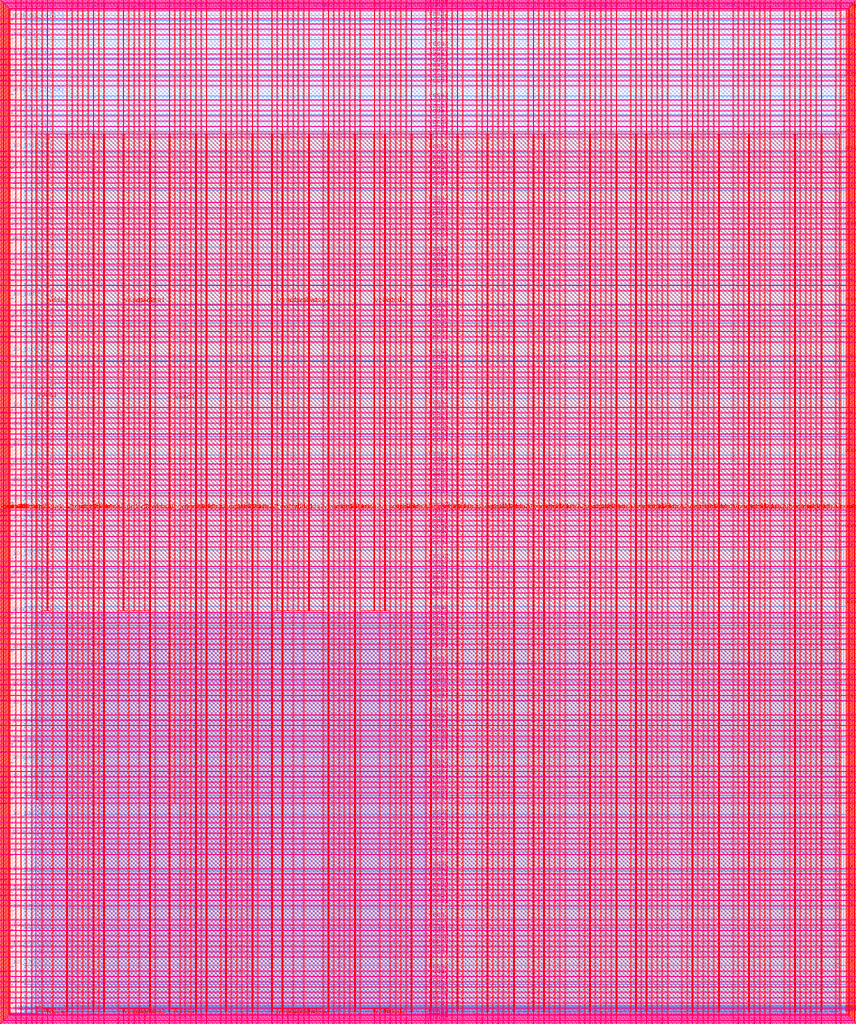
<source format=lef>
VERSION 5.7 ;
  NOWIREEXTENSIONATPIN ON ;
  DIVIDERCHAR "/" ;
  BUSBITCHARS "[]" ;
MACRO user_project_wrapper
  CLASS BLOCK ;
  FOREIGN user_project_wrapper ;
  ORIGIN 0.000 0.000 ;
  SIZE 2920.000 BY 3520.000 ;
  PIN analog_io[0]
    DIRECTION INOUT ;
    USE SIGNAL ;
    PORT
      LAYER met3 ;
        RECT 2917.600 1426.380 2924.800 1427.580 ;
    END
  END analog_io[0]
  PIN analog_io[10]
    DIRECTION INOUT ;
    USE SIGNAL ;
    PORT
      LAYER met2 ;
        RECT 2230.490 3517.600 2231.050 3524.800 ;
    END
  END analog_io[10]
  PIN analog_io[11]
    DIRECTION INOUT ;
    USE SIGNAL ;
    PORT
      LAYER met2 ;
        RECT 1905.730 3517.600 1906.290 3524.800 ;
    END
  END analog_io[11]
  PIN analog_io[12]
    DIRECTION INOUT ;
    USE SIGNAL ;
    PORT
      LAYER met2 ;
        RECT 1581.430 3517.600 1581.990 3524.800 ;
    END
  END analog_io[12]
  PIN analog_io[13]
    DIRECTION INOUT ;
    USE SIGNAL ;
    PORT
      LAYER met2 ;
        RECT 1257.130 3517.600 1257.690 3524.800 ;
    END
  END analog_io[13]
  PIN analog_io[14]
    DIRECTION INOUT ;
    USE SIGNAL ;
    PORT
      LAYER met2 ;
        RECT 932.370 3517.600 932.930 3524.800 ;
    END
  END analog_io[14]
  PIN analog_io[15]
    DIRECTION INOUT ;
    USE SIGNAL ;
    PORT
      LAYER met2 ;
        RECT 608.070 3517.600 608.630 3524.800 ;
    END
  END analog_io[15]
  PIN analog_io[16]
    DIRECTION INOUT ;
    USE SIGNAL ;
    PORT
      LAYER met2 ;
        RECT 283.770 3517.600 284.330 3524.800 ;
    END
  END analog_io[16]
  PIN analog_io[17]
    DIRECTION INOUT ;
    USE SIGNAL ;
    PORT
      LAYER met3 ;
        RECT -4.800 3486.100 2.400 3487.300 ;
    END
  END analog_io[17]
  PIN analog_io[18]
    DIRECTION INOUT ;
    USE SIGNAL ;
    PORT
      LAYER met3 ;
        RECT -4.800 3224.980 2.400 3226.180 ;
    END
  END analog_io[18]
  PIN analog_io[19]
    DIRECTION INOUT ;
    USE SIGNAL ;
    PORT
      LAYER met3 ;
        RECT -4.800 2964.540 2.400 2965.740 ;
    END
  END analog_io[19]
  PIN analog_io[1]
    DIRECTION INOUT ;
    USE SIGNAL ;
    PORT
      LAYER met3 ;
        RECT 2917.600 1692.260 2924.800 1693.460 ;
    END
  END analog_io[1]
  PIN analog_io[20]
    DIRECTION INOUT ;
    USE SIGNAL ;
    PORT
      LAYER met3 ;
        RECT -4.800 2703.420 2.400 2704.620 ;
    END
  END analog_io[20]
  PIN analog_io[21]
    DIRECTION INOUT ;
    USE SIGNAL ;
    PORT
      LAYER met3 ;
        RECT -4.800 2442.980 2.400 2444.180 ;
    END
  END analog_io[21]
  PIN analog_io[22]
    DIRECTION INOUT ;
    USE SIGNAL ;
    PORT
      LAYER met3 ;
        RECT -4.800 2182.540 2.400 2183.740 ;
    END
  END analog_io[22]
  PIN analog_io[23]
    DIRECTION INOUT ;
    USE SIGNAL ;
    PORT
      LAYER met3 ;
        RECT -4.800 1921.420 2.400 1922.620 ;
    END
  END analog_io[23]
  PIN analog_io[24]
    DIRECTION INOUT ;
    USE SIGNAL ;
    PORT
      LAYER met3 ;
        RECT -4.800 1660.980 2.400 1662.180 ;
    END
  END analog_io[24]
  PIN analog_io[25]
    DIRECTION INOUT ;
    USE SIGNAL ;
    PORT
      LAYER met3 ;
        RECT -4.800 1399.860 2.400 1401.060 ;
    END
  END analog_io[25]
  PIN analog_io[26]
    DIRECTION INOUT ;
    USE SIGNAL ;
    PORT
      LAYER met3 ;
        RECT -4.800 1139.420 2.400 1140.620 ;
    END
  END analog_io[26]
  PIN analog_io[27]
    DIRECTION INOUT ;
    USE SIGNAL ;
    PORT
      LAYER met3 ;
        RECT -4.800 878.980 2.400 880.180 ;
    END
  END analog_io[27]
  PIN analog_io[28]
    DIRECTION INOUT ;
    USE SIGNAL ;
    PORT
      LAYER met3 ;
        RECT -4.800 617.860 2.400 619.060 ;
    END
  END analog_io[28]
  PIN analog_io[2]
    DIRECTION INOUT ;
    USE SIGNAL ;
    PORT
      LAYER met3 ;
        RECT 2917.600 1958.140 2924.800 1959.340 ;
    END
  END analog_io[2]
  PIN analog_io[3]
    DIRECTION INOUT ;
    USE SIGNAL ;
    PORT
      LAYER met3 ;
        RECT 2917.600 2223.340 2924.800 2224.540 ;
    END
  END analog_io[3]
  PIN analog_io[4]
    DIRECTION INOUT ;
    USE SIGNAL ;
    PORT
      LAYER met3 ;
        RECT 2917.600 2489.220 2924.800 2490.420 ;
    END
  END analog_io[4]
  PIN analog_io[5]
    DIRECTION INOUT ;
    USE SIGNAL ;
    PORT
      LAYER met3 ;
        RECT 2917.600 2755.100 2924.800 2756.300 ;
    END
  END analog_io[5]
  PIN analog_io[6]
    DIRECTION INOUT ;
    USE SIGNAL ;
    PORT
      LAYER met3 ;
        RECT 2917.600 3020.300 2924.800 3021.500 ;
    END
  END analog_io[6]
  PIN analog_io[7]
    DIRECTION INOUT ;
    USE SIGNAL ;
    PORT
      LAYER met3 ;
        RECT 2917.600 3286.180 2924.800 3287.380 ;
    END
  END analog_io[7]
  PIN analog_io[8]
    DIRECTION INOUT ;
    USE SIGNAL ;
    PORT
      LAYER met2 ;
        RECT 2879.090 3517.600 2879.650 3524.800 ;
    END
  END analog_io[8]
  PIN analog_io[9]
    DIRECTION INOUT ;
    USE SIGNAL ;
    PORT
      LAYER met2 ;
        RECT 2554.790 3517.600 2555.350 3524.800 ;
    END
  END analog_io[9]
  PIN io_in[0]
    DIRECTION INPUT ;
    USE SIGNAL ;
    PORT
      LAYER met3 ;
        RECT 2917.600 32.380 2924.800 33.580 ;
    END
  END io_in[0]
  PIN io_in[10]
    DIRECTION INPUT ;
    USE SIGNAL ;
    PORT
      LAYER met3 ;
        RECT 2917.600 2289.980 2924.800 2291.180 ;
    END
  END io_in[10]
  PIN io_in[11]
    DIRECTION INPUT ;
    USE SIGNAL ;
    PORT
      LAYER met3 ;
        RECT 2917.600 2555.860 2924.800 2557.060 ;
    END
  END io_in[11]
  PIN io_in[12]
    DIRECTION INPUT ;
    USE SIGNAL ;
    PORT
      LAYER met3 ;
        RECT 2917.600 2821.060 2924.800 2822.260 ;
    END
  END io_in[12]
  PIN io_in[13]
    DIRECTION INPUT ;
    USE SIGNAL ;
    PORT
      LAYER met3 ;
        RECT 2917.600 3086.940 2924.800 3088.140 ;
    END
  END io_in[13]
  PIN io_in[14]
    DIRECTION INPUT ;
    USE SIGNAL ;
    PORT
      LAYER met3 ;
        RECT 2917.600 3352.820 2924.800 3354.020 ;
    END
  END io_in[14]
  PIN io_in[15]
    DIRECTION INPUT ;
    USE SIGNAL ;
    PORT
      LAYER met2 ;
        RECT 2798.130 3517.600 2798.690 3524.800 ;
    END
  END io_in[15]
  PIN io_in[16]
    DIRECTION INPUT ;
    USE SIGNAL ;
    PORT
      LAYER met2 ;
        RECT 2473.830 3517.600 2474.390 3524.800 ;
    END
  END io_in[16]
  PIN io_in[17]
    DIRECTION INPUT ;
    USE SIGNAL ;
    PORT
      LAYER met2 ;
        RECT 2149.070 3517.600 2149.630 3524.800 ;
    END
  END io_in[17]
  PIN io_in[18]
    DIRECTION INPUT ;
    USE SIGNAL ;
    PORT
      LAYER met2 ;
        RECT 1824.770 3517.600 1825.330 3524.800 ;
    END
  END io_in[18]
  PIN io_in[19]
    DIRECTION INPUT ;
    USE SIGNAL ;
    PORT
      LAYER met2 ;
        RECT 1500.470 3517.600 1501.030 3524.800 ;
    END
  END io_in[19]
  PIN io_in[1]
    DIRECTION INPUT ;
    USE SIGNAL ;
    PORT
      LAYER met3 ;
        RECT 2917.600 230.940 2924.800 232.140 ;
    END
  END io_in[1]
  PIN io_in[20]
    DIRECTION INPUT ;
    USE SIGNAL ;
    PORT
      LAYER met2 ;
        RECT 1175.710 3517.600 1176.270 3524.800 ;
    END
  END io_in[20]
  PIN io_in[21]
    DIRECTION INPUT ;
    USE SIGNAL ;
    PORT
      LAYER met2 ;
        RECT 851.410 3517.600 851.970 3524.800 ;
    END
  END io_in[21]
  PIN io_in[22]
    DIRECTION INPUT ;
    USE SIGNAL ;
    PORT
      LAYER met2 ;
        RECT 527.110 3517.600 527.670 3524.800 ;
    END
  END io_in[22]
  PIN io_in[23]
    DIRECTION INPUT ;
    USE SIGNAL ;
    PORT
      LAYER met2 ;
        RECT 202.350 3517.600 202.910 3524.800 ;
    END
  END io_in[23]
  PIN io_in[24]
    DIRECTION INPUT ;
    USE SIGNAL ;
    PORT
      LAYER met3 ;
        RECT -4.800 3420.820 2.400 3422.020 ;
    END
  END io_in[24]
  PIN io_in[25]
    DIRECTION INPUT ;
    USE SIGNAL ;
    PORT
      LAYER met3 ;
        RECT -4.800 3159.700 2.400 3160.900 ;
    END
  END io_in[25]
  PIN io_in[26]
    DIRECTION INPUT ;
    USE SIGNAL ;
    PORT
      LAYER met3 ;
        RECT -4.800 2899.260 2.400 2900.460 ;
    END
  END io_in[26]
  PIN io_in[27]
    DIRECTION INPUT ;
    USE SIGNAL ;
    PORT
      LAYER met3 ;
        RECT -4.800 2638.820 2.400 2640.020 ;
    END
  END io_in[27]
  PIN io_in[28]
    DIRECTION INPUT ;
    USE SIGNAL ;
    PORT
      LAYER met3 ;
        RECT -4.800 2377.700 2.400 2378.900 ;
    END
  END io_in[28]
  PIN io_in[29]
    DIRECTION INPUT ;
    USE SIGNAL ;
    PORT
      LAYER met3 ;
        RECT -4.800 2117.260 2.400 2118.460 ;
    END
  END io_in[29]
  PIN io_in[2]
    DIRECTION INPUT ;
    USE SIGNAL ;
    PORT
      LAYER met3 ;
        RECT 2917.600 430.180 2924.800 431.380 ;
    END
  END io_in[2]
  PIN io_in[30]
    DIRECTION INPUT ;
    USE SIGNAL ;
    PORT
      LAYER met3 ;
        RECT -4.800 1856.140 2.400 1857.340 ;
    END
  END io_in[30]
  PIN io_in[31]
    DIRECTION INPUT ;
    USE SIGNAL ;
    PORT
      LAYER met3 ;
        RECT -4.800 1595.700 2.400 1596.900 ;
    END
  END io_in[31]
  PIN io_in[32]
    DIRECTION INPUT ;
    USE SIGNAL ;
    PORT
      LAYER met3 ;
        RECT -4.800 1335.260 2.400 1336.460 ;
    END
  END io_in[32]
  PIN io_in[33]
    DIRECTION INPUT ;
    USE SIGNAL ;
    PORT
      LAYER met3 ;
        RECT -4.800 1074.140 2.400 1075.340 ;
    END
  END io_in[33]
  PIN io_in[34]
    DIRECTION INPUT ;
    USE SIGNAL ;
    PORT
      LAYER met3 ;
        RECT -4.800 813.700 2.400 814.900 ;
    END
  END io_in[34]
  PIN io_in[35]
    DIRECTION INPUT ;
    USE SIGNAL ;
    PORT
      LAYER met3 ;
        RECT -4.800 552.580 2.400 553.780 ;
    END
  END io_in[35]
  PIN io_in[36]
    DIRECTION INPUT ;
    USE SIGNAL ;
    PORT
      LAYER met3 ;
        RECT -4.800 357.420 2.400 358.620 ;
    END
  END io_in[36]
  PIN io_in[37]
    DIRECTION INPUT ;
    USE SIGNAL ;
    PORT
      LAYER met3 ;
        RECT -4.800 161.580 2.400 162.780 ;
    END
  END io_in[37]
  PIN io_in[3]
    DIRECTION INPUT ;
    USE SIGNAL ;
    PORT
      LAYER met3 ;
        RECT 2917.600 629.420 2924.800 630.620 ;
    END
  END io_in[3]
  PIN io_in[4]
    DIRECTION INPUT ;
    USE SIGNAL ;
    PORT
      LAYER met3 ;
        RECT 2917.600 828.660 2924.800 829.860 ;
    END
  END io_in[4]
  PIN io_in[5]
    DIRECTION INPUT ;
    USE SIGNAL ;
    PORT
      LAYER met3 ;
        RECT 2917.600 1027.900 2924.800 1029.100 ;
    END
  END io_in[5]
  PIN io_in[6]
    DIRECTION INPUT ;
    USE SIGNAL ;
    PORT
      LAYER met3 ;
        RECT 2917.600 1227.140 2924.800 1228.340 ;
    END
  END io_in[6]
  PIN io_in[7]
    DIRECTION INPUT ;
    USE SIGNAL ;
    PORT
      LAYER met3 ;
        RECT 2917.600 1493.020 2924.800 1494.220 ;
    END
  END io_in[7]
  PIN io_in[8]
    DIRECTION INPUT ;
    USE SIGNAL ;
    PORT
      LAYER met3 ;
        RECT 2917.600 1758.900 2924.800 1760.100 ;
    END
  END io_in[8]
  PIN io_in[9]
    DIRECTION INPUT ;
    USE SIGNAL ;
    PORT
      LAYER met3 ;
        RECT 2917.600 2024.100 2924.800 2025.300 ;
    END
  END io_in[9]
  PIN io_oeb[0]
    DIRECTION OUTPUT TRISTATE ;
    USE SIGNAL ;
    PORT
      LAYER met3 ;
        RECT 2917.600 164.980 2924.800 166.180 ;
    END
  END io_oeb[0]
  PIN io_oeb[10]
    DIRECTION OUTPUT TRISTATE ;
    USE SIGNAL ;
    PORT
      LAYER met3 ;
        RECT 2917.600 2422.580 2924.800 2423.780 ;
    END
  END io_oeb[10]
  PIN io_oeb[11]
    DIRECTION OUTPUT TRISTATE ;
    USE SIGNAL ;
    PORT
      LAYER met3 ;
        RECT 2917.600 2688.460 2924.800 2689.660 ;
    END
  END io_oeb[11]
  PIN io_oeb[12]
    DIRECTION OUTPUT TRISTATE ;
    USE SIGNAL ;
    PORT
      LAYER met3 ;
        RECT 2917.600 2954.340 2924.800 2955.540 ;
    END
  END io_oeb[12]
  PIN io_oeb[13]
    DIRECTION OUTPUT TRISTATE ;
    USE SIGNAL ;
    PORT
      LAYER met3 ;
        RECT 2917.600 3219.540 2924.800 3220.740 ;
    END
  END io_oeb[13]
  PIN io_oeb[14]
    DIRECTION OUTPUT TRISTATE ;
    USE SIGNAL ;
    PORT
      LAYER met3 ;
        RECT 2917.600 3485.420 2924.800 3486.620 ;
    END
  END io_oeb[14]
  PIN io_oeb[15]
    DIRECTION OUTPUT TRISTATE ;
    USE SIGNAL ;
    PORT
      LAYER met2 ;
        RECT 2635.750 3517.600 2636.310 3524.800 ;
    END
  END io_oeb[15]
  PIN io_oeb[16]
    DIRECTION OUTPUT TRISTATE ;
    USE SIGNAL ;
    PORT
      LAYER met2 ;
        RECT 2311.450 3517.600 2312.010 3524.800 ;
    END
  END io_oeb[16]
  PIN io_oeb[17]
    DIRECTION OUTPUT TRISTATE ;
    USE SIGNAL ;
    PORT
      LAYER met2 ;
        RECT 1987.150 3517.600 1987.710 3524.800 ;
    END
  END io_oeb[17]
  PIN io_oeb[18]
    DIRECTION OUTPUT TRISTATE ;
    USE SIGNAL ;
    PORT
      LAYER met2 ;
        RECT 1662.390 3517.600 1662.950 3524.800 ;
    END
  END io_oeb[18]
  PIN io_oeb[19]
    DIRECTION OUTPUT TRISTATE ;
    USE SIGNAL ;
    PORT
      LAYER met2 ;
        RECT 1338.090 3517.600 1338.650 3524.800 ;
    END
  END io_oeb[19]
  PIN io_oeb[1]
    DIRECTION OUTPUT TRISTATE ;
    USE SIGNAL ;
    PORT
      LAYER met3 ;
        RECT 2917.600 364.220 2924.800 365.420 ;
    END
  END io_oeb[1]
  PIN io_oeb[20]
    DIRECTION OUTPUT TRISTATE ;
    USE SIGNAL ;
    PORT
      LAYER met2 ;
        RECT 1013.790 3517.600 1014.350 3524.800 ;
    END
  END io_oeb[20]
  PIN io_oeb[21]
    DIRECTION OUTPUT TRISTATE ;
    USE SIGNAL ;
    PORT
      LAYER met2 ;
        RECT 689.030 3517.600 689.590 3524.800 ;
    END
  END io_oeb[21]
  PIN io_oeb[22]
    DIRECTION OUTPUT TRISTATE ;
    USE SIGNAL ;
    PORT
      LAYER met2 ;
        RECT 364.730 3517.600 365.290 3524.800 ;
    END
  END io_oeb[22]
  PIN io_oeb[23]
    DIRECTION OUTPUT TRISTATE ;
    USE SIGNAL ;
    PORT
      LAYER met2 ;
        RECT 40.430 3517.600 40.990 3524.800 ;
    END
  END io_oeb[23]
  PIN io_oeb[24]
    DIRECTION OUTPUT TRISTATE ;
    USE SIGNAL ;
    PORT
      LAYER met3 ;
        RECT -4.800 3290.260 2.400 3291.460 ;
    END
  END io_oeb[24]
  PIN io_oeb[25]
    DIRECTION OUTPUT TRISTATE ;
    USE SIGNAL ;
    PORT
      LAYER met3 ;
        RECT -4.800 3029.820 2.400 3031.020 ;
    END
  END io_oeb[25]
  PIN io_oeb[26]
    DIRECTION OUTPUT TRISTATE ;
    USE SIGNAL ;
    PORT
      LAYER met3 ;
        RECT -4.800 2768.700 2.400 2769.900 ;
    END
  END io_oeb[26]
  PIN io_oeb[27]
    DIRECTION OUTPUT TRISTATE ;
    USE SIGNAL ;
    PORT
      LAYER met3 ;
        RECT -4.800 2508.260 2.400 2509.460 ;
    END
  END io_oeb[27]
  PIN io_oeb[28]
    DIRECTION OUTPUT TRISTATE ;
    USE SIGNAL ;
    PORT
      LAYER met3 ;
        RECT -4.800 2247.140 2.400 2248.340 ;
    END
  END io_oeb[28]
  PIN io_oeb[29]
    DIRECTION OUTPUT TRISTATE ;
    USE SIGNAL ;
    PORT
      LAYER met3 ;
        RECT -4.800 1986.700 2.400 1987.900 ;
    END
  END io_oeb[29]
  PIN io_oeb[2]
    DIRECTION OUTPUT TRISTATE ;
    USE SIGNAL ;
    PORT
      LAYER met3 ;
        RECT 2917.600 563.460 2924.800 564.660 ;
    END
  END io_oeb[2]
  PIN io_oeb[30]
    DIRECTION OUTPUT TRISTATE ;
    USE SIGNAL ;
    PORT
      LAYER met3 ;
        RECT -4.800 1726.260 2.400 1727.460 ;
    END
  END io_oeb[30]
  PIN io_oeb[31]
    DIRECTION OUTPUT TRISTATE ;
    USE SIGNAL ;
    PORT
      LAYER met3 ;
        RECT -4.800 1465.140 2.400 1466.340 ;
    END
  END io_oeb[31]
  PIN io_oeb[32]
    DIRECTION OUTPUT TRISTATE ;
    USE SIGNAL ;
    PORT
      LAYER met3 ;
        RECT -4.800 1204.700 2.400 1205.900 ;
    END
  END io_oeb[32]
  PIN io_oeb[33]
    DIRECTION OUTPUT TRISTATE ;
    USE SIGNAL ;
    PORT
      LAYER met3 ;
        RECT -4.800 943.580 2.400 944.780 ;
    END
  END io_oeb[33]
  PIN io_oeb[34]
    DIRECTION OUTPUT TRISTATE ;
    USE SIGNAL ;
    PORT
      LAYER met3 ;
        RECT -4.800 683.140 2.400 684.340 ;
    END
  END io_oeb[34]
  PIN io_oeb[35]
    DIRECTION OUTPUT TRISTATE ;
    USE SIGNAL ;
    PORT
      LAYER met3 ;
        RECT -4.800 422.700 2.400 423.900 ;
    END
  END io_oeb[35]
  PIN io_oeb[36]
    DIRECTION OUTPUT TRISTATE ;
    USE SIGNAL ;
    PORT
      LAYER met3 ;
        RECT -4.800 226.860 2.400 228.060 ;
    END
  END io_oeb[36]
  PIN io_oeb[37]
    DIRECTION OUTPUT TRISTATE ;
    USE SIGNAL ;
    PORT
      LAYER met3 ;
        RECT -4.800 31.700 2.400 32.900 ;
    END
  END io_oeb[37]
  PIN io_oeb[3]
    DIRECTION OUTPUT TRISTATE ;
    USE SIGNAL ;
    PORT
      LAYER met3 ;
        RECT 2917.600 762.700 2924.800 763.900 ;
    END
  END io_oeb[3]
  PIN io_oeb[4]
    DIRECTION OUTPUT TRISTATE ;
    USE SIGNAL ;
    PORT
      LAYER met3 ;
        RECT 2917.600 961.940 2924.800 963.140 ;
    END
  END io_oeb[4]
  PIN io_oeb[5]
    DIRECTION OUTPUT TRISTATE ;
    USE SIGNAL ;
    PORT
      LAYER met3 ;
        RECT 2917.600 1161.180 2924.800 1162.380 ;
    END
  END io_oeb[5]
  PIN io_oeb[6]
    DIRECTION OUTPUT TRISTATE ;
    USE SIGNAL ;
    PORT
      LAYER met3 ;
        RECT 2917.600 1360.420 2924.800 1361.620 ;
    END
  END io_oeb[6]
  PIN io_oeb[7]
    DIRECTION OUTPUT TRISTATE ;
    USE SIGNAL ;
    PORT
      LAYER met3 ;
        RECT 2917.600 1625.620 2924.800 1626.820 ;
    END
  END io_oeb[7]
  PIN io_oeb[8]
    DIRECTION OUTPUT TRISTATE ;
    USE SIGNAL ;
    PORT
      LAYER met3 ;
        RECT 2917.600 1891.500 2924.800 1892.700 ;
    END
  END io_oeb[8]
  PIN io_oeb[9]
    DIRECTION OUTPUT TRISTATE ;
    USE SIGNAL ;
    PORT
      LAYER met3 ;
        RECT 2917.600 2157.380 2924.800 2158.580 ;
    END
  END io_oeb[9]
  PIN io_out[0]
    DIRECTION OUTPUT TRISTATE ;
    USE SIGNAL ;
    PORT
      LAYER met3 ;
        RECT 2917.600 98.340 2924.800 99.540 ;
    END
  END io_out[0]
  PIN io_out[10]
    DIRECTION OUTPUT TRISTATE ;
    USE SIGNAL ;
    PORT
      LAYER met3 ;
        RECT 2917.600 2356.620 2924.800 2357.820 ;
    END
  END io_out[10]
  PIN io_out[11]
    DIRECTION OUTPUT TRISTATE ;
    USE SIGNAL ;
    PORT
      LAYER met3 ;
        RECT 2917.600 2621.820 2924.800 2623.020 ;
    END
  END io_out[11]
  PIN io_out[12]
    DIRECTION OUTPUT TRISTATE ;
    USE SIGNAL ;
    PORT
      LAYER met3 ;
        RECT 2917.600 2887.700 2924.800 2888.900 ;
    END
  END io_out[12]
  PIN io_out[13]
    DIRECTION OUTPUT TRISTATE ;
    USE SIGNAL ;
    PORT
      LAYER met3 ;
        RECT 2917.600 3153.580 2924.800 3154.780 ;
    END
  END io_out[13]
  PIN io_out[14]
    DIRECTION OUTPUT TRISTATE ;
    USE SIGNAL ;
    PORT
      LAYER met3 ;
        RECT 2917.600 3418.780 2924.800 3419.980 ;
    END
  END io_out[14]
  PIN io_out[15]
    DIRECTION OUTPUT TRISTATE ;
    USE SIGNAL ;
    PORT
      LAYER met2 ;
        RECT 2717.170 3517.600 2717.730 3524.800 ;
    END
  END io_out[15]
  PIN io_out[16]
    DIRECTION OUTPUT TRISTATE ;
    USE SIGNAL ;
    PORT
      LAYER met2 ;
        RECT 2392.410 3517.600 2392.970 3524.800 ;
    END
  END io_out[16]
  PIN io_out[17]
    DIRECTION OUTPUT TRISTATE ;
    USE SIGNAL ;
    PORT
      LAYER met2 ;
        RECT 2068.110 3517.600 2068.670 3524.800 ;
    END
  END io_out[17]
  PIN io_out[18]
    DIRECTION OUTPUT TRISTATE ;
    USE SIGNAL ;
    PORT
      LAYER met2 ;
        RECT 1743.810 3517.600 1744.370 3524.800 ;
    END
  END io_out[18]
  PIN io_out[19]
    DIRECTION OUTPUT TRISTATE ;
    USE SIGNAL ;
    PORT
      LAYER met2 ;
        RECT 1419.050 3517.600 1419.610 3524.800 ;
    END
  END io_out[19]
  PIN io_out[1]
    DIRECTION OUTPUT TRISTATE ;
    USE SIGNAL ;
    PORT
      LAYER met3 ;
        RECT 2917.600 297.580 2924.800 298.780 ;
    END
  END io_out[1]
  PIN io_out[20]
    DIRECTION OUTPUT TRISTATE ;
    USE SIGNAL ;
    PORT
      LAYER met2 ;
        RECT 1094.750 3517.600 1095.310 3524.800 ;
    END
  END io_out[20]
  PIN io_out[21]
    DIRECTION OUTPUT TRISTATE ;
    USE SIGNAL ;
    PORT
      LAYER met2 ;
        RECT 770.450 3517.600 771.010 3524.800 ;
    END
  END io_out[21]
  PIN io_out[22]
    DIRECTION OUTPUT TRISTATE ;
    USE SIGNAL ;
    PORT
      LAYER met2 ;
        RECT 445.690 3517.600 446.250 3524.800 ;
    END
  END io_out[22]
  PIN io_out[23]
    DIRECTION OUTPUT TRISTATE ;
    USE SIGNAL ;
    PORT
      LAYER met2 ;
        RECT 121.390 3517.600 121.950 3524.800 ;
    END
  END io_out[23]
  PIN io_out[24]
    DIRECTION OUTPUT TRISTATE ;
    USE SIGNAL ;
    PORT
      LAYER met3 ;
        RECT -4.800 3355.540 2.400 3356.740 ;
    END
  END io_out[24]
  PIN io_out[25]
    DIRECTION OUTPUT TRISTATE ;
    USE SIGNAL ;
    PORT
      LAYER met3 ;
        RECT -4.800 3095.100 2.400 3096.300 ;
    END
  END io_out[25]
  PIN io_out[26]
    DIRECTION OUTPUT TRISTATE ;
    USE SIGNAL ;
    PORT
      LAYER met3 ;
        RECT -4.800 2833.980 2.400 2835.180 ;
    END
  END io_out[26]
  PIN io_out[27]
    DIRECTION OUTPUT TRISTATE ;
    USE SIGNAL ;
    PORT
      LAYER met3 ;
        RECT -4.800 2573.540 2.400 2574.740 ;
    END
  END io_out[27]
  PIN io_out[28]
    DIRECTION OUTPUT TRISTATE ;
    USE SIGNAL ;
    PORT
      LAYER met3 ;
        RECT -4.800 2312.420 2.400 2313.620 ;
    END
  END io_out[28]
  PIN io_out[29]
    DIRECTION OUTPUT TRISTATE ;
    USE SIGNAL ;
    PORT
      LAYER met3 ;
        RECT -4.800 2051.980 2.400 2053.180 ;
    END
  END io_out[29]
  PIN io_out[2]
    DIRECTION OUTPUT TRISTATE ;
    USE SIGNAL ;
    PORT
      LAYER met3 ;
        RECT 2917.600 496.820 2924.800 498.020 ;
    END
  END io_out[2]
  PIN io_out[30]
    DIRECTION OUTPUT TRISTATE ;
    USE SIGNAL ;
    PORT
      LAYER met3 ;
        RECT -4.800 1791.540 2.400 1792.740 ;
    END
  END io_out[30]
  PIN io_out[31]
    DIRECTION OUTPUT TRISTATE ;
    USE SIGNAL ;
    PORT
      LAYER met3 ;
        RECT -4.800 1530.420 2.400 1531.620 ;
    END
  END io_out[31]
  PIN io_out[32]
    DIRECTION OUTPUT TRISTATE ;
    USE SIGNAL ;
    PORT
      LAYER met3 ;
        RECT -4.800 1269.980 2.400 1271.180 ;
    END
  END io_out[32]
  PIN io_out[33]
    DIRECTION OUTPUT TRISTATE ;
    USE SIGNAL ;
    PORT
      LAYER met3 ;
        RECT -4.800 1008.860 2.400 1010.060 ;
    END
  END io_out[33]
  PIN io_out[34]
    DIRECTION OUTPUT TRISTATE ;
    USE SIGNAL ;
    PORT
      LAYER met3 ;
        RECT -4.800 748.420 2.400 749.620 ;
    END
  END io_out[34]
  PIN io_out[35]
    DIRECTION OUTPUT TRISTATE ;
    USE SIGNAL ;
    PORT
      LAYER met3 ;
        RECT -4.800 487.300 2.400 488.500 ;
    END
  END io_out[35]
  PIN io_out[36]
    DIRECTION OUTPUT TRISTATE ;
    USE SIGNAL ;
    PORT
      LAYER met3 ;
        RECT -4.800 292.140 2.400 293.340 ;
    END
  END io_out[36]
  PIN io_out[37]
    DIRECTION OUTPUT TRISTATE ;
    USE SIGNAL ;
    PORT
      LAYER met3 ;
        RECT -4.800 96.300 2.400 97.500 ;
    END
  END io_out[37]
  PIN io_out[3]
    DIRECTION OUTPUT TRISTATE ;
    USE SIGNAL ;
    PORT
      LAYER met3 ;
        RECT 2917.600 696.060 2924.800 697.260 ;
    END
  END io_out[3]
  PIN io_out[4]
    DIRECTION OUTPUT TRISTATE ;
    USE SIGNAL ;
    PORT
      LAYER met3 ;
        RECT 2917.600 895.300 2924.800 896.500 ;
    END
  END io_out[4]
  PIN io_out[5]
    DIRECTION OUTPUT TRISTATE ;
    USE SIGNAL ;
    PORT
      LAYER met3 ;
        RECT 2917.600 1094.540 2924.800 1095.740 ;
    END
  END io_out[5]
  PIN io_out[6]
    DIRECTION OUTPUT TRISTATE ;
    USE SIGNAL ;
    PORT
      LAYER met3 ;
        RECT 2917.600 1293.780 2924.800 1294.980 ;
    END
  END io_out[6]
  PIN io_out[7]
    DIRECTION OUTPUT TRISTATE ;
    USE SIGNAL ;
    PORT
      LAYER met3 ;
        RECT 2917.600 1559.660 2924.800 1560.860 ;
    END
  END io_out[7]
  PIN io_out[8]
    DIRECTION OUTPUT TRISTATE ;
    USE SIGNAL ;
    PORT
      LAYER met3 ;
        RECT 2917.600 1824.860 2924.800 1826.060 ;
    END
  END io_out[8]
  PIN io_out[9]
    DIRECTION OUTPUT TRISTATE ;
    USE SIGNAL ;
    PORT
      LAYER met3 ;
        RECT 2917.600 2090.740 2924.800 2091.940 ;
    END
  END io_out[9]
  PIN la_data_in[0]
    DIRECTION INPUT ;
    USE SIGNAL ;
    PORT
      LAYER met2 ;
        RECT 629.230 -4.800 629.790 2.400 ;
    END
  END la_data_in[0]
  PIN la_data_in[100]
    DIRECTION INPUT ;
    USE SIGNAL ;
    PORT
      LAYER met2 ;
        RECT 2402.530 -4.800 2403.090 2.400 ;
    END
  END la_data_in[100]
  PIN la_data_in[101]
    DIRECTION INPUT ;
    USE SIGNAL ;
    PORT
      LAYER met2 ;
        RECT 2420.010 -4.800 2420.570 2.400 ;
    END
  END la_data_in[101]
  PIN la_data_in[102]
    DIRECTION INPUT ;
    USE SIGNAL ;
    PORT
      LAYER met2 ;
        RECT 2437.950 -4.800 2438.510 2.400 ;
    END
  END la_data_in[102]
  PIN la_data_in[103]
    DIRECTION INPUT ;
    USE SIGNAL ;
    PORT
      LAYER met2 ;
        RECT 2455.430 -4.800 2455.990 2.400 ;
    END
  END la_data_in[103]
  PIN la_data_in[104]
    DIRECTION INPUT ;
    USE SIGNAL ;
    PORT
      LAYER met2 ;
        RECT 2473.370 -4.800 2473.930 2.400 ;
    END
  END la_data_in[104]
  PIN la_data_in[105]
    DIRECTION INPUT ;
    USE SIGNAL ;
    PORT
      LAYER met2 ;
        RECT 2490.850 -4.800 2491.410 2.400 ;
    END
  END la_data_in[105]
  PIN la_data_in[106]
    DIRECTION INPUT ;
    USE SIGNAL ;
    PORT
      LAYER met2 ;
        RECT 2508.790 -4.800 2509.350 2.400 ;
    END
  END la_data_in[106]
  PIN la_data_in[107]
    DIRECTION INPUT ;
    USE SIGNAL ;
    PORT
      LAYER met2 ;
        RECT 2526.730 -4.800 2527.290 2.400 ;
    END
  END la_data_in[107]
  PIN la_data_in[108]
    DIRECTION INPUT ;
    USE SIGNAL ;
    PORT
      LAYER met2 ;
        RECT 2544.210 -4.800 2544.770 2.400 ;
    END
  END la_data_in[108]
  PIN la_data_in[109]
    DIRECTION INPUT ;
    USE SIGNAL ;
    PORT
      LAYER met2 ;
        RECT 2562.150 -4.800 2562.710 2.400 ;
    END
  END la_data_in[109]
  PIN la_data_in[10]
    DIRECTION INPUT ;
    USE SIGNAL ;
    PORT
      LAYER met2 ;
        RECT 806.330 -4.800 806.890 2.400 ;
    END
  END la_data_in[10]
  PIN la_data_in[110]
    DIRECTION INPUT ;
    USE SIGNAL ;
    PORT
      LAYER met2 ;
        RECT 2579.630 -4.800 2580.190 2.400 ;
    END
  END la_data_in[110]
  PIN la_data_in[111]
    DIRECTION INPUT ;
    USE SIGNAL ;
    PORT
      LAYER met2 ;
        RECT 2597.570 -4.800 2598.130 2.400 ;
    END
  END la_data_in[111]
  PIN la_data_in[112]
    DIRECTION INPUT ;
    USE SIGNAL ;
    PORT
      LAYER met2 ;
        RECT 2615.050 -4.800 2615.610 2.400 ;
    END
  END la_data_in[112]
  PIN la_data_in[113]
    DIRECTION INPUT ;
    USE SIGNAL ;
    PORT
      LAYER met2 ;
        RECT 2632.990 -4.800 2633.550 2.400 ;
    END
  END la_data_in[113]
  PIN la_data_in[114]
    DIRECTION INPUT ;
    USE SIGNAL ;
    PORT
      LAYER met2 ;
        RECT 2650.470 -4.800 2651.030 2.400 ;
    END
  END la_data_in[114]
  PIN la_data_in[115]
    DIRECTION INPUT ;
    USE SIGNAL ;
    PORT
      LAYER met2 ;
        RECT 2668.410 -4.800 2668.970 2.400 ;
    END
  END la_data_in[115]
  PIN la_data_in[116]
    DIRECTION INPUT ;
    USE SIGNAL ;
    PORT
      LAYER met2 ;
        RECT 2685.890 -4.800 2686.450 2.400 ;
    END
  END la_data_in[116]
  PIN la_data_in[117]
    DIRECTION INPUT ;
    USE SIGNAL ;
    PORT
      LAYER met2 ;
        RECT 2703.830 -4.800 2704.390 2.400 ;
    END
  END la_data_in[117]
  PIN la_data_in[118]
    DIRECTION INPUT ;
    USE SIGNAL ;
    PORT
      LAYER met2 ;
        RECT 2721.770 -4.800 2722.330 2.400 ;
    END
  END la_data_in[118]
  PIN la_data_in[119]
    DIRECTION INPUT ;
    USE SIGNAL ;
    PORT
      LAYER met2 ;
        RECT 2739.250 -4.800 2739.810 2.400 ;
    END
  END la_data_in[119]
  PIN la_data_in[11]
    DIRECTION INPUT ;
    USE SIGNAL ;
    PORT
      LAYER met2 ;
        RECT 824.270 -4.800 824.830 2.400 ;
    END
  END la_data_in[11]
  PIN la_data_in[120]
    DIRECTION INPUT ;
    USE SIGNAL ;
    PORT
      LAYER met2 ;
        RECT 2757.190 -4.800 2757.750 2.400 ;
    END
  END la_data_in[120]
  PIN la_data_in[121]
    DIRECTION INPUT ;
    USE SIGNAL ;
    PORT
      LAYER met2 ;
        RECT 2774.670 -4.800 2775.230 2.400 ;
    END
  END la_data_in[121]
  PIN la_data_in[122]
    DIRECTION INPUT ;
    USE SIGNAL ;
    PORT
      LAYER met2 ;
        RECT 2792.610 -4.800 2793.170 2.400 ;
    END
  END la_data_in[122]
  PIN la_data_in[123]
    DIRECTION INPUT ;
    USE SIGNAL ;
    PORT
      LAYER met2 ;
        RECT 2810.090 -4.800 2810.650 2.400 ;
    END
  END la_data_in[123]
  PIN la_data_in[124]
    DIRECTION INPUT ;
    USE SIGNAL ;
    PORT
      LAYER met2 ;
        RECT 2828.030 -4.800 2828.590 2.400 ;
    END
  END la_data_in[124]
  PIN la_data_in[125]
    DIRECTION INPUT ;
    USE SIGNAL ;
    PORT
      LAYER met2 ;
        RECT 2845.510 -4.800 2846.070 2.400 ;
    END
  END la_data_in[125]
  PIN la_data_in[126]
    DIRECTION INPUT ;
    USE SIGNAL ;
    PORT
      LAYER met2 ;
        RECT 2863.450 -4.800 2864.010 2.400 ;
    END
  END la_data_in[126]
  PIN la_data_in[127]
    DIRECTION INPUT ;
    USE SIGNAL ;
    PORT
      LAYER met2 ;
        RECT 2881.390 -4.800 2881.950 2.400 ;
    END
  END la_data_in[127]
  PIN la_data_in[12]
    DIRECTION INPUT ;
    USE SIGNAL ;
    PORT
      LAYER met2 ;
        RECT 841.750 -4.800 842.310 2.400 ;
    END
  END la_data_in[12]
  PIN la_data_in[13]
    DIRECTION INPUT ;
    USE SIGNAL ;
    PORT
      LAYER met2 ;
        RECT 859.690 -4.800 860.250 2.400 ;
    END
  END la_data_in[13]
  PIN la_data_in[14]
    DIRECTION INPUT ;
    USE SIGNAL ;
    PORT
      LAYER met2 ;
        RECT 877.170 -4.800 877.730 2.400 ;
    END
  END la_data_in[14]
  PIN la_data_in[15]
    DIRECTION INPUT ;
    USE SIGNAL ;
    PORT
      LAYER met2 ;
        RECT 895.110 -4.800 895.670 2.400 ;
    END
  END la_data_in[15]
  PIN la_data_in[16]
    DIRECTION INPUT ;
    USE SIGNAL ;
    PORT
      LAYER met2 ;
        RECT 912.590 -4.800 913.150 2.400 ;
    END
  END la_data_in[16]
  PIN la_data_in[17]
    DIRECTION INPUT ;
    USE SIGNAL ;
    PORT
      LAYER met2 ;
        RECT 930.530 -4.800 931.090 2.400 ;
    END
  END la_data_in[17]
  PIN la_data_in[18]
    DIRECTION INPUT ;
    USE SIGNAL ;
    PORT
      LAYER met2 ;
        RECT 948.470 -4.800 949.030 2.400 ;
    END
  END la_data_in[18]
  PIN la_data_in[19]
    DIRECTION INPUT ;
    USE SIGNAL ;
    PORT
      LAYER met2 ;
        RECT 965.950 -4.800 966.510 2.400 ;
    END
  END la_data_in[19]
  PIN la_data_in[1]
    DIRECTION INPUT ;
    USE SIGNAL ;
    PORT
      LAYER met2 ;
        RECT 646.710 -4.800 647.270 2.400 ;
    END
  END la_data_in[1]
  PIN la_data_in[20]
    DIRECTION INPUT ;
    USE SIGNAL ;
    PORT
      LAYER met2 ;
        RECT 983.890 -4.800 984.450 2.400 ;
    END
  END la_data_in[20]
  PIN la_data_in[21]
    DIRECTION INPUT ;
    USE SIGNAL ;
    PORT
      LAYER met2 ;
        RECT 1001.370 -4.800 1001.930 2.400 ;
    END
  END la_data_in[21]
  PIN la_data_in[22]
    DIRECTION INPUT ;
    USE SIGNAL ;
    PORT
      LAYER met2 ;
        RECT 1019.310 -4.800 1019.870 2.400 ;
    END
  END la_data_in[22]
  PIN la_data_in[23]
    DIRECTION INPUT ;
    USE SIGNAL ;
    PORT
      LAYER met2 ;
        RECT 1036.790 -4.800 1037.350 2.400 ;
    END
  END la_data_in[23]
  PIN la_data_in[24]
    DIRECTION INPUT ;
    USE SIGNAL ;
    PORT
      LAYER met2 ;
        RECT 1054.730 -4.800 1055.290 2.400 ;
    END
  END la_data_in[24]
  PIN la_data_in[25]
    DIRECTION INPUT ;
    USE SIGNAL ;
    PORT
      LAYER met2 ;
        RECT 1072.210 -4.800 1072.770 2.400 ;
    END
  END la_data_in[25]
  PIN la_data_in[26]
    DIRECTION INPUT ;
    USE SIGNAL ;
    PORT
      LAYER met2 ;
        RECT 1090.150 -4.800 1090.710 2.400 ;
    END
  END la_data_in[26]
  PIN la_data_in[27]
    DIRECTION INPUT ;
    USE SIGNAL ;
    PORT
      LAYER met2 ;
        RECT 1107.630 -4.800 1108.190 2.400 ;
    END
  END la_data_in[27]
  PIN la_data_in[28]
    DIRECTION INPUT ;
    USE SIGNAL ;
    PORT
      LAYER met2 ;
        RECT 1125.570 -4.800 1126.130 2.400 ;
    END
  END la_data_in[28]
  PIN la_data_in[29]
    DIRECTION INPUT ;
    USE SIGNAL ;
    PORT
      LAYER met2 ;
        RECT 1143.510 -4.800 1144.070 2.400 ;
    END
  END la_data_in[29]
  PIN la_data_in[2]
    DIRECTION INPUT ;
    USE SIGNAL ;
    PORT
      LAYER met2 ;
        RECT 664.650 -4.800 665.210 2.400 ;
    END
  END la_data_in[2]
  PIN la_data_in[30]
    DIRECTION INPUT ;
    USE SIGNAL ;
    PORT
      LAYER met2 ;
        RECT 1160.990 -4.800 1161.550 2.400 ;
    END
  END la_data_in[30]
  PIN la_data_in[31]
    DIRECTION INPUT ;
    USE SIGNAL ;
    PORT
      LAYER met2 ;
        RECT 1178.930 -4.800 1179.490 2.400 ;
    END
  END la_data_in[31]
  PIN la_data_in[32]
    DIRECTION INPUT ;
    USE SIGNAL ;
    PORT
      LAYER met2 ;
        RECT 1196.410 -4.800 1196.970 2.400 ;
    END
  END la_data_in[32]
  PIN la_data_in[33]
    DIRECTION INPUT ;
    USE SIGNAL ;
    PORT
      LAYER met2 ;
        RECT 1214.350 -4.800 1214.910 2.400 ;
    END
  END la_data_in[33]
  PIN la_data_in[34]
    DIRECTION INPUT ;
    USE SIGNAL ;
    PORT
      LAYER met2 ;
        RECT 1231.830 -4.800 1232.390 2.400 ;
    END
  END la_data_in[34]
  PIN la_data_in[35]
    DIRECTION INPUT ;
    USE SIGNAL ;
    PORT
      LAYER met2 ;
        RECT 1249.770 -4.800 1250.330 2.400 ;
    END
  END la_data_in[35]
  PIN la_data_in[36]
    DIRECTION INPUT ;
    USE SIGNAL ;
    PORT
      LAYER met2 ;
        RECT 1267.250 -4.800 1267.810 2.400 ;
    END
  END la_data_in[36]
  PIN la_data_in[37]
    DIRECTION INPUT ;
    USE SIGNAL ;
    PORT
      LAYER met2 ;
        RECT 1285.190 -4.800 1285.750 2.400 ;
    END
  END la_data_in[37]
  PIN la_data_in[38]
    DIRECTION INPUT ;
    USE SIGNAL ;
    PORT
      LAYER met2 ;
        RECT 1303.130 -4.800 1303.690 2.400 ;
    END
  END la_data_in[38]
  PIN la_data_in[39]
    DIRECTION INPUT ;
    USE SIGNAL ;
    PORT
      LAYER met2 ;
        RECT 1320.610 -4.800 1321.170 2.400 ;
    END
  END la_data_in[39]
  PIN la_data_in[3]
    DIRECTION INPUT ;
    USE SIGNAL ;
    PORT
      LAYER met2 ;
        RECT 682.130 -4.800 682.690 2.400 ;
    END
  END la_data_in[3]
  PIN la_data_in[40]
    DIRECTION INPUT ;
    USE SIGNAL ;
    PORT
      LAYER met2 ;
        RECT 1338.550 -4.800 1339.110 2.400 ;
    END
  END la_data_in[40]
  PIN la_data_in[41]
    DIRECTION INPUT ;
    USE SIGNAL ;
    PORT
      LAYER met2 ;
        RECT 1356.030 -4.800 1356.590 2.400 ;
    END
  END la_data_in[41]
  PIN la_data_in[42]
    DIRECTION INPUT ;
    USE SIGNAL ;
    PORT
      LAYER met2 ;
        RECT 1373.970 -4.800 1374.530 2.400 ;
    END
  END la_data_in[42]
  PIN la_data_in[43]
    DIRECTION INPUT ;
    USE SIGNAL ;
    PORT
      LAYER met2 ;
        RECT 1391.450 -4.800 1392.010 2.400 ;
    END
  END la_data_in[43]
  PIN la_data_in[44]
    DIRECTION INPUT ;
    USE SIGNAL ;
    PORT
      LAYER met2 ;
        RECT 1409.390 -4.800 1409.950 2.400 ;
    END
  END la_data_in[44]
  PIN la_data_in[45]
    DIRECTION INPUT ;
    USE SIGNAL ;
    PORT
      LAYER met2 ;
        RECT 1426.870 -4.800 1427.430 2.400 ;
    END
  END la_data_in[45]
  PIN la_data_in[46]
    DIRECTION INPUT ;
    USE SIGNAL ;
    PORT
      LAYER met2 ;
        RECT 1444.810 -4.800 1445.370 2.400 ;
    END
  END la_data_in[46]
  PIN la_data_in[47]
    DIRECTION INPUT ;
    USE SIGNAL ;
    PORT
      LAYER met2 ;
        RECT 1462.750 -4.800 1463.310 2.400 ;
    END
  END la_data_in[47]
  PIN la_data_in[48]
    DIRECTION INPUT ;
    USE SIGNAL ;
    PORT
      LAYER met2 ;
        RECT 1480.230 -4.800 1480.790 2.400 ;
    END
  END la_data_in[48]
  PIN la_data_in[49]
    DIRECTION INPUT ;
    USE SIGNAL ;
    PORT
      LAYER met2 ;
        RECT 1498.170 -4.800 1498.730 2.400 ;
    END
  END la_data_in[49]
  PIN la_data_in[4]
    DIRECTION INPUT ;
    USE SIGNAL ;
    PORT
      LAYER met2 ;
        RECT 700.070 -4.800 700.630 2.400 ;
    END
  END la_data_in[4]
  PIN la_data_in[50]
    DIRECTION INPUT ;
    USE SIGNAL ;
    PORT
      LAYER met2 ;
        RECT 1515.650 -4.800 1516.210 2.400 ;
    END
  END la_data_in[50]
  PIN la_data_in[51]
    DIRECTION INPUT ;
    USE SIGNAL ;
    PORT
      LAYER met2 ;
        RECT 1533.590 -4.800 1534.150 2.400 ;
    END
  END la_data_in[51]
  PIN la_data_in[52]
    DIRECTION INPUT ;
    USE SIGNAL ;
    PORT
      LAYER met2 ;
        RECT 1551.070 -4.800 1551.630 2.400 ;
    END
  END la_data_in[52]
  PIN la_data_in[53]
    DIRECTION INPUT ;
    USE SIGNAL ;
    PORT
      LAYER met2 ;
        RECT 1569.010 -4.800 1569.570 2.400 ;
    END
  END la_data_in[53]
  PIN la_data_in[54]
    DIRECTION INPUT ;
    USE SIGNAL ;
    PORT
      LAYER met2 ;
        RECT 1586.490 -4.800 1587.050 2.400 ;
    END
  END la_data_in[54]
  PIN la_data_in[55]
    DIRECTION INPUT ;
    USE SIGNAL ;
    PORT
      LAYER met2 ;
        RECT 1604.430 -4.800 1604.990 2.400 ;
    END
  END la_data_in[55]
  PIN la_data_in[56]
    DIRECTION INPUT ;
    USE SIGNAL ;
    PORT
      LAYER met2 ;
        RECT 1621.910 -4.800 1622.470 2.400 ;
    END
  END la_data_in[56]
  PIN la_data_in[57]
    DIRECTION INPUT ;
    USE SIGNAL ;
    PORT
      LAYER met2 ;
        RECT 1639.850 -4.800 1640.410 2.400 ;
    END
  END la_data_in[57]
  PIN la_data_in[58]
    DIRECTION INPUT ;
    USE SIGNAL ;
    PORT
      LAYER met2 ;
        RECT 1657.790 -4.800 1658.350 2.400 ;
    END
  END la_data_in[58]
  PIN la_data_in[59]
    DIRECTION INPUT ;
    USE SIGNAL ;
    PORT
      LAYER met2 ;
        RECT 1675.270 -4.800 1675.830 2.400 ;
    END
  END la_data_in[59]
  PIN la_data_in[5]
    DIRECTION INPUT ;
    USE SIGNAL ;
    PORT
      LAYER met2 ;
        RECT 717.550 -4.800 718.110 2.400 ;
    END
  END la_data_in[5]
  PIN la_data_in[60]
    DIRECTION INPUT ;
    USE SIGNAL ;
    PORT
      LAYER met2 ;
        RECT 1693.210 -4.800 1693.770 2.400 ;
    END
  END la_data_in[60]
  PIN la_data_in[61]
    DIRECTION INPUT ;
    USE SIGNAL ;
    PORT
      LAYER met2 ;
        RECT 1710.690 -4.800 1711.250 2.400 ;
    END
  END la_data_in[61]
  PIN la_data_in[62]
    DIRECTION INPUT ;
    USE SIGNAL ;
    PORT
      LAYER met2 ;
        RECT 1728.630 -4.800 1729.190 2.400 ;
    END
  END la_data_in[62]
  PIN la_data_in[63]
    DIRECTION INPUT ;
    USE SIGNAL ;
    PORT
      LAYER met2 ;
        RECT 1746.110 -4.800 1746.670 2.400 ;
    END
  END la_data_in[63]
  PIN la_data_in[64]
    DIRECTION INPUT ;
    USE SIGNAL ;
    PORT
      LAYER met2 ;
        RECT 1764.050 -4.800 1764.610 2.400 ;
    END
  END la_data_in[64]
  PIN la_data_in[65]
    DIRECTION INPUT ;
    USE SIGNAL ;
    PORT
      LAYER met2 ;
        RECT 1781.530 -4.800 1782.090 2.400 ;
    END
  END la_data_in[65]
  PIN la_data_in[66]
    DIRECTION INPUT ;
    USE SIGNAL ;
    PORT
      LAYER met2 ;
        RECT 1799.470 -4.800 1800.030 2.400 ;
    END
  END la_data_in[66]
  PIN la_data_in[67]
    DIRECTION INPUT ;
    USE SIGNAL ;
    PORT
      LAYER met2 ;
        RECT 1817.410 -4.800 1817.970 2.400 ;
    END
  END la_data_in[67]
  PIN la_data_in[68]
    DIRECTION INPUT ;
    USE SIGNAL ;
    PORT
      LAYER met2 ;
        RECT 1834.890 -4.800 1835.450 2.400 ;
    END
  END la_data_in[68]
  PIN la_data_in[69]
    DIRECTION INPUT ;
    USE SIGNAL ;
    PORT
      LAYER met2 ;
        RECT 1852.830 -4.800 1853.390 2.400 ;
    END
  END la_data_in[69]
  PIN la_data_in[6]
    DIRECTION INPUT ;
    USE SIGNAL ;
    PORT
      LAYER met2 ;
        RECT 735.490 -4.800 736.050 2.400 ;
    END
  END la_data_in[6]
  PIN la_data_in[70]
    DIRECTION INPUT ;
    USE SIGNAL ;
    PORT
      LAYER met2 ;
        RECT 1870.310 -4.800 1870.870 2.400 ;
    END
  END la_data_in[70]
  PIN la_data_in[71]
    DIRECTION INPUT ;
    USE SIGNAL ;
    PORT
      LAYER met2 ;
        RECT 1888.250 -4.800 1888.810 2.400 ;
    END
  END la_data_in[71]
  PIN la_data_in[72]
    DIRECTION INPUT ;
    USE SIGNAL ;
    PORT
      LAYER met2 ;
        RECT 1905.730 -4.800 1906.290 2.400 ;
    END
  END la_data_in[72]
  PIN la_data_in[73]
    DIRECTION INPUT ;
    USE SIGNAL ;
    PORT
      LAYER met2 ;
        RECT 1923.670 -4.800 1924.230 2.400 ;
    END
  END la_data_in[73]
  PIN la_data_in[74]
    DIRECTION INPUT ;
    USE SIGNAL ;
    PORT
      LAYER met2 ;
        RECT 1941.150 -4.800 1941.710 2.400 ;
    END
  END la_data_in[74]
  PIN la_data_in[75]
    DIRECTION INPUT ;
    USE SIGNAL ;
    PORT
      LAYER met2 ;
        RECT 1959.090 -4.800 1959.650 2.400 ;
    END
  END la_data_in[75]
  PIN la_data_in[76]
    DIRECTION INPUT ;
    USE SIGNAL ;
    PORT
      LAYER met2 ;
        RECT 1976.570 -4.800 1977.130 2.400 ;
    END
  END la_data_in[76]
  PIN la_data_in[77]
    DIRECTION INPUT ;
    USE SIGNAL ;
    PORT
      LAYER met2 ;
        RECT 1994.510 -4.800 1995.070 2.400 ;
    END
  END la_data_in[77]
  PIN la_data_in[78]
    DIRECTION INPUT ;
    USE SIGNAL ;
    PORT
      LAYER met2 ;
        RECT 2012.450 -4.800 2013.010 2.400 ;
    END
  END la_data_in[78]
  PIN la_data_in[79]
    DIRECTION INPUT ;
    USE SIGNAL ;
    PORT
      LAYER met2 ;
        RECT 2029.930 -4.800 2030.490 2.400 ;
    END
  END la_data_in[79]
  PIN la_data_in[7]
    DIRECTION INPUT ;
    USE SIGNAL ;
    PORT
      LAYER met2 ;
        RECT 752.970 -4.800 753.530 2.400 ;
    END
  END la_data_in[7]
  PIN la_data_in[80]
    DIRECTION INPUT ;
    USE SIGNAL ;
    PORT
      LAYER met2 ;
        RECT 2047.870 -4.800 2048.430 2.400 ;
    END
  END la_data_in[80]
  PIN la_data_in[81]
    DIRECTION INPUT ;
    USE SIGNAL ;
    PORT
      LAYER met2 ;
        RECT 2065.350 -4.800 2065.910 2.400 ;
    END
  END la_data_in[81]
  PIN la_data_in[82]
    DIRECTION INPUT ;
    USE SIGNAL ;
    PORT
      LAYER met2 ;
        RECT 2083.290 -4.800 2083.850 2.400 ;
    END
  END la_data_in[82]
  PIN la_data_in[83]
    DIRECTION INPUT ;
    USE SIGNAL ;
    PORT
      LAYER met2 ;
        RECT 2100.770 -4.800 2101.330 2.400 ;
    END
  END la_data_in[83]
  PIN la_data_in[84]
    DIRECTION INPUT ;
    USE SIGNAL ;
    PORT
      LAYER met2 ;
        RECT 2118.710 -4.800 2119.270 2.400 ;
    END
  END la_data_in[84]
  PIN la_data_in[85]
    DIRECTION INPUT ;
    USE SIGNAL ;
    PORT
      LAYER met2 ;
        RECT 2136.190 -4.800 2136.750 2.400 ;
    END
  END la_data_in[85]
  PIN la_data_in[86]
    DIRECTION INPUT ;
    USE SIGNAL ;
    PORT
      LAYER met2 ;
        RECT 2154.130 -4.800 2154.690 2.400 ;
    END
  END la_data_in[86]
  PIN la_data_in[87]
    DIRECTION INPUT ;
    USE SIGNAL ;
    PORT
      LAYER met2 ;
        RECT 2172.070 -4.800 2172.630 2.400 ;
    END
  END la_data_in[87]
  PIN la_data_in[88]
    DIRECTION INPUT ;
    USE SIGNAL ;
    PORT
      LAYER met2 ;
        RECT 2189.550 -4.800 2190.110 2.400 ;
    END
  END la_data_in[88]
  PIN la_data_in[89]
    DIRECTION INPUT ;
    USE SIGNAL ;
    PORT
      LAYER met2 ;
        RECT 2207.490 -4.800 2208.050 2.400 ;
    END
  END la_data_in[89]
  PIN la_data_in[8]
    DIRECTION INPUT ;
    USE SIGNAL ;
    PORT
      LAYER met2 ;
        RECT 770.910 -4.800 771.470 2.400 ;
    END
  END la_data_in[8]
  PIN la_data_in[90]
    DIRECTION INPUT ;
    USE SIGNAL ;
    PORT
      LAYER met2 ;
        RECT 2224.970 -4.800 2225.530 2.400 ;
    END
  END la_data_in[90]
  PIN la_data_in[91]
    DIRECTION INPUT ;
    USE SIGNAL ;
    PORT
      LAYER met2 ;
        RECT 2242.910 -4.800 2243.470 2.400 ;
    END
  END la_data_in[91]
  PIN la_data_in[92]
    DIRECTION INPUT ;
    USE SIGNAL ;
    PORT
      LAYER met2 ;
        RECT 2260.390 -4.800 2260.950 2.400 ;
    END
  END la_data_in[92]
  PIN la_data_in[93]
    DIRECTION INPUT ;
    USE SIGNAL ;
    PORT
      LAYER met2 ;
        RECT 2278.330 -4.800 2278.890 2.400 ;
    END
  END la_data_in[93]
  PIN la_data_in[94]
    DIRECTION INPUT ;
    USE SIGNAL ;
    PORT
      LAYER met2 ;
        RECT 2295.810 -4.800 2296.370 2.400 ;
    END
  END la_data_in[94]
  PIN la_data_in[95]
    DIRECTION INPUT ;
    USE SIGNAL ;
    PORT
      LAYER met2 ;
        RECT 2313.750 -4.800 2314.310 2.400 ;
    END
  END la_data_in[95]
  PIN la_data_in[96]
    DIRECTION INPUT ;
    USE SIGNAL ;
    PORT
      LAYER met2 ;
        RECT 2331.230 -4.800 2331.790 2.400 ;
    END
  END la_data_in[96]
  PIN la_data_in[97]
    DIRECTION INPUT ;
    USE SIGNAL ;
    PORT
      LAYER met2 ;
        RECT 2349.170 -4.800 2349.730 2.400 ;
    END
  END la_data_in[97]
  PIN la_data_in[98]
    DIRECTION INPUT ;
    USE SIGNAL ;
    PORT
      LAYER met2 ;
        RECT 2367.110 -4.800 2367.670 2.400 ;
    END
  END la_data_in[98]
  PIN la_data_in[99]
    DIRECTION INPUT ;
    USE SIGNAL ;
    PORT
      LAYER met2 ;
        RECT 2384.590 -4.800 2385.150 2.400 ;
    END
  END la_data_in[99]
  PIN la_data_in[9]
    DIRECTION INPUT ;
    USE SIGNAL ;
    PORT
      LAYER met2 ;
        RECT 788.850 -4.800 789.410 2.400 ;
    END
  END la_data_in[9]
  PIN la_data_out[0]
    DIRECTION OUTPUT TRISTATE ;
    USE SIGNAL ;
    PORT
      LAYER met2 ;
        RECT 634.750 -4.800 635.310 2.400 ;
    END
  END la_data_out[0]
  PIN la_data_out[100]
    DIRECTION OUTPUT TRISTATE ;
    USE SIGNAL ;
    PORT
      LAYER met2 ;
        RECT 2408.510 -4.800 2409.070 2.400 ;
    END
  END la_data_out[100]
  PIN la_data_out[101]
    DIRECTION OUTPUT TRISTATE ;
    USE SIGNAL ;
    PORT
      LAYER met2 ;
        RECT 2425.990 -4.800 2426.550 2.400 ;
    END
  END la_data_out[101]
  PIN la_data_out[102]
    DIRECTION OUTPUT TRISTATE ;
    USE SIGNAL ;
    PORT
      LAYER met2 ;
        RECT 2443.930 -4.800 2444.490 2.400 ;
    END
  END la_data_out[102]
  PIN la_data_out[103]
    DIRECTION OUTPUT TRISTATE ;
    USE SIGNAL ;
    PORT
      LAYER met2 ;
        RECT 2461.410 -4.800 2461.970 2.400 ;
    END
  END la_data_out[103]
  PIN la_data_out[104]
    DIRECTION OUTPUT TRISTATE ;
    USE SIGNAL ;
    PORT
      LAYER met2 ;
        RECT 2479.350 -4.800 2479.910 2.400 ;
    END
  END la_data_out[104]
  PIN la_data_out[105]
    DIRECTION OUTPUT TRISTATE ;
    USE SIGNAL ;
    PORT
      LAYER met2 ;
        RECT 2496.830 -4.800 2497.390 2.400 ;
    END
  END la_data_out[105]
  PIN la_data_out[106]
    DIRECTION OUTPUT TRISTATE ;
    USE SIGNAL ;
    PORT
      LAYER met2 ;
        RECT 2514.770 -4.800 2515.330 2.400 ;
    END
  END la_data_out[106]
  PIN la_data_out[107]
    DIRECTION OUTPUT TRISTATE ;
    USE SIGNAL ;
    PORT
      LAYER met2 ;
        RECT 2532.250 -4.800 2532.810 2.400 ;
    END
  END la_data_out[107]
  PIN la_data_out[108]
    DIRECTION OUTPUT TRISTATE ;
    USE SIGNAL ;
    PORT
      LAYER met2 ;
        RECT 2550.190 -4.800 2550.750 2.400 ;
    END
  END la_data_out[108]
  PIN la_data_out[109]
    DIRECTION OUTPUT TRISTATE ;
    USE SIGNAL ;
    PORT
      LAYER met2 ;
        RECT 2567.670 -4.800 2568.230 2.400 ;
    END
  END la_data_out[109]
  PIN la_data_out[10]
    DIRECTION OUTPUT TRISTATE ;
    USE SIGNAL ;
    PORT
      LAYER met2 ;
        RECT 812.310 -4.800 812.870 2.400 ;
    END
  END la_data_out[10]
  PIN la_data_out[110]
    DIRECTION OUTPUT TRISTATE ;
    USE SIGNAL ;
    PORT
      LAYER met2 ;
        RECT 2585.610 -4.800 2586.170 2.400 ;
    END
  END la_data_out[110]
  PIN la_data_out[111]
    DIRECTION OUTPUT TRISTATE ;
    USE SIGNAL ;
    PORT
      LAYER met2 ;
        RECT 2603.550 -4.800 2604.110 2.400 ;
    END
  END la_data_out[111]
  PIN la_data_out[112]
    DIRECTION OUTPUT TRISTATE ;
    USE SIGNAL ;
    PORT
      LAYER met2 ;
        RECT 2621.030 -4.800 2621.590 2.400 ;
    END
  END la_data_out[112]
  PIN la_data_out[113]
    DIRECTION OUTPUT TRISTATE ;
    USE SIGNAL ;
    PORT
      LAYER met2 ;
        RECT 2638.970 -4.800 2639.530 2.400 ;
    END
  END la_data_out[113]
  PIN la_data_out[114]
    DIRECTION OUTPUT TRISTATE ;
    USE SIGNAL ;
    PORT
      LAYER met2 ;
        RECT 2656.450 -4.800 2657.010 2.400 ;
    END
  END la_data_out[114]
  PIN la_data_out[115]
    DIRECTION OUTPUT TRISTATE ;
    USE SIGNAL ;
    PORT
      LAYER met2 ;
        RECT 2674.390 -4.800 2674.950 2.400 ;
    END
  END la_data_out[115]
  PIN la_data_out[116]
    DIRECTION OUTPUT TRISTATE ;
    USE SIGNAL ;
    PORT
      LAYER met2 ;
        RECT 2691.870 -4.800 2692.430 2.400 ;
    END
  END la_data_out[116]
  PIN la_data_out[117]
    DIRECTION OUTPUT TRISTATE ;
    USE SIGNAL ;
    PORT
      LAYER met2 ;
        RECT 2709.810 -4.800 2710.370 2.400 ;
    END
  END la_data_out[117]
  PIN la_data_out[118]
    DIRECTION OUTPUT TRISTATE ;
    USE SIGNAL ;
    PORT
      LAYER met2 ;
        RECT 2727.290 -4.800 2727.850 2.400 ;
    END
  END la_data_out[118]
  PIN la_data_out[119]
    DIRECTION OUTPUT TRISTATE ;
    USE SIGNAL ;
    PORT
      LAYER met2 ;
        RECT 2745.230 -4.800 2745.790 2.400 ;
    END
  END la_data_out[119]
  PIN la_data_out[11]
    DIRECTION OUTPUT TRISTATE ;
    USE SIGNAL ;
    PORT
      LAYER met2 ;
        RECT 830.250 -4.800 830.810 2.400 ;
    END
  END la_data_out[11]
  PIN la_data_out[120]
    DIRECTION OUTPUT TRISTATE ;
    USE SIGNAL ;
    PORT
      LAYER met2 ;
        RECT 2763.170 -4.800 2763.730 2.400 ;
    END
  END la_data_out[120]
  PIN la_data_out[121]
    DIRECTION OUTPUT TRISTATE ;
    USE SIGNAL ;
    PORT
      LAYER met2 ;
        RECT 2780.650 -4.800 2781.210 2.400 ;
    END
  END la_data_out[121]
  PIN la_data_out[122]
    DIRECTION OUTPUT TRISTATE ;
    USE SIGNAL ;
    PORT
      LAYER met2 ;
        RECT 2798.590 -4.800 2799.150 2.400 ;
    END
  END la_data_out[122]
  PIN la_data_out[123]
    DIRECTION OUTPUT TRISTATE ;
    USE SIGNAL ;
    PORT
      LAYER met2 ;
        RECT 2816.070 -4.800 2816.630 2.400 ;
    END
  END la_data_out[123]
  PIN la_data_out[124]
    DIRECTION OUTPUT TRISTATE ;
    USE SIGNAL ;
    PORT
      LAYER met2 ;
        RECT 2834.010 -4.800 2834.570 2.400 ;
    END
  END la_data_out[124]
  PIN la_data_out[125]
    DIRECTION OUTPUT TRISTATE ;
    USE SIGNAL ;
    PORT
      LAYER met2 ;
        RECT 2851.490 -4.800 2852.050 2.400 ;
    END
  END la_data_out[125]
  PIN la_data_out[126]
    DIRECTION OUTPUT TRISTATE ;
    USE SIGNAL ;
    PORT
      LAYER met2 ;
        RECT 2869.430 -4.800 2869.990 2.400 ;
    END
  END la_data_out[126]
  PIN la_data_out[127]
    DIRECTION OUTPUT TRISTATE ;
    USE SIGNAL ;
    PORT
      LAYER met2 ;
        RECT 2886.910 -4.800 2887.470 2.400 ;
    END
  END la_data_out[127]
  PIN la_data_out[12]
    DIRECTION OUTPUT TRISTATE ;
    USE SIGNAL ;
    PORT
      LAYER met2 ;
        RECT 847.730 -4.800 848.290 2.400 ;
    END
  END la_data_out[12]
  PIN la_data_out[13]
    DIRECTION OUTPUT TRISTATE ;
    USE SIGNAL ;
    PORT
      LAYER met2 ;
        RECT 865.670 -4.800 866.230 2.400 ;
    END
  END la_data_out[13]
  PIN la_data_out[14]
    DIRECTION OUTPUT TRISTATE ;
    USE SIGNAL ;
    PORT
      LAYER met2 ;
        RECT 883.150 -4.800 883.710 2.400 ;
    END
  END la_data_out[14]
  PIN la_data_out[15]
    DIRECTION OUTPUT TRISTATE ;
    USE SIGNAL ;
    PORT
      LAYER met2 ;
        RECT 901.090 -4.800 901.650 2.400 ;
    END
  END la_data_out[15]
  PIN la_data_out[16]
    DIRECTION OUTPUT TRISTATE ;
    USE SIGNAL ;
    PORT
      LAYER met2 ;
        RECT 918.570 -4.800 919.130 2.400 ;
    END
  END la_data_out[16]
  PIN la_data_out[17]
    DIRECTION OUTPUT TRISTATE ;
    USE SIGNAL ;
    PORT
      LAYER met2 ;
        RECT 936.510 -4.800 937.070 2.400 ;
    END
  END la_data_out[17]
  PIN la_data_out[18]
    DIRECTION OUTPUT TRISTATE ;
    USE SIGNAL ;
    PORT
      LAYER met2 ;
        RECT 953.990 -4.800 954.550 2.400 ;
    END
  END la_data_out[18]
  PIN la_data_out[19]
    DIRECTION OUTPUT TRISTATE ;
    USE SIGNAL ;
    PORT
      LAYER met2 ;
        RECT 971.930 -4.800 972.490 2.400 ;
    END
  END la_data_out[19]
  PIN la_data_out[1]
    DIRECTION OUTPUT TRISTATE ;
    USE SIGNAL ;
    PORT
      LAYER met2 ;
        RECT 652.690 -4.800 653.250 2.400 ;
    END
  END la_data_out[1]
  PIN la_data_out[20]
    DIRECTION OUTPUT TRISTATE ;
    USE SIGNAL ;
    PORT
      LAYER met2 ;
        RECT 989.410 -4.800 989.970 2.400 ;
    END
  END la_data_out[20]
  PIN la_data_out[21]
    DIRECTION OUTPUT TRISTATE ;
    USE SIGNAL ;
    PORT
      LAYER met2 ;
        RECT 1007.350 -4.800 1007.910 2.400 ;
    END
  END la_data_out[21]
  PIN la_data_out[22]
    DIRECTION OUTPUT TRISTATE ;
    USE SIGNAL ;
    PORT
      LAYER met2 ;
        RECT 1025.290 -4.800 1025.850 2.400 ;
    END
  END la_data_out[22]
  PIN la_data_out[23]
    DIRECTION OUTPUT TRISTATE ;
    USE SIGNAL ;
    PORT
      LAYER met2 ;
        RECT 1042.770 -4.800 1043.330 2.400 ;
    END
  END la_data_out[23]
  PIN la_data_out[24]
    DIRECTION OUTPUT TRISTATE ;
    USE SIGNAL ;
    PORT
      LAYER met2 ;
        RECT 1060.710 -4.800 1061.270 2.400 ;
    END
  END la_data_out[24]
  PIN la_data_out[25]
    DIRECTION OUTPUT TRISTATE ;
    USE SIGNAL ;
    PORT
      LAYER met2 ;
        RECT 1078.190 -4.800 1078.750 2.400 ;
    END
  END la_data_out[25]
  PIN la_data_out[26]
    DIRECTION OUTPUT TRISTATE ;
    USE SIGNAL ;
    PORT
      LAYER met2 ;
        RECT 1096.130 -4.800 1096.690 2.400 ;
    END
  END la_data_out[26]
  PIN la_data_out[27]
    DIRECTION OUTPUT TRISTATE ;
    USE SIGNAL ;
    PORT
      LAYER met2 ;
        RECT 1113.610 -4.800 1114.170 2.400 ;
    END
  END la_data_out[27]
  PIN la_data_out[28]
    DIRECTION OUTPUT TRISTATE ;
    USE SIGNAL ;
    PORT
      LAYER met2 ;
        RECT 1131.550 -4.800 1132.110 2.400 ;
    END
  END la_data_out[28]
  PIN la_data_out[29]
    DIRECTION OUTPUT TRISTATE ;
    USE SIGNAL ;
    PORT
      LAYER met2 ;
        RECT 1149.030 -4.800 1149.590 2.400 ;
    END
  END la_data_out[29]
  PIN la_data_out[2]
    DIRECTION OUTPUT TRISTATE ;
    USE SIGNAL ;
    PORT
      LAYER met2 ;
        RECT 670.630 -4.800 671.190 2.400 ;
    END
  END la_data_out[2]
  PIN la_data_out[30]
    DIRECTION OUTPUT TRISTATE ;
    USE SIGNAL ;
    PORT
      LAYER met2 ;
        RECT 1166.970 -4.800 1167.530 2.400 ;
    END
  END la_data_out[30]
  PIN la_data_out[31]
    DIRECTION OUTPUT TRISTATE ;
    USE SIGNAL ;
    PORT
      LAYER met2 ;
        RECT 1184.910 -4.800 1185.470 2.400 ;
    END
  END la_data_out[31]
  PIN la_data_out[32]
    DIRECTION OUTPUT TRISTATE ;
    USE SIGNAL ;
    PORT
      LAYER met2 ;
        RECT 1202.390 -4.800 1202.950 2.400 ;
    END
  END la_data_out[32]
  PIN la_data_out[33]
    DIRECTION OUTPUT TRISTATE ;
    USE SIGNAL ;
    PORT
      LAYER met2 ;
        RECT 1220.330 -4.800 1220.890 2.400 ;
    END
  END la_data_out[33]
  PIN la_data_out[34]
    DIRECTION OUTPUT TRISTATE ;
    USE SIGNAL ;
    PORT
      LAYER met2 ;
        RECT 1237.810 -4.800 1238.370 2.400 ;
    END
  END la_data_out[34]
  PIN la_data_out[35]
    DIRECTION OUTPUT TRISTATE ;
    USE SIGNAL ;
    PORT
      LAYER met2 ;
        RECT 1255.750 -4.800 1256.310 2.400 ;
    END
  END la_data_out[35]
  PIN la_data_out[36]
    DIRECTION OUTPUT TRISTATE ;
    USE SIGNAL ;
    PORT
      LAYER met2 ;
        RECT 1273.230 -4.800 1273.790 2.400 ;
    END
  END la_data_out[36]
  PIN la_data_out[37]
    DIRECTION OUTPUT TRISTATE ;
    USE SIGNAL ;
    PORT
      LAYER met2 ;
        RECT 1291.170 -4.800 1291.730 2.400 ;
    END
  END la_data_out[37]
  PIN la_data_out[38]
    DIRECTION OUTPUT TRISTATE ;
    USE SIGNAL ;
    PORT
      LAYER met2 ;
        RECT 1308.650 -4.800 1309.210 2.400 ;
    END
  END la_data_out[38]
  PIN la_data_out[39]
    DIRECTION OUTPUT TRISTATE ;
    USE SIGNAL ;
    PORT
      LAYER met2 ;
        RECT 1326.590 -4.800 1327.150 2.400 ;
    END
  END la_data_out[39]
  PIN la_data_out[3]
    DIRECTION OUTPUT TRISTATE ;
    USE SIGNAL ;
    PORT
      LAYER met2 ;
        RECT 688.110 -4.800 688.670 2.400 ;
    END
  END la_data_out[3]
  PIN la_data_out[40]
    DIRECTION OUTPUT TRISTATE ;
    USE SIGNAL ;
    PORT
      LAYER met2 ;
        RECT 1344.070 -4.800 1344.630 2.400 ;
    END
  END la_data_out[40]
  PIN la_data_out[41]
    DIRECTION OUTPUT TRISTATE ;
    USE SIGNAL ;
    PORT
      LAYER met2 ;
        RECT 1362.010 -4.800 1362.570 2.400 ;
    END
  END la_data_out[41]
  PIN la_data_out[42]
    DIRECTION OUTPUT TRISTATE ;
    USE SIGNAL ;
    PORT
      LAYER met2 ;
        RECT 1379.950 -4.800 1380.510 2.400 ;
    END
  END la_data_out[42]
  PIN la_data_out[43]
    DIRECTION OUTPUT TRISTATE ;
    USE SIGNAL ;
    PORT
      LAYER met2 ;
        RECT 1397.430 -4.800 1397.990 2.400 ;
    END
  END la_data_out[43]
  PIN la_data_out[44]
    DIRECTION OUTPUT TRISTATE ;
    USE SIGNAL ;
    PORT
      LAYER met2 ;
        RECT 1415.370 -4.800 1415.930 2.400 ;
    END
  END la_data_out[44]
  PIN la_data_out[45]
    DIRECTION OUTPUT TRISTATE ;
    USE SIGNAL ;
    PORT
      LAYER met2 ;
        RECT 1432.850 -4.800 1433.410 2.400 ;
    END
  END la_data_out[45]
  PIN la_data_out[46]
    DIRECTION OUTPUT TRISTATE ;
    USE SIGNAL ;
    PORT
      LAYER met2 ;
        RECT 1450.790 -4.800 1451.350 2.400 ;
    END
  END la_data_out[46]
  PIN la_data_out[47]
    DIRECTION OUTPUT TRISTATE ;
    USE SIGNAL ;
    PORT
      LAYER met2 ;
        RECT 1468.270 -4.800 1468.830 2.400 ;
    END
  END la_data_out[47]
  PIN la_data_out[48]
    DIRECTION OUTPUT TRISTATE ;
    USE SIGNAL ;
    PORT
      LAYER met2 ;
        RECT 1486.210 -4.800 1486.770 2.400 ;
    END
  END la_data_out[48]
  PIN la_data_out[49]
    DIRECTION OUTPUT TRISTATE ;
    USE SIGNAL ;
    PORT
      LAYER met2 ;
        RECT 1503.690 -4.800 1504.250 2.400 ;
    END
  END la_data_out[49]
  PIN la_data_out[4]
    DIRECTION OUTPUT TRISTATE ;
    USE SIGNAL ;
    PORT
      LAYER met2 ;
        RECT 706.050 -4.800 706.610 2.400 ;
    END
  END la_data_out[4]
  PIN la_data_out[50]
    DIRECTION OUTPUT TRISTATE ;
    USE SIGNAL ;
    PORT
      LAYER met2 ;
        RECT 1521.630 -4.800 1522.190 2.400 ;
    END
  END la_data_out[50]
  PIN la_data_out[51]
    DIRECTION OUTPUT TRISTATE ;
    USE SIGNAL ;
    PORT
      LAYER met2 ;
        RECT 1539.570 -4.800 1540.130 2.400 ;
    END
  END la_data_out[51]
  PIN la_data_out[52]
    DIRECTION OUTPUT TRISTATE ;
    USE SIGNAL ;
    PORT
      LAYER met2 ;
        RECT 1557.050 -4.800 1557.610 2.400 ;
    END
  END la_data_out[52]
  PIN la_data_out[53]
    DIRECTION OUTPUT TRISTATE ;
    USE SIGNAL ;
    PORT
      LAYER met2 ;
        RECT 1574.990 -4.800 1575.550 2.400 ;
    END
  END la_data_out[53]
  PIN la_data_out[54]
    DIRECTION OUTPUT TRISTATE ;
    USE SIGNAL ;
    PORT
      LAYER met2 ;
        RECT 1592.470 -4.800 1593.030 2.400 ;
    END
  END la_data_out[54]
  PIN la_data_out[55]
    DIRECTION OUTPUT TRISTATE ;
    USE SIGNAL ;
    PORT
      LAYER met2 ;
        RECT 1610.410 -4.800 1610.970 2.400 ;
    END
  END la_data_out[55]
  PIN la_data_out[56]
    DIRECTION OUTPUT TRISTATE ;
    USE SIGNAL ;
    PORT
      LAYER met2 ;
        RECT 1627.890 -4.800 1628.450 2.400 ;
    END
  END la_data_out[56]
  PIN la_data_out[57]
    DIRECTION OUTPUT TRISTATE ;
    USE SIGNAL ;
    PORT
      LAYER met2 ;
        RECT 1645.830 -4.800 1646.390 2.400 ;
    END
  END la_data_out[57]
  PIN la_data_out[58]
    DIRECTION OUTPUT TRISTATE ;
    USE SIGNAL ;
    PORT
      LAYER met2 ;
        RECT 1663.310 -4.800 1663.870 2.400 ;
    END
  END la_data_out[58]
  PIN la_data_out[59]
    DIRECTION OUTPUT TRISTATE ;
    USE SIGNAL ;
    PORT
      LAYER met2 ;
        RECT 1681.250 -4.800 1681.810 2.400 ;
    END
  END la_data_out[59]
  PIN la_data_out[5]
    DIRECTION OUTPUT TRISTATE ;
    USE SIGNAL ;
    PORT
      LAYER met2 ;
        RECT 723.530 -4.800 724.090 2.400 ;
    END
  END la_data_out[5]
  PIN la_data_out[60]
    DIRECTION OUTPUT TRISTATE ;
    USE SIGNAL ;
    PORT
      LAYER met2 ;
        RECT 1699.190 -4.800 1699.750 2.400 ;
    END
  END la_data_out[60]
  PIN la_data_out[61]
    DIRECTION OUTPUT TRISTATE ;
    USE SIGNAL ;
    PORT
      LAYER met2 ;
        RECT 1716.670 -4.800 1717.230 2.400 ;
    END
  END la_data_out[61]
  PIN la_data_out[62]
    DIRECTION OUTPUT TRISTATE ;
    USE SIGNAL ;
    PORT
      LAYER met2 ;
        RECT 1734.610 -4.800 1735.170 2.400 ;
    END
  END la_data_out[62]
  PIN la_data_out[63]
    DIRECTION OUTPUT TRISTATE ;
    USE SIGNAL ;
    PORT
      LAYER met2 ;
        RECT 1752.090 -4.800 1752.650 2.400 ;
    END
  END la_data_out[63]
  PIN la_data_out[64]
    DIRECTION OUTPUT TRISTATE ;
    USE SIGNAL ;
    PORT
      LAYER met2 ;
        RECT 1770.030 -4.800 1770.590 2.400 ;
    END
  END la_data_out[64]
  PIN la_data_out[65]
    DIRECTION OUTPUT TRISTATE ;
    USE SIGNAL ;
    PORT
      LAYER met2 ;
        RECT 1787.510 -4.800 1788.070 2.400 ;
    END
  END la_data_out[65]
  PIN la_data_out[66]
    DIRECTION OUTPUT TRISTATE ;
    USE SIGNAL ;
    PORT
      LAYER met2 ;
        RECT 1805.450 -4.800 1806.010 2.400 ;
    END
  END la_data_out[66]
  PIN la_data_out[67]
    DIRECTION OUTPUT TRISTATE ;
    USE SIGNAL ;
    PORT
      LAYER met2 ;
        RECT 1822.930 -4.800 1823.490 2.400 ;
    END
  END la_data_out[67]
  PIN la_data_out[68]
    DIRECTION OUTPUT TRISTATE ;
    USE SIGNAL ;
    PORT
      LAYER met2 ;
        RECT 1840.870 -4.800 1841.430 2.400 ;
    END
  END la_data_out[68]
  PIN la_data_out[69]
    DIRECTION OUTPUT TRISTATE ;
    USE SIGNAL ;
    PORT
      LAYER met2 ;
        RECT 1858.350 -4.800 1858.910 2.400 ;
    END
  END la_data_out[69]
  PIN la_data_out[6]
    DIRECTION OUTPUT TRISTATE ;
    USE SIGNAL ;
    PORT
      LAYER met2 ;
        RECT 741.470 -4.800 742.030 2.400 ;
    END
  END la_data_out[6]
  PIN la_data_out[70]
    DIRECTION OUTPUT TRISTATE ;
    USE SIGNAL ;
    PORT
      LAYER met2 ;
        RECT 1876.290 -4.800 1876.850 2.400 ;
    END
  END la_data_out[70]
  PIN la_data_out[71]
    DIRECTION OUTPUT TRISTATE ;
    USE SIGNAL ;
    PORT
      LAYER met2 ;
        RECT 1894.230 -4.800 1894.790 2.400 ;
    END
  END la_data_out[71]
  PIN la_data_out[72]
    DIRECTION OUTPUT TRISTATE ;
    USE SIGNAL ;
    PORT
      LAYER met2 ;
        RECT 1911.710 -4.800 1912.270 2.400 ;
    END
  END la_data_out[72]
  PIN la_data_out[73]
    DIRECTION OUTPUT TRISTATE ;
    USE SIGNAL ;
    PORT
      LAYER met2 ;
        RECT 1929.650 -4.800 1930.210 2.400 ;
    END
  END la_data_out[73]
  PIN la_data_out[74]
    DIRECTION OUTPUT TRISTATE ;
    USE SIGNAL ;
    PORT
      LAYER met2 ;
        RECT 1947.130 -4.800 1947.690 2.400 ;
    END
  END la_data_out[74]
  PIN la_data_out[75]
    DIRECTION OUTPUT TRISTATE ;
    USE SIGNAL ;
    PORT
      LAYER met2 ;
        RECT 1965.070 -4.800 1965.630 2.400 ;
    END
  END la_data_out[75]
  PIN la_data_out[76]
    DIRECTION OUTPUT TRISTATE ;
    USE SIGNAL ;
    PORT
      LAYER met2 ;
        RECT 1982.550 -4.800 1983.110 2.400 ;
    END
  END la_data_out[76]
  PIN la_data_out[77]
    DIRECTION OUTPUT TRISTATE ;
    USE SIGNAL ;
    PORT
      LAYER met2 ;
        RECT 2000.490 -4.800 2001.050 2.400 ;
    END
  END la_data_out[77]
  PIN la_data_out[78]
    DIRECTION OUTPUT TRISTATE ;
    USE SIGNAL ;
    PORT
      LAYER met2 ;
        RECT 2017.970 -4.800 2018.530 2.400 ;
    END
  END la_data_out[78]
  PIN la_data_out[79]
    DIRECTION OUTPUT TRISTATE ;
    USE SIGNAL ;
    PORT
      LAYER met2 ;
        RECT 2035.910 -4.800 2036.470 2.400 ;
    END
  END la_data_out[79]
  PIN la_data_out[7]
    DIRECTION OUTPUT TRISTATE ;
    USE SIGNAL ;
    PORT
      LAYER met2 ;
        RECT 758.950 -4.800 759.510 2.400 ;
    END
  END la_data_out[7]
  PIN la_data_out[80]
    DIRECTION OUTPUT TRISTATE ;
    USE SIGNAL ;
    PORT
      LAYER met2 ;
        RECT 2053.850 -4.800 2054.410 2.400 ;
    END
  END la_data_out[80]
  PIN la_data_out[81]
    DIRECTION OUTPUT TRISTATE ;
    USE SIGNAL ;
    PORT
      LAYER met2 ;
        RECT 2071.330 -4.800 2071.890 2.400 ;
    END
  END la_data_out[81]
  PIN la_data_out[82]
    DIRECTION OUTPUT TRISTATE ;
    USE SIGNAL ;
    PORT
      LAYER met2 ;
        RECT 2089.270 -4.800 2089.830 2.400 ;
    END
  END la_data_out[82]
  PIN la_data_out[83]
    DIRECTION OUTPUT TRISTATE ;
    USE SIGNAL ;
    PORT
      LAYER met2 ;
        RECT 2106.750 -4.800 2107.310 2.400 ;
    END
  END la_data_out[83]
  PIN la_data_out[84]
    DIRECTION OUTPUT TRISTATE ;
    USE SIGNAL ;
    PORT
      LAYER met2 ;
        RECT 2124.690 -4.800 2125.250 2.400 ;
    END
  END la_data_out[84]
  PIN la_data_out[85]
    DIRECTION OUTPUT TRISTATE ;
    USE SIGNAL ;
    PORT
      LAYER met2 ;
        RECT 2142.170 -4.800 2142.730 2.400 ;
    END
  END la_data_out[85]
  PIN la_data_out[86]
    DIRECTION OUTPUT TRISTATE ;
    USE SIGNAL ;
    PORT
      LAYER met2 ;
        RECT 2160.110 -4.800 2160.670 2.400 ;
    END
  END la_data_out[86]
  PIN la_data_out[87]
    DIRECTION OUTPUT TRISTATE ;
    USE SIGNAL ;
    PORT
      LAYER met2 ;
        RECT 2177.590 -4.800 2178.150 2.400 ;
    END
  END la_data_out[87]
  PIN la_data_out[88]
    DIRECTION OUTPUT TRISTATE ;
    USE SIGNAL ;
    PORT
      LAYER met2 ;
        RECT 2195.530 -4.800 2196.090 2.400 ;
    END
  END la_data_out[88]
  PIN la_data_out[89]
    DIRECTION OUTPUT TRISTATE ;
    USE SIGNAL ;
    PORT
      LAYER met2 ;
        RECT 2213.010 -4.800 2213.570 2.400 ;
    END
  END la_data_out[89]
  PIN la_data_out[8]
    DIRECTION OUTPUT TRISTATE ;
    USE SIGNAL ;
    PORT
      LAYER met2 ;
        RECT 776.890 -4.800 777.450 2.400 ;
    END
  END la_data_out[8]
  PIN la_data_out[90]
    DIRECTION OUTPUT TRISTATE ;
    USE SIGNAL ;
    PORT
      LAYER met2 ;
        RECT 2230.950 -4.800 2231.510 2.400 ;
    END
  END la_data_out[90]
  PIN la_data_out[91]
    DIRECTION OUTPUT TRISTATE ;
    USE SIGNAL ;
    PORT
      LAYER met2 ;
        RECT 2248.890 -4.800 2249.450 2.400 ;
    END
  END la_data_out[91]
  PIN la_data_out[92]
    DIRECTION OUTPUT TRISTATE ;
    USE SIGNAL ;
    PORT
      LAYER met2 ;
        RECT 2266.370 -4.800 2266.930 2.400 ;
    END
  END la_data_out[92]
  PIN la_data_out[93]
    DIRECTION OUTPUT TRISTATE ;
    USE SIGNAL ;
    PORT
      LAYER met2 ;
        RECT 2284.310 -4.800 2284.870 2.400 ;
    END
  END la_data_out[93]
  PIN la_data_out[94]
    DIRECTION OUTPUT TRISTATE ;
    USE SIGNAL ;
    PORT
      LAYER met2 ;
        RECT 2301.790 -4.800 2302.350 2.400 ;
    END
  END la_data_out[94]
  PIN la_data_out[95]
    DIRECTION OUTPUT TRISTATE ;
    USE SIGNAL ;
    PORT
      LAYER met2 ;
        RECT 2319.730 -4.800 2320.290 2.400 ;
    END
  END la_data_out[95]
  PIN la_data_out[96]
    DIRECTION OUTPUT TRISTATE ;
    USE SIGNAL ;
    PORT
      LAYER met2 ;
        RECT 2337.210 -4.800 2337.770 2.400 ;
    END
  END la_data_out[96]
  PIN la_data_out[97]
    DIRECTION OUTPUT TRISTATE ;
    USE SIGNAL ;
    PORT
      LAYER met2 ;
        RECT 2355.150 -4.800 2355.710 2.400 ;
    END
  END la_data_out[97]
  PIN la_data_out[98]
    DIRECTION OUTPUT TRISTATE ;
    USE SIGNAL ;
    PORT
      LAYER met2 ;
        RECT 2372.630 -4.800 2373.190 2.400 ;
    END
  END la_data_out[98]
  PIN la_data_out[99]
    DIRECTION OUTPUT TRISTATE ;
    USE SIGNAL ;
    PORT
      LAYER met2 ;
        RECT 2390.570 -4.800 2391.130 2.400 ;
    END
  END la_data_out[99]
  PIN la_data_out[9]
    DIRECTION OUTPUT TRISTATE ;
    USE SIGNAL ;
    PORT
      LAYER met2 ;
        RECT 794.370 -4.800 794.930 2.400 ;
    END
  END la_data_out[9]
  PIN la_oenb[0]
    DIRECTION INPUT ;
    USE SIGNAL ;
    PORT
      LAYER met2 ;
        RECT 640.730 -4.800 641.290 2.400 ;
    END
  END la_oenb[0]
  PIN la_oenb[100]
    DIRECTION INPUT ;
    USE SIGNAL ;
    PORT
      LAYER met2 ;
        RECT 2414.030 -4.800 2414.590 2.400 ;
    END
  END la_oenb[100]
  PIN la_oenb[101]
    DIRECTION INPUT ;
    USE SIGNAL ;
    PORT
      LAYER met2 ;
        RECT 2431.970 -4.800 2432.530 2.400 ;
    END
  END la_oenb[101]
  PIN la_oenb[102]
    DIRECTION INPUT ;
    USE SIGNAL ;
    PORT
      LAYER met2 ;
        RECT 2449.450 -4.800 2450.010 2.400 ;
    END
  END la_oenb[102]
  PIN la_oenb[103]
    DIRECTION INPUT ;
    USE SIGNAL ;
    PORT
      LAYER met2 ;
        RECT 2467.390 -4.800 2467.950 2.400 ;
    END
  END la_oenb[103]
  PIN la_oenb[104]
    DIRECTION INPUT ;
    USE SIGNAL ;
    PORT
      LAYER met2 ;
        RECT 2485.330 -4.800 2485.890 2.400 ;
    END
  END la_oenb[104]
  PIN la_oenb[105]
    DIRECTION INPUT ;
    USE SIGNAL ;
    PORT
      LAYER met2 ;
        RECT 2502.810 -4.800 2503.370 2.400 ;
    END
  END la_oenb[105]
  PIN la_oenb[106]
    DIRECTION INPUT ;
    USE SIGNAL ;
    PORT
      LAYER met2 ;
        RECT 2520.750 -4.800 2521.310 2.400 ;
    END
  END la_oenb[106]
  PIN la_oenb[107]
    DIRECTION INPUT ;
    USE SIGNAL ;
    PORT
      LAYER met2 ;
        RECT 2538.230 -4.800 2538.790 2.400 ;
    END
  END la_oenb[107]
  PIN la_oenb[108]
    DIRECTION INPUT ;
    USE SIGNAL ;
    PORT
      LAYER met2 ;
        RECT 2556.170 -4.800 2556.730 2.400 ;
    END
  END la_oenb[108]
  PIN la_oenb[109]
    DIRECTION INPUT ;
    USE SIGNAL ;
    PORT
      LAYER met2 ;
        RECT 2573.650 -4.800 2574.210 2.400 ;
    END
  END la_oenb[109]
  PIN la_oenb[10]
    DIRECTION INPUT ;
    USE SIGNAL ;
    PORT
      LAYER met2 ;
        RECT 818.290 -4.800 818.850 2.400 ;
    END
  END la_oenb[10]
  PIN la_oenb[110]
    DIRECTION INPUT ;
    USE SIGNAL ;
    PORT
      LAYER met2 ;
        RECT 2591.590 -4.800 2592.150 2.400 ;
    END
  END la_oenb[110]
  PIN la_oenb[111]
    DIRECTION INPUT ;
    USE SIGNAL ;
    PORT
      LAYER met2 ;
        RECT 2609.070 -4.800 2609.630 2.400 ;
    END
  END la_oenb[111]
  PIN la_oenb[112]
    DIRECTION INPUT ;
    USE SIGNAL ;
    PORT
      LAYER met2 ;
        RECT 2627.010 -4.800 2627.570 2.400 ;
    END
  END la_oenb[112]
  PIN la_oenb[113]
    DIRECTION INPUT ;
    USE SIGNAL ;
    PORT
      LAYER met2 ;
        RECT 2644.950 -4.800 2645.510 2.400 ;
    END
  END la_oenb[113]
  PIN la_oenb[114]
    DIRECTION INPUT ;
    USE SIGNAL ;
    PORT
      LAYER met2 ;
        RECT 2662.430 -4.800 2662.990 2.400 ;
    END
  END la_oenb[114]
  PIN la_oenb[115]
    DIRECTION INPUT ;
    USE SIGNAL ;
    PORT
      LAYER met2 ;
        RECT 2680.370 -4.800 2680.930 2.400 ;
    END
  END la_oenb[115]
  PIN la_oenb[116]
    DIRECTION INPUT ;
    USE SIGNAL ;
    PORT
      LAYER met2 ;
        RECT 2697.850 -4.800 2698.410 2.400 ;
    END
  END la_oenb[116]
  PIN la_oenb[117]
    DIRECTION INPUT ;
    USE SIGNAL ;
    PORT
      LAYER met2 ;
        RECT 2715.790 -4.800 2716.350 2.400 ;
    END
  END la_oenb[117]
  PIN la_oenb[118]
    DIRECTION INPUT ;
    USE SIGNAL ;
    PORT
      LAYER met2 ;
        RECT 2733.270 -4.800 2733.830 2.400 ;
    END
  END la_oenb[118]
  PIN la_oenb[119]
    DIRECTION INPUT ;
    USE SIGNAL ;
    PORT
      LAYER met2 ;
        RECT 2751.210 -4.800 2751.770 2.400 ;
    END
  END la_oenb[119]
  PIN la_oenb[11]
    DIRECTION INPUT ;
    USE SIGNAL ;
    PORT
      LAYER met2 ;
        RECT 835.770 -4.800 836.330 2.400 ;
    END
  END la_oenb[11]
  PIN la_oenb[120]
    DIRECTION INPUT ;
    USE SIGNAL ;
    PORT
      LAYER met2 ;
        RECT 2768.690 -4.800 2769.250 2.400 ;
    END
  END la_oenb[120]
  PIN la_oenb[121]
    DIRECTION INPUT ;
    USE SIGNAL ;
    PORT
      LAYER met2 ;
        RECT 2786.630 -4.800 2787.190 2.400 ;
    END
  END la_oenb[121]
  PIN la_oenb[122]
    DIRECTION INPUT ;
    USE SIGNAL ;
    PORT
      LAYER met2 ;
        RECT 2804.110 -4.800 2804.670 2.400 ;
    END
  END la_oenb[122]
  PIN la_oenb[123]
    DIRECTION INPUT ;
    USE SIGNAL ;
    PORT
      LAYER met2 ;
        RECT 2822.050 -4.800 2822.610 2.400 ;
    END
  END la_oenb[123]
  PIN la_oenb[124]
    DIRECTION INPUT ;
    USE SIGNAL ;
    PORT
      LAYER met2 ;
        RECT 2839.990 -4.800 2840.550 2.400 ;
    END
  END la_oenb[124]
  PIN la_oenb[125]
    DIRECTION INPUT ;
    USE SIGNAL ;
    PORT
      LAYER met2 ;
        RECT 2857.470 -4.800 2858.030 2.400 ;
    END
  END la_oenb[125]
  PIN la_oenb[126]
    DIRECTION INPUT ;
    USE SIGNAL ;
    PORT
      LAYER met2 ;
        RECT 2875.410 -4.800 2875.970 2.400 ;
    END
  END la_oenb[126]
  PIN la_oenb[127]
    DIRECTION INPUT ;
    USE SIGNAL ;
    PORT
      LAYER met2 ;
        RECT 2892.890 -4.800 2893.450 2.400 ;
    END
  END la_oenb[127]
  PIN la_oenb[12]
    DIRECTION INPUT ;
    USE SIGNAL ;
    PORT
      LAYER met2 ;
        RECT 853.710 -4.800 854.270 2.400 ;
    END
  END la_oenb[12]
  PIN la_oenb[13]
    DIRECTION INPUT ;
    USE SIGNAL ;
    PORT
      LAYER met2 ;
        RECT 871.190 -4.800 871.750 2.400 ;
    END
  END la_oenb[13]
  PIN la_oenb[14]
    DIRECTION INPUT ;
    USE SIGNAL ;
    PORT
      LAYER met2 ;
        RECT 889.130 -4.800 889.690 2.400 ;
    END
  END la_oenb[14]
  PIN la_oenb[15]
    DIRECTION INPUT ;
    USE SIGNAL ;
    PORT
      LAYER met2 ;
        RECT 907.070 -4.800 907.630 2.400 ;
    END
  END la_oenb[15]
  PIN la_oenb[16]
    DIRECTION INPUT ;
    USE SIGNAL ;
    PORT
      LAYER met2 ;
        RECT 924.550 -4.800 925.110 2.400 ;
    END
  END la_oenb[16]
  PIN la_oenb[17]
    DIRECTION INPUT ;
    USE SIGNAL ;
    PORT
      LAYER met2 ;
        RECT 942.490 -4.800 943.050 2.400 ;
    END
  END la_oenb[17]
  PIN la_oenb[18]
    DIRECTION INPUT ;
    USE SIGNAL ;
    PORT
      LAYER met2 ;
        RECT 959.970 -4.800 960.530 2.400 ;
    END
  END la_oenb[18]
  PIN la_oenb[19]
    DIRECTION INPUT ;
    USE SIGNAL ;
    PORT
      LAYER met2 ;
        RECT 977.910 -4.800 978.470 2.400 ;
    END
  END la_oenb[19]
  PIN la_oenb[1]
    DIRECTION INPUT ;
    USE SIGNAL ;
    PORT
      LAYER met2 ;
        RECT 658.670 -4.800 659.230 2.400 ;
    END
  END la_oenb[1]
  PIN la_oenb[20]
    DIRECTION INPUT ;
    USE SIGNAL ;
    PORT
      LAYER met2 ;
        RECT 995.390 -4.800 995.950 2.400 ;
    END
  END la_oenb[20]
  PIN la_oenb[21]
    DIRECTION INPUT ;
    USE SIGNAL ;
    PORT
      LAYER met2 ;
        RECT 1013.330 -4.800 1013.890 2.400 ;
    END
  END la_oenb[21]
  PIN la_oenb[22]
    DIRECTION INPUT ;
    USE SIGNAL ;
    PORT
      LAYER met2 ;
        RECT 1030.810 -4.800 1031.370 2.400 ;
    END
  END la_oenb[22]
  PIN la_oenb[23]
    DIRECTION INPUT ;
    USE SIGNAL ;
    PORT
      LAYER met2 ;
        RECT 1048.750 -4.800 1049.310 2.400 ;
    END
  END la_oenb[23]
  PIN la_oenb[24]
    DIRECTION INPUT ;
    USE SIGNAL ;
    PORT
      LAYER met2 ;
        RECT 1066.690 -4.800 1067.250 2.400 ;
    END
  END la_oenb[24]
  PIN la_oenb[25]
    DIRECTION INPUT ;
    USE SIGNAL ;
    PORT
      LAYER met2 ;
        RECT 1084.170 -4.800 1084.730 2.400 ;
    END
  END la_oenb[25]
  PIN la_oenb[26]
    DIRECTION INPUT ;
    USE SIGNAL ;
    PORT
      LAYER met2 ;
        RECT 1102.110 -4.800 1102.670 2.400 ;
    END
  END la_oenb[26]
  PIN la_oenb[27]
    DIRECTION INPUT ;
    USE SIGNAL ;
    PORT
      LAYER met2 ;
        RECT 1119.590 -4.800 1120.150 2.400 ;
    END
  END la_oenb[27]
  PIN la_oenb[28]
    DIRECTION INPUT ;
    USE SIGNAL ;
    PORT
      LAYER met2 ;
        RECT 1137.530 -4.800 1138.090 2.400 ;
    END
  END la_oenb[28]
  PIN la_oenb[29]
    DIRECTION INPUT ;
    USE SIGNAL ;
    PORT
      LAYER met2 ;
        RECT 1155.010 -4.800 1155.570 2.400 ;
    END
  END la_oenb[29]
  PIN la_oenb[2]
    DIRECTION INPUT ;
    USE SIGNAL ;
    PORT
      LAYER met2 ;
        RECT 676.150 -4.800 676.710 2.400 ;
    END
  END la_oenb[2]
  PIN la_oenb[30]
    DIRECTION INPUT ;
    USE SIGNAL ;
    PORT
      LAYER met2 ;
        RECT 1172.950 -4.800 1173.510 2.400 ;
    END
  END la_oenb[30]
  PIN la_oenb[31]
    DIRECTION INPUT ;
    USE SIGNAL ;
    PORT
      LAYER met2 ;
        RECT 1190.430 -4.800 1190.990 2.400 ;
    END
  END la_oenb[31]
  PIN la_oenb[32]
    DIRECTION INPUT ;
    USE SIGNAL ;
    PORT
      LAYER met2 ;
        RECT 1208.370 -4.800 1208.930 2.400 ;
    END
  END la_oenb[32]
  PIN la_oenb[33]
    DIRECTION INPUT ;
    USE SIGNAL ;
    PORT
      LAYER met2 ;
        RECT 1225.850 -4.800 1226.410 2.400 ;
    END
  END la_oenb[33]
  PIN la_oenb[34]
    DIRECTION INPUT ;
    USE SIGNAL ;
    PORT
      LAYER met2 ;
        RECT 1243.790 -4.800 1244.350 2.400 ;
    END
  END la_oenb[34]
  PIN la_oenb[35]
    DIRECTION INPUT ;
    USE SIGNAL ;
    PORT
      LAYER met2 ;
        RECT 1261.730 -4.800 1262.290 2.400 ;
    END
  END la_oenb[35]
  PIN la_oenb[36]
    DIRECTION INPUT ;
    USE SIGNAL ;
    PORT
      LAYER met2 ;
        RECT 1279.210 -4.800 1279.770 2.400 ;
    END
  END la_oenb[36]
  PIN la_oenb[37]
    DIRECTION INPUT ;
    USE SIGNAL ;
    PORT
      LAYER met2 ;
        RECT 1297.150 -4.800 1297.710 2.400 ;
    END
  END la_oenb[37]
  PIN la_oenb[38]
    DIRECTION INPUT ;
    USE SIGNAL ;
    PORT
      LAYER met2 ;
        RECT 1314.630 -4.800 1315.190 2.400 ;
    END
  END la_oenb[38]
  PIN la_oenb[39]
    DIRECTION INPUT ;
    USE SIGNAL ;
    PORT
      LAYER met2 ;
        RECT 1332.570 -4.800 1333.130 2.400 ;
    END
  END la_oenb[39]
  PIN la_oenb[3]
    DIRECTION INPUT ;
    USE SIGNAL ;
    PORT
      LAYER met2 ;
        RECT 694.090 -4.800 694.650 2.400 ;
    END
  END la_oenb[3]
  PIN la_oenb[40]
    DIRECTION INPUT ;
    USE SIGNAL ;
    PORT
      LAYER met2 ;
        RECT 1350.050 -4.800 1350.610 2.400 ;
    END
  END la_oenb[40]
  PIN la_oenb[41]
    DIRECTION INPUT ;
    USE SIGNAL ;
    PORT
      LAYER met2 ;
        RECT 1367.990 -4.800 1368.550 2.400 ;
    END
  END la_oenb[41]
  PIN la_oenb[42]
    DIRECTION INPUT ;
    USE SIGNAL ;
    PORT
      LAYER met2 ;
        RECT 1385.470 -4.800 1386.030 2.400 ;
    END
  END la_oenb[42]
  PIN la_oenb[43]
    DIRECTION INPUT ;
    USE SIGNAL ;
    PORT
      LAYER met2 ;
        RECT 1403.410 -4.800 1403.970 2.400 ;
    END
  END la_oenb[43]
  PIN la_oenb[44]
    DIRECTION INPUT ;
    USE SIGNAL ;
    PORT
      LAYER met2 ;
        RECT 1421.350 -4.800 1421.910 2.400 ;
    END
  END la_oenb[44]
  PIN la_oenb[45]
    DIRECTION INPUT ;
    USE SIGNAL ;
    PORT
      LAYER met2 ;
        RECT 1438.830 -4.800 1439.390 2.400 ;
    END
  END la_oenb[45]
  PIN la_oenb[46]
    DIRECTION INPUT ;
    USE SIGNAL ;
    PORT
      LAYER met2 ;
        RECT 1456.770 -4.800 1457.330 2.400 ;
    END
  END la_oenb[46]
  PIN la_oenb[47]
    DIRECTION INPUT ;
    USE SIGNAL ;
    PORT
      LAYER met2 ;
        RECT 1474.250 -4.800 1474.810 2.400 ;
    END
  END la_oenb[47]
  PIN la_oenb[48]
    DIRECTION INPUT ;
    USE SIGNAL ;
    PORT
      LAYER met2 ;
        RECT 1492.190 -4.800 1492.750 2.400 ;
    END
  END la_oenb[48]
  PIN la_oenb[49]
    DIRECTION INPUT ;
    USE SIGNAL ;
    PORT
      LAYER met2 ;
        RECT 1509.670 -4.800 1510.230 2.400 ;
    END
  END la_oenb[49]
  PIN la_oenb[4]
    DIRECTION INPUT ;
    USE SIGNAL ;
    PORT
      LAYER met2 ;
        RECT 712.030 -4.800 712.590 2.400 ;
    END
  END la_oenb[4]
  PIN la_oenb[50]
    DIRECTION INPUT ;
    USE SIGNAL ;
    PORT
      LAYER met2 ;
        RECT 1527.610 -4.800 1528.170 2.400 ;
    END
  END la_oenb[50]
  PIN la_oenb[51]
    DIRECTION INPUT ;
    USE SIGNAL ;
    PORT
      LAYER met2 ;
        RECT 1545.090 -4.800 1545.650 2.400 ;
    END
  END la_oenb[51]
  PIN la_oenb[52]
    DIRECTION INPUT ;
    USE SIGNAL ;
    PORT
      LAYER met2 ;
        RECT 1563.030 -4.800 1563.590 2.400 ;
    END
  END la_oenb[52]
  PIN la_oenb[53]
    DIRECTION INPUT ;
    USE SIGNAL ;
    PORT
      LAYER met2 ;
        RECT 1580.970 -4.800 1581.530 2.400 ;
    END
  END la_oenb[53]
  PIN la_oenb[54]
    DIRECTION INPUT ;
    USE SIGNAL ;
    PORT
      LAYER met2 ;
        RECT 1598.450 -4.800 1599.010 2.400 ;
    END
  END la_oenb[54]
  PIN la_oenb[55]
    DIRECTION INPUT ;
    USE SIGNAL ;
    PORT
      LAYER met2 ;
        RECT 1616.390 -4.800 1616.950 2.400 ;
    END
  END la_oenb[55]
  PIN la_oenb[56]
    DIRECTION INPUT ;
    USE SIGNAL ;
    PORT
      LAYER met2 ;
        RECT 1633.870 -4.800 1634.430 2.400 ;
    END
  END la_oenb[56]
  PIN la_oenb[57]
    DIRECTION INPUT ;
    USE SIGNAL ;
    PORT
      LAYER met2 ;
        RECT 1651.810 -4.800 1652.370 2.400 ;
    END
  END la_oenb[57]
  PIN la_oenb[58]
    DIRECTION INPUT ;
    USE SIGNAL ;
    PORT
      LAYER met2 ;
        RECT 1669.290 -4.800 1669.850 2.400 ;
    END
  END la_oenb[58]
  PIN la_oenb[59]
    DIRECTION INPUT ;
    USE SIGNAL ;
    PORT
      LAYER met2 ;
        RECT 1687.230 -4.800 1687.790 2.400 ;
    END
  END la_oenb[59]
  PIN la_oenb[5]
    DIRECTION INPUT ;
    USE SIGNAL ;
    PORT
      LAYER met2 ;
        RECT 729.510 -4.800 730.070 2.400 ;
    END
  END la_oenb[5]
  PIN la_oenb[60]
    DIRECTION INPUT ;
    USE SIGNAL ;
    PORT
      LAYER met2 ;
        RECT 1704.710 -4.800 1705.270 2.400 ;
    END
  END la_oenb[60]
  PIN la_oenb[61]
    DIRECTION INPUT ;
    USE SIGNAL ;
    PORT
      LAYER met2 ;
        RECT 1722.650 -4.800 1723.210 2.400 ;
    END
  END la_oenb[61]
  PIN la_oenb[62]
    DIRECTION INPUT ;
    USE SIGNAL ;
    PORT
      LAYER met2 ;
        RECT 1740.130 -4.800 1740.690 2.400 ;
    END
  END la_oenb[62]
  PIN la_oenb[63]
    DIRECTION INPUT ;
    USE SIGNAL ;
    PORT
      LAYER met2 ;
        RECT 1758.070 -4.800 1758.630 2.400 ;
    END
  END la_oenb[63]
  PIN la_oenb[64]
    DIRECTION INPUT ;
    USE SIGNAL ;
    PORT
      LAYER met2 ;
        RECT 1776.010 -4.800 1776.570 2.400 ;
    END
  END la_oenb[64]
  PIN la_oenb[65]
    DIRECTION INPUT ;
    USE SIGNAL ;
    PORT
      LAYER met2 ;
        RECT 1793.490 -4.800 1794.050 2.400 ;
    END
  END la_oenb[65]
  PIN la_oenb[66]
    DIRECTION INPUT ;
    USE SIGNAL ;
    PORT
      LAYER met2 ;
        RECT 1811.430 -4.800 1811.990 2.400 ;
    END
  END la_oenb[66]
  PIN la_oenb[67]
    DIRECTION INPUT ;
    USE SIGNAL ;
    PORT
      LAYER met2 ;
        RECT 1828.910 -4.800 1829.470 2.400 ;
    END
  END la_oenb[67]
  PIN la_oenb[68]
    DIRECTION INPUT ;
    USE SIGNAL ;
    PORT
      LAYER met2 ;
        RECT 1846.850 -4.800 1847.410 2.400 ;
    END
  END la_oenb[68]
  PIN la_oenb[69]
    DIRECTION INPUT ;
    USE SIGNAL ;
    PORT
      LAYER met2 ;
        RECT 1864.330 -4.800 1864.890 2.400 ;
    END
  END la_oenb[69]
  PIN la_oenb[6]
    DIRECTION INPUT ;
    USE SIGNAL ;
    PORT
      LAYER met2 ;
        RECT 747.450 -4.800 748.010 2.400 ;
    END
  END la_oenb[6]
  PIN la_oenb[70]
    DIRECTION INPUT ;
    USE SIGNAL ;
    PORT
      LAYER met2 ;
        RECT 1882.270 -4.800 1882.830 2.400 ;
    END
  END la_oenb[70]
  PIN la_oenb[71]
    DIRECTION INPUT ;
    USE SIGNAL ;
    PORT
      LAYER met2 ;
        RECT 1899.750 -4.800 1900.310 2.400 ;
    END
  END la_oenb[71]
  PIN la_oenb[72]
    DIRECTION INPUT ;
    USE SIGNAL ;
    PORT
      LAYER met2 ;
        RECT 1917.690 -4.800 1918.250 2.400 ;
    END
  END la_oenb[72]
  PIN la_oenb[73]
    DIRECTION INPUT ;
    USE SIGNAL ;
    PORT
      LAYER met2 ;
        RECT 1935.630 -4.800 1936.190 2.400 ;
    END
  END la_oenb[73]
  PIN la_oenb[74]
    DIRECTION INPUT ;
    USE SIGNAL ;
    PORT
      LAYER met2 ;
        RECT 1953.110 -4.800 1953.670 2.400 ;
    END
  END la_oenb[74]
  PIN la_oenb[75]
    DIRECTION INPUT ;
    USE SIGNAL ;
    PORT
      LAYER met2 ;
        RECT 1971.050 -4.800 1971.610 2.400 ;
    END
  END la_oenb[75]
  PIN la_oenb[76]
    DIRECTION INPUT ;
    USE SIGNAL ;
    PORT
      LAYER met2 ;
        RECT 1988.530 -4.800 1989.090 2.400 ;
    END
  END la_oenb[76]
  PIN la_oenb[77]
    DIRECTION INPUT ;
    USE SIGNAL ;
    PORT
      LAYER met2 ;
        RECT 2006.470 -4.800 2007.030 2.400 ;
    END
  END la_oenb[77]
  PIN la_oenb[78]
    DIRECTION INPUT ;
    USE SIGNAL ;
    PORT
      LAYER met2 ;
        RECT 2023.950 -4.800 2024.510 2.400 ;
    END
  END la_oenb[78]
  PIN la_oenb[79]
    DIRECTION INPUT ;
    USE SIGNAL ;
    PORT
      LAYER met2 ;
        RECT 2041.890 -4.800 2042.450 2.400 ;
    END
  END la_oenb[79]
  PIN la_oenb[7]
    DIRECTION INPUT ;
    USE SIGNAL ;
    PORT
      LAYER met2 ;
        RECT 764.930 -4.800 765.490 2.400 ;
    END
  END la_oenb[7]
  PIN la_oenb[80]
    DIRECTION INPUT ;
    USE SIGNAL ;
    PORT
      LAYER met2 ;
        RECT 2059.370 -4.800 2059.930 2.400 ;
    END
  END la_oenb[80]
  PIN la_oenb[81]
    DIRECTION INPUT ;
    USE SIGNAL ;
    PORT
      LAYER met2 ;
        RECT 2077.310 -4.800 2077.870 2.400 ;
    END
  END la_oenb[81]
  PIN la_oenb[82]
    DIRECTION INPUT ;
    USE SIGNAL ;
    PORT
      LAYER met2 ;
        RECT 2094.790 -4.800 2095.350 2.400 ;
    END
  END la_oenb[82]
  PIN la_oenb[83]
    DIRECTION INPUT ;
    USE SIGNAL ;
    PORT
      LAYER met2 ;
        RECT 2112.730 -4.800 2113.290 2.400 ;
    END
  END la_oenb[83]
  PIN la_oenb[84]
    DIRECTION INPUT ;
    USE SIGNAL ;
    PORT
      LAYER met2 ;
        RECT 2130.670 -4.800 2131.230 2.400 ;
    END
  END la_oenb[84]
  PIN la_oenb[85]
    DIRECTION INPUT ;
    USE SIGNAL ;
    PORT
      LAYER met2 ;
        RECT 2148.150 -4.800 2148.710 2.400 ;
    END
  END la_oenb[85]
  PIN la_oenb[86]
    DIRECTION INPUT ;
    USE SIGNAL ;
    PORT
      LAYER met2 ;
        RECT 2166.090 -4.800 2166.650 2.400 ;
    END
  END la_oenb[86]
  PIN la_oenb[87]
    DIRECTION INPUT ;
    USE SIGNAL ;
    PORT
      LAYER met2 ;
        RECT 2183.570 -4.800 2184.130 2.400 ;
    END
  END la_oenb[87]
  PIN la_oenb[88]
    DIRECTION INPUT ;
    USE SIGNAL ;
    PORT
      LAYER met2 ;
        RECT 2201.510 -4.800 2202.070 2.400 ;
    END
  END la_oenb[88]
  PIN la_oenb[89]
    DIRECTION INPUT ;
    USE SIGNAL ;
    PORT
      LAYER met2 ;
        RECT 2218.990 -4.800 2219.550 2.400 ;
    END
  END la_oenb[89]
  PIN la_oenb[8]
    DIRECTION INPUT ;
    USE SIGNAL ;
    PORT
      LAYER met2 ;
        RECT 782.870 -4.800 783.430 2.400 ;
    END
  END la_oenb[8]
  PIN la_oenb[90]
    DIRECTION INPUT ;
    USE SIGNAL ;
    PORT
      LAYER met2 ;
        RECT 2236.930 -4.800 2237.490 2.400 ;
    END
  END la_oenb[90]
  PIN la_oenb[91]
    DIRECTION INPUT ;
    USE SIGNAL ;
    PORT
      LAYER met2 ;
        RECT 2254.410 -4.800 2254.970 2.400 ;
    END
  END la_oenb[91]
  PIN la_oenb[92]
    DIRECTION INPUT ;
    USE SIGNAL ;
    PORT
      LAYER met2 ;
        RECT 2272.350 -4.800 2272.910 2.400 ;
    END
  END la_oenb[92]
  PIN la_oenb[93]
    DIRECTION INPUT ;
    USE SIGNAL ;
    PORT
      LAYER met2 ;
        RECT 2290.290 -4.800 2290.850 2.400 ;
    END
  END la_oenb[93]
  PIN la_oenb[94]
    DIRECTION INPUT ;
    USE SIGNAL ;
    PORT
      LAYER met2 ;
        RECT 2307.770 -4.800 2308.330 2.400 ;
    END
  END la_oenb[94]
  PIN la_oenb[95]
    DIRECTION INPUT ;
    USE SIGNAL ;
    PORT
      LAYER met2 ;
        RECT 2325.710 -4.800 2326.270 2.400 ;
    END
  END la_oenb[95]
  PIN la_oenb[96]
    DIRECTION INPUT ;
    USE SIGNAL ;
    PORT
      LAYER met2 ;
        RECT 2343.190 -4.800 2343.750 2.400 ;
    END
  END la_oenb[96]
  PIN la_oenb[97]
    DIRECTION INPUT ;
    USE SIGNAL ;
    PORT
      LAYER met2 ;
        RECT 2361.130 -4.800 2361.690 2.400 ;
    END
  END la_oenb[97]
  PIN la_oenb[98]
    DIRECTION INPUT ;
    USE SIGNAL ;
    PORT
      LAYER met2 ;
        RECT 2378.610 -4.800 2379.170 2.400 ;
    END
  END la_oenb[98]
  PIN la_oenb[99]
    DIRECTION INPUT ;
    USE SIGNAL ;
    PORT
      LAYER met2 ;
        RECT 2396.550 -4.800 2397.110 2.400 ;
    END
  END la_oenb[99]
  PIN la_oenb[9]
    DIRECTION INPUT ;
    USE SIGNAL ;
    PORT
      LAYER met2 ;
        RECT 800.350 -4.800 800.910 2.400 ;
    END
  END la_oenb[9]
  PIN user_clock2
    DIRECTION INPUT ;
    USE SIGNAL ;
    PORT
      LAYER met2 ;
        RECT 2898.870 -4.800 2899.430 2.400 ;
    END
  END user_clock2
  PIN user_irq[0]
    DIRECTION OUTPUT TRISTATE ;
    USE SIGNAL ;
    PORT
      LAYER met2 ;
        RECT 2904.850 -4.800 2905.410 2.400 ;
    END
  END user_irq[0]
  PIN user_irq[1]
    DIRECTION OUTPUT TRISTATE ;
    USE SIGNAL ;
    PORT
      LAYER met2 ;
        RECT 2910.830 -4.800 2911.390 2.400 ;
    END
  END user_irq[1]
  PIN user_irq[2]
    DIRECTION OUTPUT TRISTATE ;
    USE SIGNAL ;
    PORT
      LAYER met2 ;
        RECT 2916.810 -4.800 2917.370 2.400 ;
    END
  END user_irq[2]
  PIN vccd1
    DIRECTION INOUT ;
    USE POWER ;
    PORT
      LAYER met4 ;
        RECT -10.030 -4.670 -6.930 3524.350 ;
    END
    PORT
      LAYER met5 ;
        RECT -10.030 -4.670 2929.650 -1.570 ;
    END
    PORT
      LAYER met5 ;
        RECT -10.030 3521.250 2929.650 3524.350 ;
    END
    PORT
      LAYER met4 ;
        RECT 2926.550 -4.670 2929.650 3524.350 ;
    END
    PORT
      LAYER met4 ;
        RECT 8.970 -38.270 12.070 3557.950 ;
    END
    PORT
      LAYER met4 ;
        RECT 188.970 -38.270 192.070 3557.950 ;
    END
    PORT
      LAYER met4 ;
        RECT 368.970 -38.270 372.070 3557.950 ;
    END
    PORT
      LAYER met4 ;
        RECT 548.970 -38.270 552.070 3557.950 ;
    END
    PORT
      LAYER met4 ;
        RECT 728.970 -38.270 732.070 3557.950 ;
    END
    PORT
      LAYER met4 ;
        RECT 908.970 -38.270 912.070 3557.950 ;
    END
    PORT
      LAYER met4 ;
        RECT 1088.970 -38.270 1092.070 3557.950 ;
    END
    PORT
      LAYER met4 ;
        RECT 1268.970 -38.270 1272.070 14.940 ;
    END
    PORT
      LAYER met4 ;
        RECT 1268.970 1413.140 1272.070 3557.950 ;
    END
    PORT
      LAYER met4 ;
        RECT 1448.970 -38.270 1452.070 3557.950 ;
    END
    PORT
      LAYER met4 ;
        RECT 1628.970 -38.270 1632.070 3557.950 ;
    END
    PORT
      LAYER met4 ;
        RECT 1808.970 -38.270 1812.070 3557.950 ;
    END
    PORT
      LAYER met4 ;
        RECT 1988.970 -38.270 1992.070 3557.950 ;
    END
    PORT
      LAYER met4 ;
        RECT 2168.970 -38.270 2172.070 3557.950 ;
    END
    PORT
      LAYER met4 ;
        RECT 2348.970 -38.270 2352.070 3557.950 ;
    END
    PORT
      LAYER met4 ;
        RECT 2528.970 -38.270 2532.070 3557.950 ;
    END
    PORT
      LAYER met4 ;
        RECT 2708.970 -38.270 2712.070 3557.950 ;
    END
    PORT
      LAYER met4 ;
        RECT 2888.970 -38.270 2892.070 3557.950 ;
    END
    PORT
      LAYER met5 ;
        RECT -43.630 14.330 2963.250 17.430 ;
    END
    PORT
      LAYER met5 ;
        RECT -43.630 194.330 2963.250 197.430 ;
    END
    PORT
      LAYER met5 ;
        RECT -43.630 374.330 2963.250 377.430 ;
    END
    PORT
      LAYER met5 ;
        RECT -43.630 554.330 2963.250 557.430 ;
    END
    PORT
      LAYER met5 ;
        RECT -43.630 734.330 2963.250 737.430 ;
    END
    PORT
      LAYER met5 ;
        RECT -43.630 914.330 2963.250 917.430 ;
    END
    PORT
      LAYER met5 ;
        RECT -43.630 1094.330 2963.250 1097.430 ;
    END
    PORT
      LAYER met5 ;
        RECT -43.630 1274.330 2963.250 1277.430 ;
    END
    PORT
      LAYER met5 ;
        RECT -43.630 1454.330 2963.250 1457.430 ;
    END
    PORT
      LAYER met5 ;
        RECT -43.630 1634.330 2963.250 1637.430 ;
    END
    PORT
      LAYER met5 ;
        RECT -43.630 1814.330 2963.250 1817.430 ;
    END
    PORT
      LAYER met5 ;
        RECT -43.630 1994.330 2963.250 1997.430 ;
    END
    PORT
      LAYER met5 ;
        RECT -43.630 2174.330 2963.250 2177.430 ;
    END
    PORT
      LAYER met5 ;
        RECT -43.630 2354.330 2963.250 2357.430 ;
    END
    PORT
      LAYER met5 ;
        RECT -43.630 2534.330 2963.250 2537.430 ;
    END
    PORT
      LAYER met5 ;
        RECT -43.630 2714.330 2963.250 2717.430 ;
    END
    PORT
      LAYER met5 ;
        RECT -43.630 2894.330 2963.250 2897.430 ;
    END
    PORT
      LAYER met5 ;
        RECT -43.630 3074.330 2963.250 3077.430 ;
    END
    PORT
      LAYER met5 ;
        RECT -43.630 3254.330 2963.250 3257.430 ;
    END
    PORT
      LAYER met5 ;
        RECT -43.630 3434.330 2963.250 3437.430 ;
    END
  END vccd1
  PIN vccd2
    DIRECTION INOUT ;
    USE POWER ;
    PORT
      LAYER met4 ;
        RECT -19.630 -14.270 -16.530 3533.950 ;
    END
    PORT
      LAYER met5 ;
        RECT -19.630 -14.270 2939.250 -11.170 ;
    END
    PORT
      LAYER met5 ;
        RECT -19.630 3530.850 2939.250 3533.950 ;
    END
    PORT
      LAYER met4 ;
        RECT 2936.150 -14.270 2939.250 3533.950 ;
    END
    PORT
      LAYER met4 ;
        RECT 46.170 -38.270 49.270 3557.950 ;
    END
    PORT
      LAYER met4 ;
        RECT 226.170 -38.270 229.270 3557.950 ;
    END
    PORT
      LAYER met4 ;
        RECT 406.170 -38.270 409.270 3557.950 ;
    END
    PORT
      LAYER met4 ;
        RECT 586.170 -38.270 589.270 3557.950 ;
    END
    PORT
      LAYER met4 ;
        RECT 766.170 -38.270 769.270 3557.950 ;
    END
    PORT
      LAYER met4 ;
        RECT 946.170 -38.270 949.270 3557.950 ;
    END
    PORT
      LAYER met4 ;
        RECT 1126.170 -38.270 1129.270 3557.950 ;
    END
    PORT
      LAYER met4 ;
        RECT 1306.170 -38.270 1309.270 14.940 ;
    END
    PORT
      LAYER met4 ;
        RECT 1306.170 1413.140 1309.270 3557.950 ;
    END
    PORT
      LAYER met4 ;
        RECT 1486.170 -38.270 1489.270 3557.950 ;
    END
    PORT
      LAYER met4 ;
        RECT 1666.170 -38.270 1669.270 3557.950 ;
    END
    PORT
      LAYER met4 ;
        RECT 1846.170 -38.270 1849.270 3557.950 ;
    END
    PORT
      LAYER met4 ;
        RECT 2026.170 -38.270 2029.270 3557.950 ;
    END
    PORT
      LAYER met4 ;
        RECT 2206.170 -38.270 2209.270 3557.950 ;
    END
    PORT
      LAYER met4 ;
        RECT 2386.170 -38.270 2389.270 3557.950 ;
    END
    PORT
      LAYER met4 ;
        RECT 2566.170 -38.270 2569.270 3557.950 ;
    END
    PORT
      LAYER met4 ;
        RECT 2746.170 -38.270 2749.270 3557.950 ;
    END
    PORT
      LAYER met5 ;
        RECT -43.630 51.530 2963.250 54.630 ;
    END
    PORT
      LAYER met5 ;
        RECT -43.630 231.530 2963.250 234.630 ;
    END
    PORT
      LAYER met5 ;
        RECT -43.630 411.530 2963.250 414.630 ;
    END
    PORT
      LAYER met5 ;
        RECT -43.630 591.530 2963.250 594.630 ;
    END
    PORT
      LAYER met5 ;
        RECT -43.630 771.530 2963.250 774.630 ;
    END
    PORT
      LAYER met5 ;
        RECT -43.630 951.530 2963.250 954.630 ;
    END
    PORT
      LAYER met5 ;
        RECT -43.630 1131.530 2963.250 1134.630 ;
    END
    PORT
      LAYER met5 ;
        RECT -43.630 1311.530 2963.250 1314.630 ;
    END
    PORT
      LAYER met5 ;
        RECT -43.630 1491.530 2963.250 1494.630 ;
    END
    PORT
      LAYER met5 ;
        RECT -43.630 1671.530 2963.250 1674.630 ;
    END
    PORT
      LAYER met5 ;
        RECT -43.630 1851.530 2963.250 1854.630 ;
    END
    PORT
      LAYER met5 ;
        RECT -43.630 2031.530 2963.250 2034.630 ;
    END
    PORT
      LAYER met5 ;
        RECT -43.630 2211.530 2963.250 2214.630 ;
    END
    PORT
      LAYER met5 ;
        RECT -43.630 2391.530 2963.250 2394.630 ;
    END
    PORT
      LAYER met5 ;
        RECT -43.630 2571.530 2963.250 2574.630 ;
    END
    PORT
      LAYER met5 ;
        RECT -43.630 2751.530 2963.250 2754.630 ;
    END
    PORT
      LAYER met5 ;
        RECT -43.630 2931.530 2963.250 2934.630 ;
    END
    PORT
      LAYER met5 ;
        RECT -43.630 3111.530 2963.250 3114.630 ;
    END
    PORT
      LAYER met5 ;
        RECT -43.630 3291.530 2963.250 3294.630 ;
    END
    PORT
      LAYER met5 ;
        RECT -43.630 3471.530 2963.250 3474.630 ;
    END
  END vccd2
  PIN vdda1
    DIRECTION INOUT ;
    USE POWER ;
    PORT
      LAYER met4 ;
        RECT -29.230 -23.870 -26.130 3543.550 ;
    END
    PORT
      LAYER met5 ;
        RECT -29.230 -23.870 2948.850 -20.770 ;
    END
    PORT
      LAYER met5 ;
        RECT -29.230 3540.450 2948.850 3543.550 ;
    END
    PORT
      LAYER met4 ;
        RECT 2945.750 -23.870 2948.850 3543.550 ;
    END
    PORT
      LAYER met4 ;
        RECT 83.370 -38.270 86.470 20.380 ;
    END
    PORT
      LAYER met4 ;
        RECT 83.370 749.460 86.470 3557.950 ;
    END
    PORT
      LAYER met4 ;
        RECT 263.370 -38.270 266.470 3557.950 ;
    END
    PORT
      LAYER met4 ;
        RECT 443.370 -38.270 446.470 3557.950 ;
    END
    PORT
      LAYER met4 ;
        RECT 623.370 -38.270 626.470 3557.950 ;
    END
    PORT
      LAYER met4 ;
        RECT 803.370 -38.270 806.470 3557.950 ;
    END
    PORT
      LAYER met4 ;
        RECT 983.370 -38.270 986.470 3557.950 ;
    END
    PORT
      LAYER met4 ;
        RECT 1163.370 -38.270 1166.470 3557.950 ;
    END
    PORT
      LAYER met4 ;
        RECT 1343.370 -38.270 1346.470 3557.950 ;
    END
    PORT
      LAYER met4 ;
        RECT 1523.370 -38.270 1526.470 3557.950 ;
    END
    PORT
      LAYER met4 ;
        RECT 1703.370 -38.270 1706.470 3557.950 ;
    END
    PORT
      LAYER met4 ;
        RECT 1883.370 -38.270 1886.470 3557.950 ;
    END
    PORT
      LAYER met4 ;
        RECT 2063.370 -38.270 2066.470 3557.950 ;
    END
    PORT
      LAYER met4 ;
        RECT 2243.370 -38.270 2246.470 3557.950 ;
    END
    PORT
      LAYER met4 ;
        RECT 2423.370 -38.270 2426.470 3557.950 ;
    END
    PORT
      LAYER met4 ;
        RECT 2603.370 -38.270 2606.470 3557.950 ;
    END
    PORT
      LAYER met4 ;
        RECT 2783.370 -38.270 2786.470 3557.950 ;
    END
    PORT
      LAYER met5 ;
        RECT -43.630 88.730 2963.250 91.830 ;
    END
    PORT
      LAYER met5 ;
        RECT -43.630 268.730 2963.250 271.830 ;
    END
    PORT
      LAYER met5 ;
        RECT -43.630 448.730 2963.250 451.830 ;
    END
    PORT
      LAYER met5 ;
        RECT -43.630 628.730 2963.250 631.830 ;
    END
    PORT
      LAYER met5 ;
        RECT -43.630 808.730 2963.250 811.830 ;
    END
    PORT
      LAYER met5 ;
        RECT -43.630 988.730 2963.250 991.830 ;
    END
    PORT
      LAYER met5 ;
        RECT -43.630 1168.730 2963.250 1171.830 ;
    END
    PORT
      LAYER met5 ;
        RECT -43.630 1348.730 2963.250 1351.830 ;
    END
    PORT
      LAYER met5 ;
        RECT -43.630 1528.730 2963.250 1531.830 ;
    END
    PORT
      LAYER met5 ;
        RECT -43.630 1708.730 2963.250 1711.830 ;
    END
    PORT
      LAYER met5 ;
        RECT -43.630 1888.730 2963.250 1891.830 ;
    END
    PORT
      LAYER met5 ;
        RECT -43.630 2068.730 2963.250 2071.830 ;
    END
    PORT
      LAYER met5 ;
        RECT -43.630 2248.730 2963.250 2251.830 ;
    END
    PORT
      LAYER met5 ;
        RECT -43.630 2428.730 2963.250 2431.830 ;
    END
    PORT
      LAYER met5 ;
        RECT -43.630 2608.730 2963.250 2611.830 ;
    END
    PORT
      LAYER met5 ;
        RECT -43.630 2788.730 2963.250 2791.830 ;
    END
    PORT
      LAYER met5 ;
        RECT -43.630 2968.730 2963.250 2971.830 ;
    END
    PORT
      LAYER met5 ;
        RECT -43.630 3148.730 2963.250 3151.830 ;
    END
    PORT
      LAYER met5 ;
        RECT -43.630 3328.730 2963.250 3331.830 ;
    END
  END vdda1
  PIN vdda2
    DIRECTION INOUT ;
    USE POWER ;
    PORT
      LAYER met4 ;
        RECT -38.830 -33.470 -35.730 3553.150 ;
    END
    PORT
      LAYER met5 ;
        RECT -38.830 -33.470 2958.450 -30.370 ;
    END
    PORT
      LAYER met5 ;
        RECT -38.830 3550.050 2958.450 3553.150 ;
    END
    PORT
      LAYER met4 ;
        RECT 2955.350 -33.470 2958.450 3553.150 ;
    END
    PORT
      LAYER met4 ;
        RECT 120.570 -38.270 123.670 14.940 ;
    END
    PORT
      LAYER met4 ;
        RECT 120.570 1413.140 123.670 3557.950 ;
    END
    PORT
      LAYER met4 ;
        RECT 300.570 -38.270 303.670 3557.950 ;
    END
    PORT
      LAYER met4 ;
        RECT 480.570 -38.270 483.670 3557.950 ;
    END
    PORT
      LAYER met4 ;
        RECT 660.570 -38.270 663.670 3557.950 ;
    END
    PORT
      LAYER met4 ;
        RECT 840.570 -38.270 843.670 3557.950 ;
    END
    PORT
      LAYER met4 ;
        RECT 1020.570 -38.270 1023.670 3557.950 ;
    END
    PORT
      LAYER met4 ;
        RECT 1200.570 -38.270 1203.670 3557.950 ;
    END
    PORT
      LAYER met4 ;
        RECT 1380.570 -38.270 1383.670 3557.950 ;
    END
    PORT
      LAYER met4 ;
        RECT 1560.570 -38.270 1563.670 3557.950 ;
    END
    PORT
      LAYER met4 ;
        RECT 1740.570 -38.270 1743.670 3557.950 ;
    END
    PORT
      LAYER met4 ;
        RECT 1920.570 -38.270 1923.670 3557.950 ;
    END
    PORT
      LAYER met4 ;
        RECT 2100.570 -38.270 2103.670 3557.950 ;
    END
    PORT
      LAYER met4 ;
        RECT 2280.570 -38.270 2283.670 3557.950 ;
    END
    PORT
      LAYER met4 ;
        RECT 2460.570 -38.270 2463.670 3557.950 ;
    END
    PORT
      LAYER met4 ;
        RECT 2640.570 -38.270 2643.670 3557.950 ;
    END
    PORT
      LAYER met4 ;
        RECT 2820.570 -38.270 2823.670 3557.950 ;
    END
    PORT
      LAYER met5 ;
        RECT -43.630 125.930 2963.250 129.030 ;
    END
    PORT
      LAYER met5 ;
        RECT -43.630 305.930 2963.250 309.030 ;
    END
    PORT
      LAYER met5 ;
        RECT -43.630 485.930 2963.250 489.030 ;
    END
    PORT
      LAYER met5 ;
        RECT -43.630 665.930 2963.250 669.030 ;
    END
    PORT
      LAYER met5 ;
        RECT -43.630 845.930 2963.250 849.030 ;
    END
    PORT
      LAYER met5 ;
        RECT -43.630 1025.930 2963.250 1029.030 ;
    END
    PORT
      LAYER met5 ;
        RECT -43.630 1205.930 2963.250 1209.030 ;
    END
    PORT
      LAYER met5 ;
        RECT -43.630 1385.930 2963.250 1389.030 ;
    END
    PORT
      LAYER met5 ;
        RECT -43.630 1565.930 2963.250 1569.030 ;
    END
    PORT
      LAYER met5 ;
        RECT -43.630 1745.930 2963.250 1749.030 ;
    END
    PORT
      LAYER met5 ;
        RECT -43.630 1925.930 2963.250 1929.030 ;
    END
    PORT
      LAYER met5 ;
        RECT -43.630 2105.930 2963.250 2109.030 ;
    END
    PORT
      LAYER met5 ;
        RECT -43.630 2285.930 2963.250 2289.030 ;
    END
    PORT
      LAYER met5 ;
        RECT -43.630 2465.930 2963.250 2469.030 ;
    END
    PORT
      LAYER met5 ;
        RECT -43.630 2645.930 2963.250 2649.030 ;
    END
    PORT
      LAYER met5 ;
        RECT -43.630 2825.930 2963.250 2829.030 ;
    END
    PORT
      LAYER met5 ;
        RECT -43.630 3005.930 2963.250 3009.030 ;
    END
    PORT
      LAYER met5 ;
        RECT -43.630 3185.930 2963.250 3189.030 ;
    END
    PORT
      LAYER met5 ;
        RECT -43.630 3365.930 2963.250 3369.030 ;
    END
  END vdda2
  PIN vssa1
    DIRECTION INOUT ;
    USE GROUND ;
    PORT
      LAYER met4 ;
        RECT -34.030 -28.670 -30.930 3548.350 ;
    END
    PORT
      LAYER met5 ;
        RECT -34.030 -28.670 2953.650 -25.570 ;
    END
    PORT
      LAYER met5 ;
        RECT -34.030 3545.250 2953.650 3548.350 ;
    END
    PORT
      LAYER met4 ;
        RECT 2950.550 -28.670 2953.650 3548.350 ;
    END
    PORT
      LAYER met4 ;
        RECT 101.970 -38.270 105.070 3557.950 ;
    END
    PORT
      LAYER met4 ;
        RECT 281.970 -38.270 285.070 3557.950 ;
    END
    PORT
      LAYER met4 ;
        RECT 461.970 -38.270 465.070 14.940 ;
    END
    PORT
      LAYER met4 ;
        RECT 461.970 1413.140 465.070 3557.950 ;
    END
    PORT
      LAYER met4 ;
        RECT 641.970 -38.270 645.070 3557.950 ;
    END
    PORT
      LAYER met4 ;
        RECT 821.970 -38.270 825.070 3557.950 ;
    END
    PORT
      LAYER met4 ;
        RECT 1001.970 -38.270 1005.070 14.940 ;
    END
    PORT
      LAYER met4 ;
        RECT 1001.970 1413.140 1005.070 3557.950 ;
    END
    PORT
      LAYER met4 ;
        RECT 1181.970 -38.270 1185.070 3557.950 ;
    END
    PORT
      LAYER met4 ;
        RECT 1361.970 -38.270 1365.070 3557.950 ;
    END
    PORT
      LAYER met4 ;
        RECT 1541.970 -38.270 1545.070 3557.950 ;
    END
    PORT
      LAYER met4 ;
        RECT 1721.970 -38.270 1725.070 3557.950 ;
    END
    PORT
      LAYER met4 ;
        RECT 1901.970 -38.270 1905.070 3557.950 ;
    END
    PORT
      LAYER met4 ;
        RECT 2081.970 -38.270 2085.070 3557.950 ;
    END
    PORT
      LAYER met4 ;
        RECT 2261.970 -38.270 2265.070 3557.950 ;
    END
    PORT
      LAYER met4 ;
        RECT 2441.970 -38.270 2445.070 3557.950 ;
    END
    PORT
      LAYER met4 ;
        RECT 2621.970 -38.270 2625.070 3557.950 ;
    END
    PORT
      LAYER met4 ;
        RECT 2801.970 -38.270 2805.070 3557.950 ;
    END
    PORT
      LAYER met5 ;
        RECT -43.630 107.330 2963.250 110.430 ;
    END
    PORT
      LAYER met5 ;
        RECT -43.630 287.330 2963.250 290.430 ;
    END
    PORT
      LAYER met5 ;
        RECT -43.630 467.330 2963.250 470.430 ;
    END
    PORT
      LAYER met5 ;
        RECT -43.630 647.330 2963.250 650.430 ;
    END
    PORT
      LAYER met5 ;
        RECT -43.630 827.330 2963.250 830.430 ;
    END
    PORT
      LAYER met5 ;
        RECT -43.630 1007.330 2963.250 1010.430 ;
    END
    PORT
      LAYER met5 ;
        RECT -43.630 1187.330 2963.250 1190.430 ;
    END
    PORT
      LAYER met5 ;
        RECT -43.630 1367.330 2963.250 1370.430 ;
    END
    PORT
      LAYER met5 ;
        RECT -43.630 1547.330 2963.250 1550.430 ;
    END
    PORT
      LAYER met5 ;
        RECT -43.630 1727.330 2963.250 1730.430 ;
    END
    PORT
      LAYER met5 ;
        RECT -43.630 1907.330 2963.250 1910.430 ;
    END
    PORT
      LAYER met5 ;
        RECT -43.630 2087.330 2963.250 2090.430 ;
    END
    PORT
      LAYER met5 ;
        RECT -43.630 2267.330 2963.250 2270.430 ;
    END
    PORT
      LAYER met5 ;
        RECT -43.630 2447.330 2963.250 2450.430 ;
    END
    PORT
      LAYER met5 ;
        RECT -43.630 2627.330 2963.250 2630.430 ;
    END
    PORT
      LAYER met5 ;
        RECT -43.630 2807.330 2963.250 2810.430 ;
    END
    PORT
      LAYER met5 ;
        RECT -43.630 2987.330 2963.250 2990.430 ;
    END
    PORT
      LAYER met5 ;
        RECT -43.630 3167.330 2963.250 3170.430 ;
    END
    PORT
      LAYER met5 ;
        RECT -43.630 3347.330 2963.250 3350.430 ;
    END
  END vssa1
  PIN vssa2
    DIRECTION INOUT ;
    USE GROUND ;
    PORT
      LAYER met4 ;
        RECT -43.630 -38.270 -40.530 3557.950 ;
    END
    PORT
      LAYER met5 ;
        RECT -43.630 -38.270 2963.250 -35.170 ;
    END
    PORT
      LAYER met5 ;
        RECT -43.630 3554.850 2963.250 3557.950 ;
    END
    PORT
      LAYER met4 ;
        RECT 2960.150 -38.270 2963.250 3557.950 ;
    END
    PORT
      LAYER met4 ;
        RECT 139.170 -38.270 142.270 3557.950 ;
    END
    PORT
      LAYER met4 ;
        RECT 319.170 -38.270 322.270 3557.950 ;
    END
    PORT
      LAYER met4 ;
        RECT 499.170 -38.270 502.270 3557.950 ;
    END
    PORT
      LAYER met4 ;
        RECT 679.170 -38.270 682.270 3557.950 ;
    END
    PORT
      LAYER met4 ;
        RECT 859.170 -38.270 862.270 3557.950 ;
    END
    PORT
      LAYER met4 ;
        RECT 1039.170 -38.270 1042.270 14.940 ;
    END
    PORT
      LAYER met4 ;
        RECT 1039.170 1413.140 1042.270 3557.950 ;
    END
    PORT
      LAYER met4 ;
        RECT 1219.170 -38.270 1222.270 3557.950 ;
    END
    PORT
      LAYER met4 ;
        RECT 1399.170 -38.270 1402.270 3557.950 ;
    END
    PORT
      LAYER met4 ;
        RECT 1579.170 -38.270 1582.270 3557.950 ;
    END
    PORT
      LAYER met4 ;
        RECT 1759.170 -38.270 1762.270 3557.950 ;
    END
    PORT
      LAYER met4 ;
        RECT 1939.170 -38.270 1942.270 3557.950 ;
    END
    PORT
      LAYER met4 ;
        RECT 2119.170 -38.270 2122.270 3557.950 ;
    END
    PORT
      LAYER met4 ;
        RECT 2299.170 -38.270 2302.270 3557.950 ;
    END
    PORT
      LAYER met4 ;
        RECT 2479.170 -38.270 2482.270 3557.950 ;
    END
    PORT
      LAYER met4 ;
        RECT 2659.170 -38.270 2662.270 3557.950 ;
    END
    PORT
      LAYER met4 ;
        RECT 2839.170 -38.270 2842.270 3557.950 ;
    END
    PORT
      LAYER met5 ;
        RECT -43.630 144.530 2963.250 147.630 ;
    END
    PORT
      LAYER met5 ;
        RECT -43.630 324.530 2963.250 327.630 ;
    END
    PORT
      LAYER met5 ;
        RECT -43.630 504.530 2963.250 507.630 ;
    END
    PORT
      LAYER met5 ;
        RECT -43.630 684.530 2963.250 687.630 ;
    END
    PORT
      LAYER met5 ;
        RECT -43.630 864.530 2963.250 867.630 ;
    END
    PORT
      LAYER met5 ;
        RECT -43.630 1044.530 2963.250 1047.630 ;
    END
    PORT
      LAYER met5 ;
        RECT -43.630 1224.530 2963.250 1227.630 ;
    END
    PORT
      LAYER met5 ;
        RECT -43.630 1404.530 2963.250 1407.630 ;
    END
    PORT
      LAYER met5 ;
        RECT -43.630 1584.530 2963.250 1587.630 ;
    END
    PORT
      LAYER met5 ;
        RECT -43.630 1764.530 2963.250 1767.630 ;
    END
    PORT
      LAYER met5 ;
        RECT -43.630 1944.530 2963.250 1947.630 ;
    END
    PORT
      LAYER met5 ;
        RECT -43.630 2124.530 2963.250 2127.630 ;
    END
    PORT
      LAYER met5 ;
        RECT -43.630 2304.530 2963.250 2307.630 ;
    END
    PORT
      LAYER met5 ;
        RECT -43.630 2484.530 2963.250 2487.630 ;
    END
    PORT
      LAYER met5 ;
        RECT -43.630 2664.530 2963.250 2667.630 ;
    END
    PORT
      LAYER met5 ;
        RECT -43.630 2844.530 2963.250 2847.630 ;
    END
    PORT
      LAYER met5 ;
        RECT -43.630 3024.530 2963.250 3027.630 ;
    END
    PORT
      LAYER met5 ;
        RECT -43.630 3204.530 2963.250 3207.630 ;
    END
    PORT
      LAYER met5 ;
        RECT -43.630 3384.530 2963.250 3387.630 ;
    END
  END vssa2
  PIN vssd1
    DIRECTION INOUT ;
    USE GROUND ;
    PORT
      LAYER met4 ;
        RECT -14.830 -9.470 -11.730 3529.150 ;
    END
    PORT
      LAYER met5 ;
        RECT -14.830 -9.470 2934.450 -6.370 ;
    END
    PORT
      LAYER met5 ;
        RECT -14.830 3526.050 2934.450 3529.150 ;
    END
    PORT
      LAYER met4 ;
        RECT 2931.350 -9.470 2934.450 3529.150 ;
    END
    PORT
      LAYER met4 ;
        RECT 27.570 -38.270 30.670 3557.950 ;
    END
    PORT
      LAYER met4 ;
        RECT 207.570 -38.270 210.670 3557.950 ;
    END
    PORT
      LAYER met4 ;
        RECT 387.570 -38.270 390.670 14.940 ;
    END
    PORT
      LAYER met4 ;
        RECT 387.570 1413.140 390.670 3557.950 ;
    END
    PORT
      LAYER met4 ;
        RECT 567.570 -38.270 570.670 16.035 ;
    END
    PORT
      LAYER met4 ;
        RECT 567.570 734.085 570.670 3557.950 ;
    END
    PORT
      LAYER met4 ;
        RECT 747.570 -38.270 750.670 3557.950 ;
    END
    PORT
      LAYER met4 ;
        RECT 927.570 -38.270 930.670 14.940 ;
    END
    PORT
      LAYER met4 ;
        RECT 927.570 1413.140 930.670 3557.950 ;
    END
    PORT
      LAYER met4 ;
        RECT 1107.570 -38.270 1110.670 3557.950 ;
    END
    PORT
      LAYER met4 ;
        RECT 1287.570 -38.270 1290.670 3557.950 ;
    END
    PORT
      LAYER met4 ;
        RECT 1467.570 -38.270 1470.670 3557.950 ;
    END
    PORT
      LAYER met4 ;
        RECT 1647.570 -38.270 1650.670 3557.950 ;
    END
    PORT
      LAYER met4 ;
        RECT 1827.570 -38.270 1830.670 3557.950 ;
    END
    PORT
      LAYER met4 ;
        RECT 2007.570 -38.270 2010.670 3557.950 ;
    END
    PORT
      LAYER met4 ;
        RECT 2187.570 -38.270 2190.670 3557.950 ;
    END
    PORT
      LAYER met4 ;
        RECT 2367.570 -38.270 2370.670 3557.950 ;
    END
    PORT
      LAYER met4 ;
        RECT 2547.570 -38.270 2550.670 3557.950 ;
    END
    PORT
      LAYER met4 ;
        RECT 2727.570 -38.270 2730.670 3557.950 ;
    END
    PORT
      LAYER met4 ;
        RECT 2907.570 -38.270 2910.670 3557.950 ;
    END
    PORT
      LAYER met5 ;
        RECT -43.630 32.930 2963.250 36.030 ;
    END
    PORT
      LAYER met5 ;
        RECT -43.630 212.930 2963.250 216.030 ;
    END
    PORT
      LAYER met5 ;
        RECT -43.630 392.930 2963.250 396.030 ;
    END
    PORT
      LAYER met5 ;
        RECT -43.630 572.930 2963.250 576.030 ;
    END
    PORT
      LAYER met5 ;
        RECT -43.630 752.930 2963.250 756.030 ;
    END
    PORT
      LAYER met5 ;
        RECT -43.630 932.930 2963.250 936.030 ;
    END
    PORT
      LAYER met5 ;
        RECT -43.630 1112.930 2963.250 1116.030 ;
    END
    PORT
      LAYER met5 ;
        RECT -43.630 1292.930 2963.250 1296.030 ;
    END
    PORT
      LAYER met5 ;
        RECT -43.630 1472.930 2963.250 1476.030 ;
    END
    PORT
      LAYER met5 ;
        RECT -43.630 1652.930 2963.250 1656.030 ;
    END
    PORT
      LAYER met5 ;
        RECT -43.630 1832.930 2963.250 1836.030 ;
    END
    PORT
      LAYER met5 ;
        RECT -43.630 2012.930 2963.250 2016.030 ;
    END
    PORT
      LAYER met5 ;
        RECT -43.630 2192.930 2963.250 2196.030 ;
    END
    PORT
      LAYER met5 ;
        RECT -43.630 2372.930 2963.250 2376.030 ;
    END
    PORT
      LAYER met5 ;
        RECT -43.630 2552.930 2963.250 2556.030 ;
    END
    PORT
      LAYER met5 ;
        RECT -43.630 2732.930 2963.250 2736.030 ;
    END
    PORT
      LAYER met5 ;
        RECT -43.630 2912.930 2963.250 2916.030 ;
    END
    PORT
      LAYER met5 ;
        RECT -43.630 3092.930 2963.250 3096.030 ;
    END
    PORT
      LAYER met5 ;
        RECT -43.630 3272.930 2963.250 3276.030 ;
    END
    PORT
      LAYER met5 ;
        RECT -43.630 3452.930 2963.250 3456.030 ;
    END
  END vssd1
  PIN vssd2
    DIRECTION INOUT ;
    USE GROUND ;
    PORT
      LAYER met4 ;
        RECT -24.430 -19.070 -21.330 3538.750 ;
    END
    PORT
      LAYER met5 ;
        RECT -24.430 -19.070 2944.050 -15.970 ;
    END
    PORT
      LAYER met5 ;
        RECT -24.430 3535.650 2944.050 3538.750 ;
    END
    PORT
      LAYER met4 ;
        RECT 2940.950 -19.070 2944.050 3538.750 ;
    END
    PORT
      LAYER met4 ;
        RECT 64.770 -38.270 67.870 3557.950 ;
    END
    PORT
      LAYER met4 ;
        RECT 244.770 -38.270 247.870 3557.950 ;
    END
    PORT
      LAYER met4 ;
        RECT 424.770 -38.270 427.870 14.940 ;
    END
    PORT
      LAYER met4 ;
        RECT 424.770 1413.140 427.870 3557.950 ;
    END
    PORT
      LAYER met4 ;
        RECT 604.770 -38.270 607.870 3557.950 ;
    END
    PORT
      LAYER met4 ;
        RECT 784.770 -38.270 787.870 3557.950 ;
    END
    PORT
      LAYER met4 ;
        RECT 964.770 -38.270 967.870 14.940 ;
    END
    PORT
      LAYER met4 ;
        RECT 964.770 1413.140 967.870 3557.950 ;
    END
    PORT
      LAYER met4 ;
        RECT 1144.770 -38.270 1147.870 3557.950 ;
    END
    PORT
      LAYER met4 ;
        RECT 1324.770 -38.270 1327.870 3557.950 ;
    END
    PORT
      LAYER met4 ;
        RECT 1504.770 -38.270 1507.870 3557.950 ;
    END
    PORT
      LAYER met4 ;
        RECT 1684.770 -38.270 1687.870 3557.950 ;
    END
    PORT
      LAYER met4 ;
        RECT 1864.770 -38.270 1867.870 3557.950 ;
    END
    PORT
      LAYER met4 ;
        RECT 2044.770 -38.270 2047.870 3557.950 ;
    END
    PORT
      LAYER met4 ;
        RECT 2224.770 -38.270 2227.870 3557.950 ;
    END
    PORT
      LAYER met4 ;
        RECT 2404.770 -38.270 2407.870 3557.950 ;
    END
    PORT
      LAYER met4 ;
        RECT 2584.770 -38.270 2587.870 3557.950 ;
    END
    PORT
      LAYER met4 ;
        RECT 2764.770 -38.270 2767.870 3557.950 ;
    END
    PORT
      LAYER met5 ;
        RECT -43.630 70.130 2963.250 73.230 ;
    END
    PORT
      LAYER met5 ;
        RECT -43.630 250.130 2963.250 253.230 ;
    END
    PORT
      LAYER met5 ;
        RECT -43.630 430.130 2963.250 433.230 ;
    END
    PORT
      LAYER met5 ;
        RECT -43.630 610.130 2963.250 613.230 ;
    END
    PORT
      LAYER met5 ;
        RECT -43.630 790.130 2963.250 793.230 ;
    END
    PORT
      LAYER met5 ;
        RECT -43.630 970.130 2963.250 973.230 ;
    END
    PORT
      LAYER met5 ;
        RECT -43.630 1150.130 2963.250 1153.230 ;
    END
    PORT
      LAYER met5 ;
        RECT -43.630 1330.130 2963.250 1333.230 ;
    END
    PORT
      LAYER met5 ;
        RECT -43.630 1510.130 2963.250 1513.230 ;
    END
    PORT
      LAYER met5 ;
        RECT -43.630 1690.130 2963.250 1693.230 ;
    END
    PORT
      LAYER met5 ;
        RECT -43.630 1870.130 2963.250 1873.230 ;
    END
    PORT
      LAYER met5 ;
        RECT -43.630 2050.130 2963.250 2053.230 ;
    END
    PORT
      LAYER met5 ;
        RECT -43.630 2230.130 2963.250 2233.230 ;
    END
    PORT
      LAYER met5 ;
        RECT -43.630 2410.130 2963.250 2413.230 ;
    END
    PORT
      LAYER met5 ;
        RECT -43.630 2590.130 2963.250 2593.230 ;
    END
    PORT
      LAYER met5 ;
        RECT -43.630 2770.130 2963.250 2773.230 ;
    END
    PORT
      LAYER met5 ;
        RECT -43.630 2950.130 2963.250 2953.230 ;
    END
    PORT
      LAYER met5 ;
        RECT -43.630 3130.130 2963.250 3133.230 ;
    END
    PORT
      LAYER met5 ;
        RECT -43.630 3310.130 2963.250 3313.230 ;
    END
    PORT
      LAYER met5 ;
        RECT -43.630 3490.130 2963.250 3493.230 ;
    END
  END vssd2
  PIN wb_clk_i
    DIRECTION INPUT ;
    USE SIGNAL ;
    PORT
      LAYER met2 ;
        RECT 2.710 -4.800 3.270 2.400 ;
    END
  END wb_clk_i
  PIN wb_rst_i
    DIRECTION INPUT ;
    USE SIGNAL ;
    PORT
      LAYER met2 ;
        RECT 8.230 -4.800 8.790 2.400 ;
    END
  END wb_rst_i
  PIN wbs_ack_o
    DIRECTION OUTPUT TRISTATE ;
    USE SIGNAL ;
    PORT
      LAYER met2 ;
        RECT 14.210 -4.800 14.770 2.400 ;
    END
  END wbs_ack_o
  PIN wbs_adr_i[0]
    DIRECTION INPUT ;
    USE SIGNAL ;
    PORT
      LAYER met2 ;
        RECT 38.130 -4.800 38.690 2.400 ;
    END
  END wbs_adr_i[0]
  PIN wbs_adr_i[10]
    DIRECTION INPUT ;
    USE SIGNAL ;
    PORT
      LAYER met2 ;
        RECT 239.150 -4.800 239.710 2.400 ;
    END
  END wbs_adr_i[10]
  PIN wbs_adr_i[11]
    DIRECTION INPUT ;
    USE SIGNAL ;
    PORT
      LAYER met2 ;
        RECT 256.630 -4.800 257.190 2.400 ;
    END
  END wbs_adr_i[11]
  PIN wbs_adr_i[12]
    DIRECTION INPUT ;
    USE SIGNAL ;
    PORT
      LAYER met2 ;
        RECT 274.570 -4.800 275.130 2.400 ;
    END
  END wbs_adr_i[12]
  PIN wbs_adr_i[13]
    DIRECTION INPUT ;
    USE SIGNAL ;
    PORT
      LAYER met2 ;
        RECT 292.050 -4.800 292.610 2.400 ;
    END
  END wbs_adr_i[13]
  PIN wbs_adr_i[14]
    DIRECTION INPUT ;
    USE SIGNAL ;
    PORT
      LAYER met2 ;
        RECT 309.990 -4.800 310.550 2.400 ;
    END
  END wbs_adr_i[14]
  PIN wbs_adr_i[15]
    DIRECTION INPUT ;
    USE SIGNAL ;
    PORT
      LAYER met2 ;
        RECT 327.470 -4.800 328.030 2.400 ;
    END
  END wbs_adr_i[15]
  PIN wbs_adr_i[16]
    DIRECTION INPUT ;
    USE SIGNAL ;
    PORT
      LAYER met2 ;
        RECT 345.410 -4.800 345.970 2.400 ;
    END
  END wbs_adr_i[16]
  PIN wbs_adr_i[17]
    DIRECTION INPUT ;
    USE SIGNAL ;
    PORT
      LAYER met2 ;
        RECT 362.890 -4.800 363.450 2.400 ;
    END
  END wbs_adr_i[17]
  PIN wbs_adr_i[18]
    DIRECTION INPUT ;
    USE SIGNAL ;
    PORT
      LAYER met2 ;
        RECT 380.830 -4.800 381.390 2.400 ;
    END
  END wbs_adr_i[18]
  PIN wbs_adr_i[19]
    DIRECTION INPUT ;
    USE SIGNAL ;
    PORT
      LAYER met2 ;
        RECT 398.310 -4.800 398.870 2.400 ;
    END
  END wbs_adr_i[19]
  PIN wbs_adr_i[1]
    DIRECTION INPUT ;
    USE SIGNAL ;
    PORT
      LAYER met2 ;
        RECT 61.590 -4.800 62.150 2.400 ;
    END
  END wbs_adr_i[1]
  PIN wbs_adr_i[20]
    DIRECTION INPUT ;
    USE SIGNAL ;
    PORT
      LAYER met2 ;
        RECT 416.250 -4.800 416.810 2.400 ;
    END
  END wbs_adr_i[20]
  PIN wbs_adr_i[21]
    DIRECTION INPUT ;
    USE SIGNAL ;
    PORT
      LAYER met2 ;
        RECT 434.190 -4.800 434.750 2.400 ;
    END
  END wbs_adr_i[21]
  PIN wbs_adr_i[22]
    DIRECTION INPUT ;
    USE SIGNAL ;
    PORT
      LAYER met2 ;
        RECT 451.670 -4.800 452.230 2.400 ;
    END
  END wbs_adr_i[22]
  PIN wbs_adr_i[23]
    DIRECTION INPUT ;
    USE SIGNAL ;
    PORT
      LAYER met2 ;
        RECT 469.610 -4.800 470.170 2.400 ;
    END
  END wbs_adr_i[23]
  PIN wbs_adr_i[24]
    DIRECTION INPUT ;
    USE SIGNAL ;
    PORT
      LAYER met2 ;
        RECT 487.090 -4.800 487.650 2.400 ;
    END
  END wbs_adr_i[24]
  PIN wbs_adr_i[25]
    DIRECTION INPUT ;
    USE SIGNAL ;
    PORT
      LAYER met2 ;
        RECT 505.030 -4.800 505.590 2.400 ;
    END
  END wbs_adr_i[25]
  PIN wbs_adr_i[26]
    DIRECTION INPUT ;
    USE SIGNAL ;
    PORT
      LAYER met2 ;
        RECT 522.510 -4.800 523.070 2.400 ;
    END
  END wbs_adr_i[26]
  PIN wbs_adr_i[27]
    DIRECTION INPUT ;
    USE SIGNAL ;
    PORT
      LAYER met2 ;
        RECT 540.450 -4.800 541.010 2.400 ;
    END
  END wbs_adr_i[27]
  PIN wbs_adr_i[28]
    DIRECTION INPUT ;
    USE SIGNAL ;
    PORT
      LAYER met2 ;
        RECT 557.930 -4.800 558.490 2.400 ;
    END
  END wbs_adr_i[28]
  PIN wbs_adr_i[29]
    DIRECTION INPUT ;
    USE SIGNAL ;
    PORT
      LAYER met2 ;
        RECT 575.870 -4.800 576.430 2.400 ;
    END
  END wbs_adr_i[29]
  PIN wbs_adr_i[2]
    DIRECTION INPUT ;
    USE SIGNAL ;
    PORT
      LAYER met2 ;
        RECT 85.050 -4.800 85.610 2.400 ;
    END
  END wbs_adr_i[2]
  PIN wbs_adr_i[30]
    DIRECTION INPUT ;
    USE SIGNAL ;
    PORT
      LAYER met2 ;
        RECT 593.810 -4.800 594.370 2.400 ;
    END
  END wbs_adr_i[30]
  PIN wbs_adr_i[31]
    DIRECTION INPUT ;
    USE SIGNAL ;
    PORT
      LAYER met2 ;
        RECT 611.290 -4.800 611.850 2.400 ;
    END
  END wbs_adr_i[31]
  PIN wbs_adr_i[3]
    DIRECTION INPUT ;
    USE SIGNAL ;
    PORT
      LAYER met2 ;
        RECT 108.970 -4.800 109.530 2.400 ;
    END
  END wbs_adr_i[3]
  PIN wbs_adr_i[4]
    DIRECTION INPUT ;
    USE SIGNAL ;
    PORT
      LAYER met2 ;
        RECT 132.430 -4.800 132.990 2.400 ;
    END
  END wbs_adr_i[4]
  PIN wbs_adr_i[5]
    DIRECTION INPUT ;
    USE SIGNAL ;
    PORT
      LAYER met2 ;
        RECT 150.370 -4.800 150.930 2.400 ;
    END
  END wbs_adr_i[5]
  PIN wbs_adr_i[6]
    DIRECTION INPUT ;
    USE SIGNAL ;
    PORT
      LAYER met2 ;
        RECT 167.850 -4.800 168.410 2.400 ;
    END
  END wbs_adr_i[6]
  PIN wbs_adr_i[7]
    DIRECTION INPUT ;
    USE SIGNAL ;
    PORT
      LAYER met2 ;
        RECT 185.790 -4.800 186.350 2.400 ;
    END
  END wbs_adr_i[7]
  PIN wbs_adr_i[8]
    DIRECTION INPUT ;
    USE SIGNAL ;
    PORT
      LAYER met2 ;
        RECT 203.270 -4.800 203.830 2.400 ;
    END
  END wbs_adr_i[8]
  PIN wbs_adr_i[9]
    DIRECTION INPUT ;
    USE SIGNAL ;
    PORT
      LAYER met2 ;
        RECT 221.210 -4.800 221.770 2.400 ;
    END
  END wbs_adr_i[9]
  PIN wbs_cyc_i
    DIRECTION INPUT ;
    USE SIGNAL ;
    PORT
      LAYER met2 ;
        RECT 20.190 -4.800 20.750 2.400 ;
    END
  END wbs_cyc_i
  PIN wbs_dat_i[0]
    DIRECTION INPUT ;
    USE SIGNAL ;
    PORT
      LAYER met2 ;
        RECT 43.650 -4.800 44.210 2.400 ;
    END
  END wbs_dat_i[0]
  PIN wbs_dat_i[10]
    DIRECTION INPUT ;
    USE SIGNAL ;
    PORT
      LAYER met2 ;
        RECT 244.670 -4.800 245.230 2.400 ;
    END
  END wbs_dat_i[10]
  PIN wbs_dat_i[11]
    DIRECTION INPUT ;
    USE SIGNAL ;
    PORT
      LAYER met2 ;
        RECT 262.610 -4.800 263.170 2.400 ;
    END
  END wbs_dat_i[11]
  PIN wbs_dat_i[12]
    DIRECTION INPUT ;
    USE SIGNAL ;
    PORT
      LAYER met2 ;
        RECT 280.090 -4.800 280.650 2.400 ;
    END
  END wbs_dat_i[12]
  PIN wbs_dat_i[13]
    DIRECTION INPUT ;
    USE SIGNAL ;
    PORT
      LAYER met2 ;
        RECT 298.030 -4.800 298.590 2.400 ;
    END
  END wbs_dat_i[13]
  PIN wbs_dat_i[14]
    DIRECTION INPUT ;
    USE SIGNAL ;
    PORT
      LAYER met2 ;
        RECT 315.970 -4.800 316.530 2.400 ;
    END
  END wbs_dat_i[14]
  PIN wbs_dat_i[15]
    DIRECTION INPUT ;
    USE SIGNAL ;
    PORT
      LAYER met2 ;
        RECT 333.450 -4.800 334.010 2.400 ;
    END
  END wbs_dat_i[15]
  PIN wbs_dat_i[16]
    DIRECTION INPUT ;
    USE SIGNAL ;
    PORT
      LAYER met2 ;
        RECT 351.390 -4.800 351.950 2.400 ;
    END
  END wbs_dat_i[16]
  PIN wbs_dat_i[17]
    DIRECTION INPUT ;
    USE SIGNAL ;
    PORT
      LAYER met2 ;
        RECT 368.870 -4.800 369.430 2.400 ;
    END
  END wbs_dat_i[17]
  PIN wbs_dat_i[18]
    DIRECTION INPUT ;
    USE SIGNAL ;
    PORT
      LAYER met2 ;
        RECT 386.810 -4.800 387.370 2.400 ;
    END
  END wbs_dat_i[18]
  PIN wbs_dat_i[19]
    DIRECTION INPUT ;
    USE SIGNAL ;
    PORT
      LAYER met2 ;
        RECT 404.290 -4.800 404.850 2.400 ;
    END
  END wbs_dat_i[19]
  PIN wbs_dat_i[1]
    DIRECTION INPUT ;
    USE SIGNAL ;
    PORT
      LAYER met2 ;
        RECT 67.570 -4.800 68.130 2.400 ;
    END
  END wbs_dat_i[1]
  PIN wbs_dat_i[20]
    DIRECTION INPUT ;
    USE SIGNAL ;
    PORT
      LAYER met2 ;
        RECT 422.230 -4.800 422.790 2.400 ;
    END
  END wbs_dat_i[20]
  PIN wbs_dat_i[21]
    DIRECTION INPUT ;
    USE SIGNAL ;
    PORT
      LAYER met2 ;
        RECT 439.710 -4.800 440.270 2.400 ;
    END
  END wbs_dat_i[21]
  PIN wbs_dat_i[22]
    DIRECTION INPUT ;
    USE SIGNAL ;
    PORT
      LAYER met2 ;
        RECT 457.650 -4.800 458.210 2.400 ;
    END
  END wbs_dat_i[22]
  PIN wbs_dat_i[23]
    DIRECTION INPUT ;
    USE SIGNAL ;
    PORT
      LAYER met2 ;
        RECT 475.590 -4.800 476.150 2.400 ;
    END
  END wbs_dat_i[23]
  PIN wbs_dat_i[24]
    DIRECTION INPUT ;
    USE SIGNAL ;
    PORT
      LAYER met2 ;
        RECT 493.070 -4.800 493.630 2.400 ;
    END
  END wbs_dat_i[24]
  PIN wbs_dat_i[25]
    DIRECTION INPUT ;
    USE SIGNAL ;
    PORT
      LAYER met2 ;
        RECT 511.010 -4.800 511.570 2.400 ;
    END
  END wbs_dat_i[25]
  PIN wbs_dat_i[26]
    DIRECTION INPUT ;
    USE SIGNAL ;
    PORT
      LAYER met2 ;
        RECT 528.490 -4.800 529.050 2.400 ;
    END
  END wbs_dat_i[26]
  PIN wbs_dat_i[27]
    DIRECTION INPUT ;
    USE SIGNAL ;
    PORT
      LAYER met2 ;
        RECT 546.430 -4.800 546.990 2.400 ;
    END
  END wbs_dat_i[27]
  PIN wbs_dat_i[28]
    DIRECTION INPUT ;
    USE SIGNAL ;
    PORT
      LAYER met2 ;
        RECT 563.910 -4.800 564.470 2.400 ;
    END
  END wbs_dat_i[28]
  PIN wbs_dat_i[29]
    DIRECTION INPUT ;
    USE SIGNAL ;
    PORT
      LAYER met2 ;
        RECT 581.850 -4.800 582.410 2.400 ;
    END
  END wbs_dat_i[29]
  PIN wbs_dat_i[2]
    DIRECTION INPUT ;
    USE SIGNAL ;
    PORT
      LAYER met2 ;
        RECT 91.030 -4.800 91.590 2.400 ;
    END
  END wbs_dat_i[2]
  PIN wbs_dat_i[30]
    DIRECTION INPUT ;
    USE SIGNAL ;
    PORT
      LAYER met2 ;
        RECT 599.330 -4.800 599.890 2.400 ;
    END
  END wbs_dat_i[30]
  PIN wbs_dat_i[31]
    DIRECTION INPUT ;
    USE SIGNAL ;
    PORT
      LAYER met2 ;
        RECT 617.270 -4.800 617.830 2.400 ;
    END
  END wbs_dat_i[31]
  PIN wbs_dat_i[3]
    DIRECTION INPUT ;
    USE SIGNAL ;
    PORT
      LAYER met2 ;
        RECT 114.950 -4.800 115.510 2.400 ;
    END
  END wbs_dat_i[3]
  PIN wbs_dat_i[4]
    DIRECTION INPUT ;
    USE SIGNAL ;
    PORT
      LAYER met2 ;
        RECT 138.410 -4.800 138.970 2.400 ;
    END
  END wbs_dat_i[4]
  PIN wbs_dat_i[5]
    DIRECTION INPUT ;
    USE SIGNAL ;
    PORT
      LAYER met2 ;
        RECT 156.350 -4.800 156.910 2.400 ;
    END
  END wbs_dat_i[5]
  PIN wbs_dat_i[6]
    DIRECTION INPUT ;
    USE SIGNAL ;
    PORT
      LAYER met2 ;
        RECT 173.830 -4.800 174.390 2.400 ;
    END
  END wbs_dat_i[6]
  PIN wbs_dat_i[7]
    DIRECTION INPUT ;
    USE SIGNAL ;
    PORT
      LAYER met2 ;
        RECT 191.770 -4.800 192.330 2.400 ;
    END
  END wbs_dat_i[7]
  PIN wbs_dat_i[8]
    DIRECTION INPUT ;
    USE SIGNAL ;
    PORT
      LAYER met2 ;
        RECT 209.250 -4.800 209.810 2.400 ;
    END
  END wbs_dat_i[8]
  PIN wbs_dat_i[9]
    DIRECTION INPUT ;
    USE SIGNAL ;
    PORT
      LAYER met2 ;
        RECT 227.190 -4.800 227.750 2.400 ;
    END
  END wbs_dat_i[9]
  PIN wbs_dat_o[0]
    DIRECTION OUTPUT TRISTATE ;
    USE SIGNAL ;
    PORT
      LAYER met2 ;
        RECT 49.630 -4.800 50.190 2.400 ;
    END
  END wbs_dat_o[0]
  PIN wbs_dat_o[10]
    DIRECTION OUTPUT TRISTATE ;
    USE SIGNAL ;
    PORT
      LAYER met2 ;
        RECT 250.650 -4.800 251.210 2.400 ;
    END
  END wbs_dat_o[10]
  PIN wbs_dat_o[11]
    DIRECTION OUTPUT TRISTATE ;
    USE SIGNAL ;
    PORT
      LAYER met2 ;
        RECT 268.590 -4.800 269.150 2.400 ;
    END
  END wbs_dat_o[11]
  PIN wbs_dat_o[12]
    DIRECTION OUTPUT TRISTATE ;
    USE SIGNAL ;
    PORT
      LAYER met2 ;
        RECT 286.070 -4.800 286.630 2.400 ;
    END
  END wbs_dat_o[12]
  PIN wbs_dat_o[13]
    DIRECTION OUTPUT TRISTATE ;
    USE SIGNAL ;
    PORT
      LAYER met2 ;
        RECT 304.010 -4.800 304.570 2.400 ;
    END
  END wbs_dat_o[13]
  PIN wbs_dat_o[14]
    DIRECTION OUTPUT TRISTATE ;
    USE SIGNAL ;
    PORT
      LAYER met2 ;
        RECT 321.490 -4.800 322.050 2.400 ;
    END
  END wbs_dat_o[14]
  PIN wbs_dat_o[15]
    DIRECTION OUTPUT TRISTATE ;
    USE SIGNAL ;
    PORT
      LAYER met2 ;
        RECT 339.430 -4.800 339.990 2.400 ;
    END
  END wbs_dat_o[15]
  PIN wbs_dat_o[16]
    DIRECTION OUTPUT TRISTATE ;
    USE SIGNAL ;
    PORT
      LAYER met2 ;
        RECT 357.370 -4.800 357.930 2.400 ;
    END
  END wbs_dat_o[16]
  PIN wbs_dat_o[17]
    DIRECTION OUTPUT TRISTATE ;
    USE SIGNAL ;
    PORT
      LAYER met2 ;
        RECT 374.850 -4.800 375.410 2.400 ;
    END
  END wbs_dat_o[17]
  PIN wbs_dat_o[18]
    DIRECTION OUTPUT TRISTATE ;
    USE SIGNAL ;
    PORT
      LAYER met2 ;
        RECT 392.790 -4.800 393.350 2.400 ;
    END
  END wbs_dat_o[18]
  PIN wbs_dat_o[19]
    DIRECTION OUTPUT TRISTATE ;
    USE SIGNAL ;
    PORT
      LAYER met2 ;
        RECT 410.270 -4.800 410.830 2.400 ;
    END
  END wbs_dat_o[19]
  PIN wbs_dat_o[1]
    DIRECTION OUTPUT TRISTATE ;
    USE SIGNAL ;
    PORT
      LAYER met2 ;
        RECT 73.550 -4.800 74.110 2.400 ;
    END
  END wbs_dat_o[1]
  PIN wbs_dat_o[20]
    DIRECTION OUTPUT TRISTATE ;
    USE SIGNAL ;
    PORT
      LAYER met2 ;
        RECT 428.210 -4.800 428.770 2.400 ;
    END
  END wbs_dat_o[20]
  PIN wbs_dat_o[21]
    DIRECTION OUTPUT TRISTATE ;
    USE SIGNAL ;
    PORT
      LAYER met2 ;
        RECT 445.690 -4.800 446.250 2.400 ;
    END
  END wbs_dat_o[21]
  PIN wbs_dat_o[22]
    DIRECTION OUTPUT TRISTATE ;
    USE SIGNAL ;
    PORT
      LAYER met2 ;
        RECT 463.630 -4.800 464.190 2.400 ;
    END
  END wbs_dat_o[22]
  PIN wbs_dat_o[23]
    DIRECTION OUTPUT TRISTATE ;
    USE SIGNAL ;
    PORT
      LAYER met2 ;
        RECT 481.110 -4.800 481.670 2.400 ;
    END
  END wbs_dat_o[23]
  PIN wbs_dat_o[24]
    DIRECTION OUTPUT TRISTATE ;
    USE SIGNAL ;
    PORT
      LAYER met2 ;
        RECT 499.050 -4.800 499.610 2.400 ;
    END
  END wbs_dat_o[24]
  PIN wbs_dat_o[25]
    DIRECTION OUTPUT TRISTATE ;
    USE SIGNAL ;
    PORT
      LAYER met2 ;
        RECT 516.530 -4.800 517.090 2.400 ;
    END
  END wbs_dat_o[25]
  PIN wbs_dat_o[26]
    DIRECTION OUTPUT TRISTATE ;
    USE SIGNAL ;
    PORT
      LAYER met2 ;
        RECT 534.470 -4.800 535.030 2.400 ;
    END
  END wbs_dat_o[26]
  PIN wbs_dat_o[27]
    DIRECTION OUTPUT TRISTATE ;
    USE SIGNAL ;
    PORT
      LAYER met2 ;
        RECT 552.410 -4.800 552.970 2.400 ;
    END
  END wbs_dat_o[27]
  PIN wbs_dat_o[28]
    DIRECTION OUTPUT TRISTATE ;
    USE SIGNAL ;
    PORT
      LAYER met2 ;
        RECT 569.890 -4.800 570.450 2.400 ;
    END
  END wbs_dat_o[28]
  PIN wbs_dat_o[29]
    DIRECTION OUTPUT TRISTATE ;
    USE SIGNAL ;
    PORT
      LAYER met2 ;
        RECT 587.830 -4.800 588.390 2.400 ;
    END
  END wbs_dat_o[29]
  PIN wbs_dat_o[2]
    DIRECTION OUTPUT TRISTATE ;
    USE SIGNAL ;
    PORT
      LAYER met2 ;
        RECT 97.010 -4.800 97.570 2.400 ;
    END
  END wbs_dat_o[2]
  PIN wbs_dat_o[30]
    DIRECTION OUTPUT TRISTATE ;
    USE SIGNAL ;
    PORT
      LAYER met2 ;
        RECT 605.310 -4.800 605.870 2.400 ;
    END
  END wbs_dat_o[30]
  PIN wbs_dat_o[31]
    DIRECTION OUTPUT TRISTATE ;
    USE SIGNAL ;
    PORT
      LAYER met2 ;
        RECT 623.250 -4.800 623.810 2.400 ;
    END
  END wbs_dat_o[31]
  PIN wbs_dat_o[3]
    DIRECTION OUTPUT TRISTATE ;
    USE SIGNAL ;
    PORT
      LAYER met2 ;
        RECT 120.930 -4.800 121.490 2.400 ;
    END
  END wbs_dat_o[3]
  PIN wbs_dat_o[4]
    DIRECTION OUTPUT TRISTATE ;
    USE SIGNAL ;
    PORT
      LAYER met2 ;
        RECT 144.390 -4.800 144.950 2.400 ;
    END
  END wbs_dat_o[4]
  PIN wbs_dat_o[5]
    DIRECTION OUTPUT TRISTATE ;
    USE SIGNAL ;
    PORT
      LAYER met2 ;
        RECT 161.870 -4.800 162.430 2.400 ;
    END
  END wbs_dat_o[5]
  PIN wbs_dat_o[6]
    DIRECTION OUTPUT TRISTATE ;
    USE SIGNAL ;
    PORT
      LAYER met2 ;
        RECT 179.810 -4.800 180.370 2.400 ;
    END
  END wbs_dat_o[6]
  PIN wbs_dat_o[7]
    DIRECTION OUTPUT TRISTATE ;
    USE SIGNAL ;
    PORT
      LAYER met2 ;
        RECT 197.750 -4.800 198.310 2.400 ;
    END
  END wbs_dat_o[7]
  PIN wbs_dat_o[8]
    DIRECTION OUTPUT TRISTATE ;
    USE SIGNAL ;
    PORT
      LAYER met2 ;
        RECT 215.230 -4.800 215.790 2.400 ;
    END
  END wbs_dat_o[8]
  PIN wbs_dat_o[9]
    DIRECTION OUTPUT TRISTATE ;
    USE SIGNAL ;
    PORT
      LAYER met2 ;
        RECT 233.170 -4.800 233.730 2.400 ;
    END
  END wbs_dat_o[9]
  PIN wbs_sel_i[0]
    DIRECTION INPUT ;
    USE SIGNAL ;
    PORT
      LAYER met2 ;
        RECT 55.610 -4.800 56.170 2.400 ;
    END
  END wbs_sel_i[0]
  PIN wbs_sel_i[1]
    DIRECTION INPUT ;
    USE SIGNAL ;
    PORT
      LAYER met2 ;
        RECT 79.530 -4.800 80.090 2.400 ;
    END
  END wbs_sel_i[1]
  PIN wbs_sel_i[2]
    DIRECTION INPUT ;
    USE SIGNAL ;
    PORT
      LAYER met2 ;
        RECT 102.990 -4.800 103.550 2.400 ;
    END
  END wbs_sel_i[2]
  PIN wbs_sel_i[3]
    DIRECTION INPUT ;
    USE SIGNAL ;
    PORT
      LAYER met2 ;
        RECT 126.450 -4.800 127.010 2.400 ;
    END
  END wbs_sel_i[3]
  PIN wbs_stb_i
    DIRECTION INPUT ;
    USE SIGNAL ;
    PORT
      LAYER met2 ;
        RECT 26.170 -4.800 26.730 2.400 ;
    END
  END wbs_stb_i
  PIN wbs_we_i
    DIRECTION INPUT ;
    USE SIGNAL ;
    PORT
      LAYER met2 ;
        RECT 32.150 -4.800 32.710 2.400 ;
    END
  END wbs_we_i
  OBS
      LAYER li1 ;
        RECT 65.520 25.795 1454.260 1402.285 ;
      LAYER met1 ;
        RECT 65.520 3.100 2903.450 1402.440 ;
      LAYER met2 ;
        RECT 41.270 3517.320 121.110 3517.600 ;
        RECT 122.230 3517.320 202.070 3517.600 ;
        RECT 203.190 3517.320 283.490 3517.600 ;
        RECT 284.610 3517.320 364.450 3517.600 ;
        RECT 365.570 3517.320 445.410 3517.600 ;
        RECT 446.530 3517.320 526.830 3517.600 ;
        RECT 527.950 3517.320 607.790 3517.600 ;
        RECT 608.910 3517.320 688.750 3517.600 ;
        RECT 689.870 3517.320 770.170 3517.600 ;
        RECT 771.290 3517.320 851.130 3517.600 ;
        RECT 852.250 3517.320 932.090 3517.600 ;
        RECT 933.210 3517.320 1013.510 3517.600 ;
        RECT 1014.630 3517.320 1094.470 3517.600 ;
        RECT 1095.590 3517.320 1175.430 3517.600 ;
        RECT 1176.550 3517.320 1256.850 3517.600 ;
        RECT 1257.970 3517.320 1337.810 3517.600 ;
        RECT 1338.930 3517.320 1418.770 3517.600 ;
        RECT 1419.890 3517.320 1500.190 3517.600 ;
        RECT 1501.310 3517.320 1581.150 3517.600 ;
        RECT 1582.270 3517.320 1662.110 3517.600 ;
        RECT 1663.230 3517.320 1743.530 3517.600 ;
        RECT 1744.650 3517.320 1824.490 3517.600 ;
        RECT 1825.610 3517.320 1905.450 3517.600 ;
        RECT 1906.570 3517.320 1986.870 3517.600 ;
        RECT 1987.990 3517.320 2067.830 3517.600 ;
        RECT 2068.950 3517.320 2148.790 3517.600 ;
        RECT 2149.910 3517.320 2230.210 3517.600 ;
        RECT 2231.330 3517.320 2311.170 3517.600 ;
        RECT 2312.290 3517.320 2392.130 3517.600 ;
        RECT 2393.250 3517.320 2473.550 3517.600 ;
        RECT 2474.670 3517.320 2554.510 3517.600 ;
        RECT 2555.630 3517.320 2635.470 3517.600 ;
        RECT 2636.590 3517.320 2716.890 3517.600 ;
        RECT 2718.010 3517.320 2797.850 3517.600 ;
        RECT 2798.970 3517.320 2878.810 3517.600 ;
        RECT 2879.930 3517.320 2904.810 3517.600 ;
        RECT 40.570 2.680 2904.810 3517.320 ;
        RECT 40.570 0.155 43.370 2.680 ;
        RECT 44.490 0.155 49.350 2.680 ;
        RECT 50.470 0.155 55.330 2.680 ;
        RECT 56.450 0.155 61.310 2.680 ;
        RECT 62.430 0.155 67.290 2.680 ;
        RECT 68.410 0.155 73.270 2.680 ;
        RECT 74.390 0.155 79.250 2.680 ;
        RECT 80.370 0.155 84.770 2.680 ;
        RECT 85.890 0.155 90.750 2.680 ;
        RECT 91.870 0.155 96.730 2.680 ;
        RECT 97.850 0.155 102.710 2.680 ;
        RECT 103.830 0.155 108.690 2.680 ;
        RECT 109.810 0.155 114.670 2.680 ;
        RECT 115.790 0.155 120.650 2.680 ;
        RECT 121.770 0.155 126.170 2.680 ;
        RECT 127.290 0.155 132.150 2.680 ;
        RECT 133.270 0.155 138.130 2.680 ;
        RECT 139.250 0.155 144.110 2.680 ;
        RECT 145.230 0.155 150.090 2.680 ;
        RECT 151.210 0.155 156.070 2.680 ;
        RECT 157.190 0.155 161.590 2.680 ;
        RECT 162.710 0.155 167.570 2.680 ;
        RECT 168.690 0.155 173.550 2.680 ;
        RECT 174.670 0.155 179.530 2.680 ;
        RECT 180.650 0.155 185.510 2.680 ;
        RECT 186.630 0.155 191.490 2.680 ;
        RECT 192.610 0.155 197.470 2.680 ;
        RECT 198.590 0.155 202.990 2.680 ;
        RECT 204.110 0.155 208.970 2.680 ;
        RECT 210.090 0.155 214.950 2.680 ;
        RECT 216.070 0.155 220.930 2.680 ;
        RECT 222.050 0.155 226.910 2.680 ;
        RECT 228.030 0.155 232.890 2.680 ;
        RECT 234.010 0.155 238.870 2.680 ;
        RECT 239.990 0.155 244.390 2.680 ;
        RECT 245.510 0.155 250.370 2.680 ;
        RECT 251.490 0.155 256.350 2.680 ;
        RECT 257.470 0.155 262.330 2.680 ;
        RECT 263.450 0.155 268.310 2.680 ;
        RECT 269.430 0.155 274.290 2.680 ;
        RECT 275.410 0.155 279.810 2.680 ;
        RECT 280.930 0.155 285.790 2.680 ;
        RECT 286.910 0.155 291.770 2.680 ;
        RECT 292.890 0.155 297.750 2.680 ;
        RECT 298.870 0.155 303.730 2.680 ;
        RECT 304.850 0.155 309.710 2.680 ;
        RECT 310.830 0.155 315.690 2.680 ;
        RECT 316.810 0.155 321.210 2.680 ;
        RECT 322.330 0.155 327.190 2.680 ;
        RECT 328.310 0.155 333.170 2.680 ;
        RECT 334.290 0.155 339.150 2.680 ;
        RECT 340.270 0.155 345.130 2.680 ;
        RECT 346.250 0.155 351.110 2.680 ;
        RECT 352.230 0.155 357.090 2.680 ;
        RECT 358.210 0.155 362.610 2.680 ;
        RECT 363.730 0.155 368.590 2.680 ;
        RECT 369.710 0.155 374.570 2.680 ;
        RECT 375.690 0.155 380.550 2.680 ;
        RECT 381.670 0.155 386.530 2.680 ;
        RECT 387.650 0.155 392.510 2.680 ;
        RECT 393.630 0.155 398.030 2.680 ;
        RECT 399.150 0.155 404.010 2.680 ;
        RECT 405.130 0.155 409.990 2.680 ;
        RECT 411.110 0.155 415.970 2.680 ;
        RECT 417.090 0.155 421.950 2.680 ;
        RECT 423.070 0.155 427.930 2.680 ;
        RECT 429.050 0.155 433.910 2.680 ;
        RECT 435.030 0.155 439.430 2.680 ;
        RECT 440.550 0.155 445.410 2.680 ;
        RECT 446.530 0.155 451.390 2.680 ;
        RECT 452.510 0.155 457.370 2.680 ;
        RECT 458.490 0.155 463.350 2.680 ;
        RECT 464.470 0.155 469.330 2.680 ;
        RECT 470.450 0.155 475.310 2.680 ;
        RECT 476.430 0.155 480.830 2.680 ;
        RECT 481.950 0.155 486.810 2.680 ;
        RECT 487.930 0.155 492.790 2.680 ;
        RECT 493.910 0.155 498.770 2.680 ;
        RECT 499.890 0.155 504.750 2.680 ;
        RECT 505.870 0.155 510.730 2.680 ;
        RECT 511.850 0.155 516.250 2.680 ;
        RECT 517.370 0.155 522.230 2.680 ;
        RECT 523.350 0.155 528.210 2.680 ;
        RECT 529.330 0.155 534.190 2.680 ;
        RECT 535.310 0.155 540.170 2.680 ;
        RECT 541.290 0.155 546.150 2.680 ;
        RECT 547.270 0.155 552.130 2.680 ;
        RECT 553.250 0.155 557.650 2.680 ;
        RECT 558.770 0.155 563.630 2.680 ;
        RECT 564.750 0.155 569.610 2.680 ;
        RECT 570.730 0.155 575.590 2.680 ;
        RECT 576.710 0.155 581.570 2.680 ;
        RECT 582.690 0.155 587.550 2.680 ;
        RECT 588.670 0.155 593.530 2.680 ;
        RECT 594.650 0.155 599.050 2.680 ;
        RECT 600.170 0.155 605.030 2.680 ;
        RECT 606.150 0.155 611.010 2.680 ;
        RECT 612.130 0.155 616.990 2.680 ;
        RECT 618.110 0.155 622.970 2.680 ;
        RECT 624.090 0.155 628.950 2.680 ;
        RECT 630.070 0.155 634.470 2.680 ;
        RECT 635.590 0.155 640.450 2.680 ;
        RECT 641.570 0.155 646.430 2.680 ;
        RECT 647.550 0.155 652.410 2.680 ;
        RECT 653.530 0.155 658.390 2.680 ;
        RECT 659.510 0.155 664.370 2.680 ;
        RECT 665.490 0.155 670.350 2.680 ;
        RECT 671.470 0.155 675.870 2.680 ;
        RECT 676.990 0.155 681.850 2.680 ;
        RECT 682.970 0.155 687.830 2.680 ;
        RECT 688.950 0.155 693.810 2.680 ;
        RECT 694.930 0.155 699.790 2.680 ;
        RECT 700.910 0.155 705.770 2.680 ;
        RECT 706.890 0.155 711.750 2.680 ;
        RECT 712.870 0.155 717.270 2.680 ;
        RECT 718.390 0.155 723.250 2.680 ;
        RECT 724.370 0.155 729.230 2.680 ;
        RECT 730.350 0.155 735.210 2.680 ;
        RECT 736.330 0.155 741.190 2.680 ;
        RECT 742.310 0.155 747.170 2.680 ;
        RECT 748.290 0.155 752.690 2.680 ;
        RECT 753.810 0.155 758.670 2.680 ;
        RECT 759.790 0.155 764.650 2.680 ;
        RECT 765.770 0.155 770.630 2.680 ;
        RECT 771.750 0.155 776.610 2.680 ;
        RECT 777.730 0.155 782.590 2.680 ;
        RECT 783.710 0.155 788.570 2.680 ;
        RECT 789.690 0.155 794.090 2.680 ;
        RECT 795.210 0.155 800.070 2.680 ;
        RECT 801.190 0.155 806.050 2.680 ;
        RECT 807.170 0.155 812.030 2.680 ;
        RECT 813.150 0.155 818.010 2.680 ;
        RECT 819.130 0.155 823.990 2.680 ;
        RECT 825.110 0.155 829.970 2.680 ;
        RECT 831.090 0.155 835.490 2.680 ;
        RECT 836.610 0.155 841.470 2.680 ;
        RECT 842.590 0.155 847.450 2.680 ;
        RECT 848.570 0.155 853.430 2.680 ;
        RECT 854.550 0.155 859.410 2.680 ;
        RECT 860.530 0.155 865.390 2.680 ;
        RECT 866.510 0.155 870.910 2.680 ;
        RECT 872.030 0.155 876.890 2.680 ;
        RECT 878.010 0.155 882.870 2.680 ;
        RECT 883.990 0.155 888.850 2.680 ;
        RECT 889.970 0.155 894.830 2.680 ;
        RECT 895.950 0.155 900.810 2.680 ;
        RECT 901.930 0.155 906.790 2.680 ;
        RECT 907.910 0.155 912.310 2.680 ;
        RECT 913.430 0.155 918.290 2.680 ;
        RECT 919.410 0.155 924.270 2.680 ;
        RECT 925.390 0.155 930.250 2.680 ;
        RECT 931.370 0.155 936.230 2.680 ;
        RECT 937.350 0.155 942.210 2.680 ;
        RECT 943.330 0.155 948.190 2.680 ;
        RECT 949.310 0.155 953.710 2.680 ;
        RECT 954.830 0.155 959.690 2.680 ;
        RECT 960.810 0.155 965.670 2.680 ;
        RECT 966.790 0.155 971.650 2.680 ;
        RECT 972.770 0.155 977.630 2.680 ;
        RECT 978.750 0.155 983.610 2.680 ;
        RECT 984.730 0.155 989.130 2.680 ;
        RECT 990.250 0.155 995.110 2.680 ;
        RECT 996.230 0.155 1001.090 2.680 ;
        RECT 1002.210 0.155 1007.070 2.680 ;
        RECT 1008.190 0.155 1013.050 2.680 ;
        RECT 1014.170 0.155 1019.030 2.680 ;
        RECT 1020.150 0.155 1025.010 2.680 ;
        RECT 1026.130 0.155 1030.530 2.680 ;
        RECT 1031.650 0.155 1036.510 2.680 ;
        RECT 1037.630 0.155 1042.490 2.680 ;
        RECT 1043.610 0.155 1048.470 2.680 ;
        RECT 1049.590 0.155 1054.450 2.680 ;
        RECT 1055.570 0.155 1060.430 2.680 ;
        RECT 1061.550 0.155 1066.410 2.680 ;
        RECT 1067.530 0.155 1071.930 2.680 ;
        RECT 1073.050 0.155 1077.910 2.680 ;
        RECT 1079.030 0.155 1083.890 2.680 ;
        RECT 1085.010 0.155 1089.870 2.680 ;
        RECT 1090.990 0.155 1095.850 2.680 ;
        RECT 1096.970 0.155 1101.830 2.680 ;
        RECT 1102.950 0.155 1107.350 2.680 ;
        RECT 1108.470 0.155 1113.330 2.680 ;
        RECT 1114.450 0.155 1119.310 2.680 ;
        RECT 1120.430 0.155 1125.290 2.680 ;
        RECT 1126.410 0.155 1131.270 2.680 ;
        RECT 1132.390 0.155 1137.250 2.680 ;
        RECT 1138.370 0.155 1143.230 2.680 ;
        RECT 1144.350 0.155 1148.750 2.680 ;
        RECT 1149.870 0.155 1154.730 2.680 ;
        RECT 1155.850 0.155 1160.710 2.680 ;
        RECT 1161.830 0.155 1166.690 2.680 ;
        RECT 1167.810 0.155 1172.670 2.680 ;
        RECT 1173.790 0.155 1178.650 2.680 ;
        RECT 1179.770 0.155 1184.630 2.680 ;
        RECT 1185.750 0.155 1190.150 2.680 ;
        RECT 1191.270 0.155 1196.130 2.680 ;
        RECT 1197.250 0.155 1202.110 2.680 ;
        RECT 1203.230 0.155 1208.090 2.680 ;
        RECT 1209.210 0.155 1214.070 2.680 ;
        RECT 1215.190 0.155 1220.050 2.680 ;
        RECT 1221.170 0.155 1225.570 2.680 ;
        RECT 1226.690 0.155 1231.550 2.680 ;
        RECT 1232.670 0.155 1237.530 2.680 ;
        RECT 1238.650 0.155 1243.510 2.680 ;
        RECT 1244.630 0.155 1249.490 2.680 ;
        RECT 1250.610 0.155 1255.470 2.680 ;
        RECT 1256.590 0.155 1261.450 2.680 ;
        RECT 1262.570 0.155 1266.970 2.680 ;
        RECT 1268.090 0.155 1272.950 2.680 ;
        RECT 1274.070 0.155 1278.930 2.680 ;
        RECT 1280.050 0.155 1284.910 2.680 ;
        RECT 1286.030 0.155 1290.890 2.680 ;
        RECT 1292.010 0.155 1296.870 2.680 ;
        RECT 1297.990 0.155 1302.850 2.680 ;
        RECT 1303.970 0.155 1308.370 2.680 ;
        RECT 1309.490 0.155 1314.350 2.680 ;
        RECT 1315.470 0.155 1320.330 2.680 ;
        RECT 1321.450 0.155 1326.310 2.680 ;
        RECT 1327.430 0.155 1332.290 2.680 ;
        RECT 1333.410 0.155 1338.270 2.680 ;
        RECT 1339.390 0.155 1343.790 2.680 ;
        RECT 1344.910 0.155 1349.770 2.680 ;
        RECT 1350.890 0.155 1355.750 2.680 ;
        RECT 1356.870 0.155 1361.730 2.680 ;
        RECT 1362.850 0.155 1367.710 2.680 ;
        RECT 1368.830 0.155 1373.690 2.680 ;
        RECT 1374.810 0.155 1379.670 2.680 ;
        RECT 1380.790 0.155 1385.190 2.680 ;
        RECT 1386.310 0.155 1391.170 2.680 ;
        RECT 1392.290 0.155 1397.150 2.680 ;
        RECT 1398.270 0.155 1403.130 2.680 ;
        RECT 1404.250 0.155 1409.110 2.680 ;
        RECT 1410.230 0.155 1415.090 2.680 ;
        RECT 1416.210 0.155 1421.070 2.680 ;
        RECT 1422.190 0.155 1426.590 2.680 ;
        RECT 1427.710 0.155 1432.570 2.680 ;
        RECT 1433.690 0.155 1438.550 2.680 ;
        RECT 1439.670 0.155 1444.530 2.680 ;
        RECT 1445.650 0.155 1450.510 2.680 ;
        RECT 1451.630 0.155 1456.490 2.680 ;
        RECT 1457.610 0.155 1462.470 2.680 ;
        RECT 1463.590 0.155 1467.990 2.680 ;
        RECT 1469.110 0.155 1473.970 2.680 ;
        RECT 1475.090 0.155 1479.950 2.680 ;
        RECT 1481.070 0.155 1485.930 2.680 ;
        RECT 1487.050 0.155 1491.910 2.680 ;
        RECT 1493.030 0.155 1497.890 2.680 ;
        RECT 1499.010 0.155 1503.410 2.680 ;
        RECT 1504.530 0.155 1509.390 2.680 ;
        RECT 1510.510 0.155 1515.370 2.680 ;
        RECT 1516.490 0.155 1521.350 2.680 ;
        RECT 1522.470 0.155 1527.330 2.680 ;
        RECT 1528.450 0.155 1533.310 2.680 ;
        RECT 1534.430 0.155 1539.290 2.680 ;
        RECT 1540.410 0.155 1544.810 2.680 ;
        RECT 1545.930 0.155 1550.790 2.680 ;
        RECT 1551.910 0.155 1556.770 2.680 ;
        RECT 1557.890 0.155 1562.750 2.680 ;
        RECT 1563.870 0.155 1568.730 2.680 ;
        RECT 1569.850 0.155 1574.710 2.680 ;
        RECT 1575.830 0.155 1580.690 2.680 ;
        RECT 1581.810 0.155 1586.210 2.680 ;
        RECT 1587.330 0.155 1592.190 2.680 ;
        RECT 1593.310 0.155 1598.170 2.680 ;
        RECT 1599.290 0.155 1604.150 2.680 ;
        RECT 1605.270 0.155 1610.130 2.680 ;
        RECT 1611.250 0.155 1616.110 2.680 ;
        RECT 1617.230 0.155 1621.630 2.680 ;
        RECT 1622.750 0.155 1627.610 2.680 ;
        RECT 1628.730 0.155 1633.590 2.680 ;
        RECT 1634.710 0.155 1639.570 2.680 ;
        RECT 1640.690 0.155 1645.550 2.680 ;
        RECT 1646.670 0.155 1651.530 2.680 ;
        RECT 1652.650 0.155 1657.510 2.680 ;
        RECT 1658.630 0.155 1663.030 2.680 ;
        RECT 1664.150 0.155 1669.010 2.680 ;
        RECT 1670.130 0.155 1674.990 2.680 ;
        RECT 1676.110 0.155 1680.970 2.680 ;
        RECT 1682.090 0.155 1686.950 2.680 ;
        RECT 1688.070 0.155 1692.930 2.680 ;
        RECT 1694.050 0.155 1698.910 2.680 ;
        RECT 1700.030 0.155 1704.430 2.680 ;
        RECT 1705.550 0.155 1710.410 2.680 ;
        RECT 1711.530 0.155 1716.390 2.680 ;
        RECT 1717.510 0.155 1722.370 2.680 ;
        RECT 1723.490 0.155 1728.350 2.680 ;
        RECT 1729.470 0.155 1734.330 2.680 ;
        RECT 1735.450 0.155 1739.850 2.680 ;
        RECT 1740.970 0.155 1745.830 2.680 ;
        RECT 1746.950 0.155 1751.810 2.680 ;
        RECT 1752.930 0.155 1757.790 2.680 ;
        RECT 1758.910 0.155 1763.770 2.680 ;
        RECT 1764.890 0.155 1769.750 2.680 ;
        RECT 1770.870 0.155 1775.730 2.680 ;
        RECT 1776.850 0.155 1781.250 2.680 ;
        RECT 1782.370 0.155 1787.230 2.680 ;
        RECT 1788.350 0.155 1793.210 2.680 ;
        RECT 1794.330 0.155 1799.190 2.680 ;
        RECT 1800.310 0.155 1805.170 2.680 ;
        RECT 1806.290 0.155 1811.150 2.680 ;
        RECT 1812.270 0.155 1817.130 2.680 ;
        RECT 1818.250 0.155 1822.650 2.680 ;
        RECT 1823.770 0.155 1828.630 2.680 ;
        RECT 1829.750 0.155 1834.610 2.680 ;
        RECT 1835.730 0.155 1840.590 2.680 ;
        RECT 1841.710 0.155 1846.570 2.680 ;
        RECT 1847.690 0.155 1852.550 2.680 ;
        RECT 1853.670 0.155 1858.070 2.680 ;
        RECT 1859.190 0.155 1864.050 2.680 ;
        RECT 1865.170 0.155 1870.030 2.680 ;
        RECT 1871.150 0.155 1876.010 2.680 ;
        RECT 1877.130 0.155 1881.990 2.680 ;
        RECT 1883.110 0.155 1887.970 2.680 ;
        RECT 1889.090 0.155 1893.950 2.680 ;
        RECT 1895.070 0.155 1899.470 2.680 ;
        RECT 1900.590 0.155 1905.450 2.680 ;
        RECT 1906.570 0.155 1911.430 2.680 ;
        RECT 1912.550 0.155 1917.410 2.680 ;
        RECT 1918.530 0.155 1923.390 2.680 ;
        RECT 1924.510 0.155 1929.370 2.680 ;
        RECT 1930.490 0.155 1935.350 2.680 ;
        RECT 1936.470 0.155 1940.870 2.680 ;
        RECT 1941.990 0.155 1946.850 2.680 ;
        RECT 1947.970 0.155 1952.830 2.680 ;
        RECT 1953.950 0.155 1958.810 2.680 ;
        RECT 1959.930 0.155 1964.790 2.680 ;
        RECT 1965.910 0.155 1970.770 2.680 ;
        RECT 1971.890 0.155 1976.290 2.680 ;
        RECT 1977.410 0.155 1982.270 2.680 ;
        RECT 1983.390 0.155 1988.250 2.680 ;
        RECT 1989.370 0.155 1994.230 2.680 ;
        RECT 1995.350 0.155 2000.210 2.680 ;
        RECT 2001.330 0.155 2006.190 2.680 ;
        RECT 2007.310 0.155 2012.170 2.680 ;
        RECT 2013.290 0.155 2017.690 2.680 ;
        RECT 2018.810 0.155 2023.670 2.680 ;
        RECT 2024.790 0.155 2029.650 2.680 ;
        RECT 2030.770 0.155 2035.630 2.680 ;
        RECT 2036.750 0.155 2041.610 2.680 ;
        RECT 2042.730 0.155 2047.590 2.680 ;
        RECT 2048.710 0.155 2053.570 2.680 ;
        RECT 2054.690 0.155 2059.090 2.680 ;
        RECT 2060.210 0.155 2065.070 2.680 ;
        RECT 2066.190 0.155 2071.050 2.680 ;
        RECT 2072.170 0.155 2077.030 2.680 ;
        RECT 2078.150 0.155 2083.010 2.680 ;
        RECT 2084.130 0.155 2088.990 2.680 ;
        RECT 2090.110 0.155 2094.510 2.680 ;
        RECT 2095.630 0.155 2100.490 2.680 ;
        RECT 2101.610 0.155 2106.470 2.680 ;
        RECT 2107.590 0.155 2112.450 2.680 ;
        RECT 2113.570 0.155 2118.430 2.680 ;
        RECT 2119.550 0.155 2124.410 2.680 ;
        RECT 2125.530 0.155 2130.390 2.680 ;
        RECT 2131.510 0.155 2135.910 2.680 ;
        RECT 2137.030 0.155 2141.890 2.680 ;
        RECT 2143.010 0.155 2147.870 2.680 ;
        RECT 2148.990 0.155 2153.850 2.680 ;
        RECT 2154.970 0.155 2159.830 2.680 ;
        RECT 2160.950 0.155 2165.810 2.680 ;
        RECT 2166.930 0.155 2171.790 2.680 ;
        RECT 2172.910 0.155 2177.310 2.680 ;
        RECT 2178.430 0.155 2183.290 2.680 ;
        RECT 2184.410 0.155 2189.270 2.680 ;
        RECT 2190.390 0.155 2195.250 2.680 ;
        RECT 2196.370 0.155 2201.230 2.680 ;
        RECT 2202.350 0.155 2207.210 2.680 ;
        RECT 2208.330 0.155 2212.730 2.680 ;
        RECT 2213.850 0.155 2218.710 2.680 ;
        RECT 2219.830 0.155 2224.690 2.680 ;
        RECT 2225.810 0.155 2230.670 2.680 ;
        RECT 2231.790 0.155 2236.650 2.680 ;
        RECT 2237.770 0.155 2242.630 2.680 ;
        RECT 2243.750 0.155 2248.610 2.680 ;
        RECT 2249.730 0.155 2254.130 2.680 ;
        RECT 2255.250 0.155 2260.110 2.680 ;
        RECT 2261.230 0.155 2266.090 2.680 ;
        RECT 2267.210 0.155 2272.070 2.680 ;
        RECT 2273.190 0.155 2278.050 2.680 ;
        RECT 2279.170 0.155 2284.030 2.680 ;
        RECT 2285.150 0.155 2290.010 2.680 ;
        RECT 2291.130 0.155 2295.530 2.680 ;
        RECT 2296.650 0.155 2301.510 2.680 ;
        RECT 2302.630 0.155 2307.490 2.680 ;
        RECT 2308.610 0.155 2313.470 2.680 ;
        RECT 2314.590 0.155 2319.450 2.680 ;
        RECT 2320.570 0.155 2325.430 2.680 ;
        RECT 2326.550 0.155 2330.950 2.680 ;
        RECT 2332.070 0.155 2336.930 2.680 ;
        RECT 2338.050 0.155 2342.910 2.680 ;
        RECT 2344.030 0.155 2348.890 2.680 ;
        RECT 2350.010 0.155 2354.870 2.680 ;
        RECT 2355.990 0.155 2360.850 2.680 ;
        RECT 2361.970 0.155 2366.830 2.680 ;
        RECT 2367.950 0.155 2372.350 2.680 ;
        RECT 2373.470 0.155 2378.330 2.680 ;
        RECT 2379.450 0.155 2384.310 2.680 ;
        RECT 2385.430 0.155 2390.290 2.680 ;
        RECT 2391.410 0.155 2396.270 2.680 ;
        RECT 2397.390 0.155 2402.250 2.680 ;
        RECT 2403.370 0.155 2408.230 2.680 ;
        RECT 2409.350 0.155 2413.750 2.680 ;
        RECT 2414.870 0.155 2419.730 2.680 ;
        RECT 2420.850 0.155 2425.710 2.680 ;
        RECT 2426.830 0.155 2431.690 2.680 ;
        RECT 2432.810 0.155 2437.670 2.680 ;
        RECT 2438.790 0.155 2443.650 2.680 ;
        RECT 2444.770 0.155 2449.170 2.680 ;
        RECT 2450.290 0.155 2455.150 2.680 ;
        RECT 2456.270 0.155 2461.130 2.680 ;
        RECT 2462.250 0.155 2467.110 2.680 ;
        RECT 2468.230 0.155 2473.090 2.680 ;
        RECT 2474.210 0.155 2479.070 2.680 ;
        RECT 2480.190 0.155 2485.050 2.680 ;
        RECT 2486.170 0.155 2490.570 2.680 ;
        RECT 2491.690 0.155 2496.550 2.680 ;
        RECT 2497.670 0.155 2502.530 2.680 ;
        RECT 2503.650 0.155 2508.510 2.680 ;
        RECT 2509.630 0.155 2514.490 2.680 ;
        RECT 2515.610 0.155 2520.470 2.680 ;
        RECT 2521.590 0.155 2526.450 2.680 ;
        RECT 2527.570 0.155 2531.970 2.680 ;
        RECT 2533.090 0.155 2537.950 2.680 ;
        RECT 2539.070 0.155 2543.930 2.680 ;
        RECT 2545.050 0.155 2549.910 2.680 ;
        RECT 2551.030 0.155 2555.890 2.680 ;
        RECT 2557.010 0.155 2561.870 2.680 ;
        RECT 2562.990 0.155 2567.390 2.680 ;
        RECT 2568.510 0.155 2573.370 2.680 ;
        RECT 2574.490 0.155 2579.350 2.680 ;
        RECT 2580.470 0.155 2585.330 2.680 ;
        RECT 2586.450 0.155 2591.310 2.680 ;
        RECT 2592.430 0.155 2597.290 2.680 ;
        RECT 2598.410 0.155 2603.270 2.680 ;
        RECT 2604.390 0.155 2608.790 2.680 ;
        RECT 2609.910 0.155 2614.770 2.680 ;
        RECT 2615.890 0.155 2620.750 2.680 ;
        RECT 2621.870 0.155 2626.730 2.680 ;
        RECT 2627.850 0.155 2632.710 2.680 ;
        RECT 2633.830 0.155 2638.690 2.680 ;
        RECT 2639.810 0.155 2644.670 2.680 ;
        RECT 2645.790 0.155 2650.190 2.680 ;
        RECT 2651.310 0.155 2656.170 2.680 ;
        RECT 2657.290 0.155 2662.150 2.680 ;
        RECT 2663.270 0.155 2668.130 2.680 ;
        RECT 2669.250 0.155 2674.110 2.680 ;
        RECT 2675.230 0.155 2680.090 2.680 ;
        RECT 2681.210 0.155 2685.610 2.680 ;
        RECT 2686.730 0.155 2691.590 2.680 ;
        RECT 2692.710 0.155 2697.570 2.680 ;
        RECT 2698.690 0.155 2703.550 2.680 ;
        RECT 2704.670 0.155 2709.530 2.680 ;
        RECT 2710.650 0.155 2715.510 2.680 ;
        RECT 2716.630 0.155 2721.490 2.680 ;
        RECT 2722.610 0.155 2727.010 2.680 ;
        RECT 2728.130 0.155 2732.990 2.680 ;
        RECT 2734.110 0.155 2738.970 2.680 ;
        RECT 2740.090 0.155 2744.950 2.680 ;
        RECT 2746.070 0.155 2750.930 2.680 ;
        RECT 2752.050 0.155 2756.910 2.680 ;
        RECT 2758.030 0.155 2762.890 2.680 ;
        RECT 2764.010 0.155 2768.410 2.680 ;
        RECT 2769.530 0.155 2774.390 2.680 ;
        RECT 2775.510 0.155 2780.370 2.680 ;
        RECT 2781.490 0.155 2786.350 2.680 ;
        RECT 2787.470 0.155 2792.330 2.680 ;
        RECT 2793.450 0.155 2798.310 2.680 ;
        RECT 2799.430 0.155 2803.830 2.680 ;
        RECT 2804.950 0.155 2809.810 2.680 ;
        RECT 2810.930 0.155 2815.790 2.680 ;
        RECT 2816.910 0.155 2821.770 2.680 ;
        RECT 2822.890 0.155 2827.750 2.680 ;
        RECT 2828.870 0.155 2833.730 2.680 ;
        RECT 2834.850 0.155 2839.710 2.680 ;
        RECT 2840.830 0.155 2845.230 2.680 ;
        RECT 2846.350 0.155 2851.210 2.680 ;
        RECT 2852.330 0.155 2857.190 2.680 ;
        RECT 2858.310 0.155 2863.170 2.680 ;
        RECT 2864.290 0.155 2869.150 2.680 ;
        RECT 2870.270 0.155 2875.130 2.680 ;
        RECT 2876.250 0.155 2881.110 2.680 ;
        RECT 2882.230 0.155 2886.630 2.680 ;
        RECT 2887.750 0.155 2892.610 2.680 ;
        RECT 2893.730 0.155 2898.590 2.680 ;
        RECT 2899.710 0.155 2904.570 2.680 ;
      LAYER met3 ;
        RECT 40.545 3487.020 2917.600 3503.185 ;
        RECT 40.545 3485.020 2917.200 3487.020 ;
        RECT 40.545 3420.380 2917.600 3485.020 ;
        RECT 40.545 3418.380 2917.200 3420.380 ;
        RECT 40.545 3354.420 2917.600 3418.380 ;
        RECT 40.545 3352.420 2917.200 3354.420 ;
        RECT 40.545 3287.780 2917.600 3352.420 ;
        RECT 40.545 3285.780 2917.200 3287.780 ;
        RECT 40.545 3221.140 2917.600 3285.780 ;
        RECT 40.545 3219.140 2917.200 3221.140 ;
        RECT 40.545 3155.180 2917.600 3219.140 ;
        RECT 40.545 3153.180 2917.200 3155.180 ;
        RECT 40.545 3088.540 2917.600 3153.180 ;
        RECT 40.545 3086.540 2917.200 3088.540 ;
        RECT 40.545 3021.900 2917.600 3086.540 ;
        RECT 40.545 3019.900 2917.200 3021.900 ;
        RECT 40.545 2955.940 2917.600 3019.900 ;
        RECT 40.545 2953.940 2917.200 2955.940 ;
        RECT 40.545 2889.300 2917.600 2953.940 ;
        RECT 40.545 2887.300 2917.200 2889.300 ;
        RECT 40.545 2822.660 2917.600 2887.300 ;
        RECT 40.545 2820.660 2917.200 2822.660 ;
        RECT 40.545 2756.700 2917.600 2820.660 ;
        RECT 40.545 2754.700 2917.200 2756.700 ;
        RECT 40.545 2690.060 2917.600 2754.700 ;
        RECT 40.545 2688.060 2917.200 2690.060 ;
        RECT 40.545 2623.420 2917.600 2688.060 ;
        RECT 40.545 2621.420 2917.200 2623.420 ;
        RECT 40.545 2557.460 2917.600 2621.420 ;
        RECT 40.545 2555.460 2917.200 2557.460 ;
        RECT 40.545 2490.820 2917.600 2555.460 ;
        RECT 40.545 2488.820 2917.200 2490.820 ;
        RECT 40.545 2424.180 2917.600 2488.820 ;
        RECT 40.545 2422.180 2917.200 2424.180 ;
        RECT 40.545 2358.220 2917.600 2422.180 ;
        RECT 40.545 2356.220 2917.200 2358.220 ;
        RECT 40.545 2291.580 2917.600 2356.220 ;
        RECT 40.545 2289.580 2917.200 2291.580 ;
        RECT 40.545 2224.940 2917.600 2289.580 ;
        RECT 40.545 2222.940 2917.200 2224.940 ;
        RECT 40.545 2158.980 2917.600 2222.940 ;
        RECT 40.545 2156.980 2917.200 2158.980 ;
        RECT 40.545 2092.340 2917.600 2156.980 ;
        RECT 40.545 2090.340 2917.200 2092.340 ;
        RECT 40.545 2025.700 2917.600 2090.340 ;
        RECT 40.545 2023.700 2917.200 2025.700 ;
        RECT 40.545 1959.740 2917.600 2023.700 ;
        RECT 40.545 1957.740 2917.200 1959.740 ;
        RECT 40.545 1893.100 2917.600 1957.740 ;
        RECT 40.545 1891.100 2917.200 1893.100 ;
        RECT 40.545 1826.460 2917.600 1891.100 ;
        RECT 40.545 1824.460 2917.200 1826.460 ;
        RECT 40.545 1760.500 2917.600 1824.460 ;
        RECT 40.545 1758.500 2917.200 1760.500 ;
        RECT 40.545 1693.860 2917.600 1758.500 ;
        RECT 40.545 1691.860 2917.200 1693.860 ;
        RECT 40.545 1627.220 2917.600 1691.860 ;
        RECT 40.545 1625.220 2917.200 1627.220 ;
        RECT 40.545 1561.260 2917.600 1625.220 ;
        RECT 40.545 1559.260 2917.200 1561.260 ;
        RECT 40.545 1494.620 2917.600 1559.260 ;
        RECT 40.545 1492.620 2917.200 1494.620 ;
        RECT 40.545 1427.980 2917.600 1492.620 ;
        RECT 40.545 1425.980 2917.200 1427.980 ;
        RECT 40.545 1362.020 2917.600 1425.980 ;
        RECT 40.545 1360.020 2917.200 1362.020 ;
        RECT 40.545 1295.380 2917.600 1360.020 ;
        RECT 40.545 1293.380 2917.200 1295.380 ;
        RECT 40.545 1228.740 2917.600 1293.380 ;
        RECT 40.545 1226.740 2917.200 1228.740 ;
        RECT 40.545 1162.780 2917.600 1226.740 ;
        RECT 40.545 1160.780 2917.200 1162.780 ;
        RECT 40.545 1096.140 2917.600 1160.780 ;
        RECT 40.545 1094.140 2917.200 1096.140 ;
        RECT 40.545 1029.500 2917.600 1094.140 ;
        RECT 40.545 1027.500 2917.200 1029.500 ;
        RECT 40.545 963.540 2917.600 1027.500 ;
        RECT 40.545 961.540 2917.200 963.540 ;
        RECT 40.545 896.900 2917.600 961.540 ;
        RECT 40.545 894.900 2917.200 896.900 ;
        RECT 40.545 830.260 2917.600 894.900 ;
        RECT 40.545 828.260 2917.200 830.260 ;
        RECT 40.545 764.300 2917.600 828.260 ;
        RECT 40.545 762.300 2917.200 764.300 ;
        RECT 40.545 697.660 2917.600 762.300 ;
        RECT 40.545 695.660 2917.200 697.660 ;
        RECT 40.545 631.020 2917.600 695.660 ;
        RECT 40.545 629.020 2917.200 631.020 ;
        RECT 40.545 565.060 2917.600 629.020 ;
        RECT 40.545 563.060 2917.200 565.060 ;
        RECT 40.545 498.420 2917.600 563.060 ;
        RECT 40.545 496.420 2917.200 498.420 ;
        RECT 40.545 431.780 2917.600 496.420 ;
        RECT 40.545 429.780 2917.200 431.780 ;
        RECT 40.545 365.820 2917.600 429.780 ;
        RECT 40.545 363.820 2917.200 365.820 ;
        RECT 40.545 299.180 2917.600 363.820 ;
        RECT 40.545 297.180 2917.200 299.180 ;
        RECT 40.545 232.540 2917.600 297.180 ;
        RECT 40.545 230.540 2917.200 232.540 ;
        RECT 40.545 166.580 2917.600 230.540 ;
        RECT 40.545 164.580 2917.200 166.580 ;
        RECT 40.545 99.940 2917.600 164.580 ;
        RECT 40.545 97.940 2917.200 99.940 ;
        RECT 40.545 33.980 2917.600 97.940 ;
        RECT 40.545 31.980 2917.200 33.980 ;
        RECT 40.545 0.175 2917.600 31.980 ;
      LAYER met4 ;
        RECT 81.040 749.060 82.970 3087.705 ;
        RECT 86.870 749.060 101.570 3087.705 ;
        RECT 81.040 20.780 101.570 749.060 ;
        RECT 81.040 4.255 82.970 20.780 ;
        RECT 86.870 4.255 101.570 20.780 ;
        RECT 105.470 1412.740 120.170 3087.705 ;
        RECT 124.070 1412.740 138.770 3087.705 ;
        RECT 105.470 15.340 138.770 1412.740 ;
        RECT 105.470 4.255 120.170 15.340 ;
        RECT 124.070 4.255 138.770 15.340 ;
        RECT 142.670 4.255 188.570 3087.705 ;
        RECT 192.470 4.255 207.170 3087.705 ;
        RECT 211.070 4.255 225.770 3087.705 ;
        RECT 229.670 4.255 244.370 3087.705 ;
        RECT 248.270 4.255 262.970 3087.705 ;
        RECT 266.870 4.255 281.570 3087.705 ;
        RECT 285.470 4.255 300.170 3087.705 ;
        RECT 304.070 4.255 318.770 3087.705 ;
        RECT 322.670 4.255 368.570 3087.705 ;
        RECT 372.470 1412.740 387.170 3087.705 ;
        RECT 391.070 1412.740 405.770 3087.705 ;
        RECT 372.470 15.340 405.770 1412.740 ;
        RECT 372.470 4.255 387.170 15.340 ;
        RECT 391.070 4.255 405.770 15.340 ;
        RECT 409.670 1412.740 424.370 3087.705 ;
        RECT 428.270 1412.740 442.970 3087.705 ;
        RECT 409.670 15.340 442.970 1412.740 ;
        RECT 409.670 4.255 424.370 15.340 ;
        RECT 428.270 4.255 442.970 15.340 ;
        RECT 446.870 1412.740 461.570 3087.705 ;
        RECT 465.470 1412.740 480.170 3087.705 ;
        RECT 446.870 15.340 480.170 1412.740 ;
        RECT 446.870 4.255 461.570 15.340 ;
        RECT 465.470 4.255 480.170 15.340 ;
        RECT 484.070 4.255 498.770 3087.705 ;
        RECT 502.670 4.255 548.570 3087.705 ;
        RECT 552.470 733.685 567.170 3087.705 ;
        RECT 571.070 733.685 585.770 3087.705 ;
        RECT 552.470 16.435 585.770 733.685 ;
        RECT 552.470 4.255 567.170 16.435 ;
        RECT 571.070 4.255 585.770 16.435 ;
        RECT 589.670 4.255 604.370 3087.705 ;
        RECT 608.270 4.255 622.970 3087.705 ;
        RECT 626.870 4.255 641.570 3087.705 ;
        RECT 645.470 4.255 660.170 3087.705 ;
        RECT 664.070 4.255 678.770 3087.705 ;
        RECT 682.670 4.255 728.570 3087.705 ;
        RECT 732.470 4.255 747.170 3087.705 ;
        RECT 751.070 4.255 765.770 3087.705 ;
        RECT 769.670 4.255 784.370 3087.705 ;
        RECT 788.270 4.255 802.970 3087.705 ;
        RECT 806.870 4.255 821.570 3087.705 ;
        RECT 825.470 4.255 840.170 3087.705 ;
        RECT 844.070 4.255 858.770 3087.705 ;
        RECT 862.670 4.255 908.570 3087.705 ;
        RECT 912.470 1412.740 927.170 3087.705 ;
        RECT 931.070 1412.740 945.770 3087.705 ;
        RECT 912.470 15.340 945.770 1412.740 ;
        RECT 912.470 4.255 927.170 15.340 ;
        RECT 931.070 4.255 945.770 15.340 ;
        RECT 949.670 1412.740 964.370 3087.705 ;
        RECT 968.270 1412.740 982.970 3087.705 ;
        RECT 949.670 15.340 982.970 1412.740 ;
        RECT 949.670 4.255 964.370 15.340 ;
        RECT 968.270 4.255 982.970 15.340 ;
        RECT 986.870 1412.740 1001.570 3087.705 ;
        RECT 1005.470 1412.740 1020.170 3087.705 ;
        RECT 986.870 15.340 1020.170 1412.740 ;
        RECT 986.870 4.255 1001.570 15.340 ;
        RECT 1005.470 4.255 1020.170 15.340 ;
        RECT 1024.070 1412.740 1038.770 3087.705 ;
        RECT 1042.670 1412.740 1088.570 3087.705 ;
        RECT 1024.070 15.340 1088.570 1412.740 ;
        RECT 1024.070 4.255 1038.770 15.340 ;
        RECT 1042.670 4.255 1088.570 15.340 ;
        RECT 1092.470 4.255 1107.170 3087.705 ;
        RECT 1111.070 4.255 1125.770 3087.705 ;
        RECT 1129.670 4.255 1144.370 3087.705 ;
        RECT 1148.270 4.255 1162.970 3087.705 ;
        RECT 1166.870 4.255 1181.570 3087.705 ;
        RECT 1185.470 4.255 1200.170 3087.705 ;
        RECT 1204.070 4.255 1218.770 3087.705 ;
        RECT 1222.670 1412.740 1268.570 3087.705 ;
        RECT 1272.470 1412.740 1287.170 3087.705 ;
        RECT 1222.670 15.340 1287.170 1412.740 ;
        RECT 1222.670 4.255 1268.570 15.340 ;
        RECT 1272.470 4.255 1287.170 15.340 ;
        RECT 1291.070 1412.740 1305.770 3087.705 ;
        RECT 1309.670 1412.740 1324.370 3087.705 ;
        RECT 1291.070 15.340 1324.370 1412.740 ;
        RECT 1291.070 4.255 1305.770 15.340 ;
        RECT 1309.670 4.255 1324.370 15.340 ;
        RECT 1328.270 4.255 1342.970 3087.705 ;
        RECT 1346.870 4.255 1361.570 3087.705 ;
        RECT 1365.470 4.255 1380.170 3087.705 ;
        RECT 1384.070 4.255 1398.770 3087.705 ;
        RECT 1402.670 4.255 1448.570 3087.705 ;
        RECT 1452.470 4.255 1467.170 3087.705 ;
        RECT 1471.070 4.255 1485.770 3087.705 ;
        RECT 1489.670 4.255 1504.370 3087.705 ;
        RECT 1508.270 4.255 1522.970 3087.705 ;
        RECT 1526.870 4.255 1541.570 3087.705 ;
        RECT 1545.470 4.255 1560.170 3087.705 ;
        RECT 1564.070 4.255 1578.770 3087.705 ;
        RECT 1582.670 4.255 1628.570 3087.705 ;
        RECT 1632.470 4.255 1647.170 3087.705 ;
        RECT 1651.070 4.255 1665.770 3087.705 ;
        RECT 1669.670 4.255 1684.370 3087.705 ;
        RECT 1688.270 4.255 1702.970 3087.705 ;
        RECT 1706.870 4.255 1721.570 3087.705 ;
        RECT 1725.470 4.255 1740.170 3087.705 ;
        RECT 1744.070 4.255 1758.770 3087.705 ;
        RECT 1762.670 4.255 1808.570 3087.705 ;
        RECT 1812.470 4.255 1827.170 3087.705 ;
        RECT 1831.070 4.255 1845.770 3087.705 ;
        RECT 1849.670 4.255 1864.370 3087.705 ;
        RECT 1868.270 4.255 1882.970 3087.705 ;
        RECT 1886.870 4.255 1901.570 3087.705 ;
        RECT 1905.470 4.255 1920.170 3087.705 ;
        RECT 1924.070 4.255 1938.770 3087.705 ;
        RECT 1942.670 4.255 1988.570 3087.705 ;
        RECT 1992.470 4.255 2007.170 3087.705 ;
        RECT 2011.070 4.255 2025.770 3087.705 ;
        RECT 2029.670 4.255 2044.370 3087.705 ;
        RECT 2048.270 4.255 2062.970 3087.705 ;
        RECT 2066.870 4.255 2081.570 3087.705 ;
        RECT 2085.470 4.255 2100.170 3087.705 ;
        RECT 2104.070 4.255 2118.770 3087.705 ;
        RECT 2122.670 4.255 2168.570 3087.705 ;
        RECT 2172.470 4.255 2187.170 3087.705 ;
        RECT 2191.070 4.255 2205.770 3087.705 ;
        RECT 2209.670 4.255 2224.370 3087.705 ;
        RECT 2228.270 4.255 2242.970 3087.705 ;
        RECT 2246.870 4.255 2261.570 3087.705 ;
        RECT 2265.470 4.255 2280.170 3087.705 ;
        RECT 2284.070 4.255 2298.770 3087.705 ;
        RECT 2302.670 4.255 2348.570 3087.705 ;
        RECT 2352.470 4.255 2367.170 3087.705 ;
        RECT 2371.070 4.255 2385.770 3087.705 ;
        RECT 2389.670 4.255 2404.370 3087.705 ;
        RECT 2408.270 4.255 2422.970 3087.705 ;
        RECT 2426.870 4.255 2441.570 3087.705 ;
        RECT 2445.470 4.255 2460.170 3087.705 ;
        RECT 2464.070 4.255 2478.770 3087.705 ;
        RECT 2482.670 4.255 2528.570 3087.705 ;
        RECT 2532.470 4.255 2547.170 3087.705 ;
        RECT 2551.070 4.255 2565.770 3087.705 ;
        RECT 2569.670 4.255 2584.370 3087.705 ;
        RECT 2588.270 4.255 2602.970 3087.705 ;
        RECT 2606.870 4.255 2621.570 3087.705 ;
        RECT 2625.470 4.255 2640.170 3087.705 ;
        RECT 2644.070 4.255 2658.770 3087.705 ;
        RECT 2662.670 4.255 2708.570 3087.705 ;
        RECT 2712.470 4.255 2727.170 3087.705 ;
        RECT 2731.070 4.255 2745.770 3087.705 ;
        RECT 2749.670 4.255 2764.370 3087.705 ;
        RECT 2768.270 4.255 2782.970 3087.705 ;
        RECT 2786.870 4.255 2801.570 3087.705 ;
        RECT 2805.470 4.255 2820.170 3087.705 ;
        RECT 2824.070 4.255 2838.770 3087.705 ;
        RECT 2842.670 4.255 2888.570 3087.705 ;
        RECT 2892.470 4.255 2903.225 3087.705 ;
  END
END user_project_wrapper
END LIBRARY


</source>
